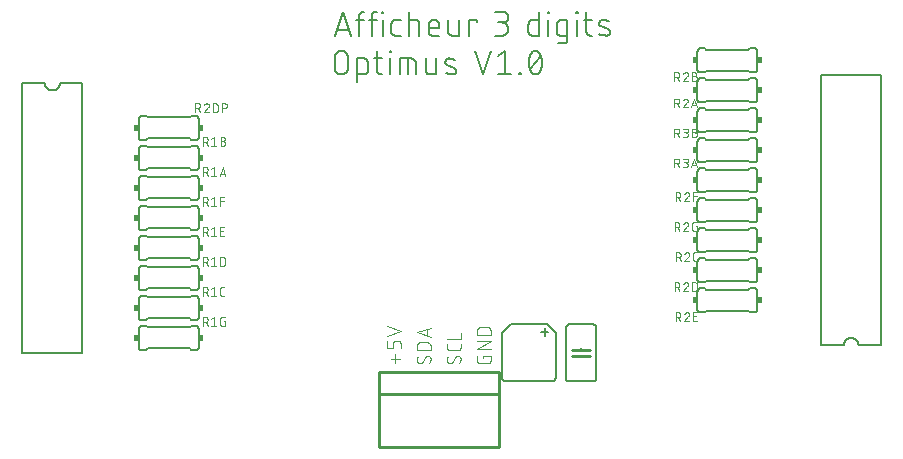
<source format=gbr>
G04 EAGLE Gerber RS-274X export*
G75*
%MOMM*%
%FSLAX34Y34*%
%LPD*%
%INSilkscreen Top*%
%IPPOS*%
%AMOC8*
5,1,8,0,0,1.08239X$1,22.5*%
G01*
%ADD10C,0.177800*%
%ADD11C,0.101600*%
%ADD12C,0.152400*%
%ADD13C,0.254000*%
%ADD14R,0.381000X0.508000*%
%ADD15C,0.076200*%


D10*
X331089Y367030D02*
X337778Y387096D01*
X344466Y367030D01*
X342794Y372047D02*
X332761Y372047D01*
X351742Y367030D02*
X351742Y383752D01*
X351744Y383866D01*
X351750Y383980D01*
X351760Y384094D01*
X351773Y384207D01*
X351791Y384320D01*
X351812Y384432D01*
X351837Y384544D01*
X351866Y384654D01*
X351899Y384764D01*
X351935Y384872D01*
X351975Y384979D01*
X352019Y385084D01*
X352066Y385188D01*
X352117Y385290D01*
X352171Y385391D01*
X352229Y385489D01*
X352290Y385586D01*
X352354Y385680D01*
X352421Y385773D01*
X352492Y385862D01*
X352566Y385950D01*
X352642Y386034D01*
X352721Y386117D01*
X352804Y386196D01*
X352888Y386272D01*
X352976Y386346D01*
X353065Y386417D01*
X353158Y386484D01*
X353252Y386548D01*
X353349Y386609D01*
X353447Y386667D01*
X353548Y386721D01*
X353650Y386772D01*
X353754Y386819D01*
X353859Y386863D01*
X353966Y386903D01*
X354074Y386939D01*
X354184Y386972D01*
X354294Y387001D01*
X354406Y387026D01*
X354518Y387047D01*
X354631Y387065D01*
X354744Y387078D01*
X354858Y387088D01*
X354972Y387094D01*
X355086Y387096D01*
X356201Y387096D01*
X356201Y380407D02*
X349512Y380407D01*
X362247Y383752D02*
X362247Y367030D01*
X362247Y383752D02*
X362249Y383866D01*
X362255Y383980D01*
X362265Y384094D01*
X362278Y384207D01*
X362296Y384320D01*
X362317Y384432D01*
X362342Y384544D01*
X362371Y384654D01*
X362404Y384764D01*
X362440Y384872D01*
X362480Y384979D01*
X362524Y385084D01*
X362571Y385188D01*
X362622Y385290D01*
X362676Y385391D01*
X362734Y385489D01*
X362795Y385586D01*
X362859Y385680D01*
X362926Y385773D01*
X362997Y385862D01*
X363071Y385950D01*
X363147Y386034D01*
X363226Y386117D01*
X363309Y386196D01*
X363393Y386272D01*
X363481Y386346D01*
X363570Y386417D01*
X363663Y386484D01*
X363757Y386548D01*
X363854Y386609D01*
X363952Y386667D01*
X364053Y386721D01*
X364155Y386772D01*
X364259Y386819D01*
X364364Y386863D01*
X364471Y386903D01*
X364579Y386939D01*
X364689Y386972D01*
X364799Y387001D01*
X364911Y387026D01*
X365023Y387047D01*
X365136Y387065D01*
X365249Y387078D01*
X365363Y387088D01*
X365477Y387094D01*
X365591Y387096D01*
X366706Y387096D01*
X366706Y380407D02*
X360017Y380407D01*
X371765Y380407D02*
X371765Y367030D01*
X371207Y385981D02*
X371207Y387096D01*
X372322Y387096D01*
X372322Y385981D01*
X371207Y385981D01*
X382408Y367030D02*
X386867Y367030D01*
X382408Y367030D02*
X382294Y367032D01*
X382180Y367038D01*
X382066Y367048D01*
X381953Y367061D01*
X381840Y367079D01*
X381728Y367100D01*
X381616Y367125D01*
X381506Y367154D01*
X381396Y367187D01*
X381288Y367223D01*
X381181Y367263D01*
X381076Y367307D01*
X380972Y367354D01*
X380870Y367405D01*
X380769Y367459D01*
X380671Y367517D01*
X380574Y367578D01*
X380480Y367642D01*
X380387Y367709D01*
X380298Y367780D01*
X380210Y367854D01*
X380126Y367930D01*
X380043Y368009D01*
X379964Y368092D01*
X379888Y368176D01*
X379814Y368264D01*
X379743Y368353D01*
X379676Y368446D01*
X379612Y368540D01*
X379551Y368637D01*
X379493Y368735D01*
X379439Y368836D01*
X379388Y368938D01*
X379341Y369042D01*
X379297Y369147D01*
X379257Y369254D01*
X379221Y369362D01*
X379188Y369472D01*
X379159Y369582D01*
X379134Y369694D01*
X379113Y369806D01*
X379095Y369919D01*
X379082Y370032D01*
X379072Y370146D01*
X379066Y370260D01*
X379064Y370374D01*
X379063Y370374D02*
X379063Y377063D01*
X379064Y377063D02*
X379066Y377177D01*
X379072Y377291D01*
X379082Y377405D01*
X379095Y377518D01*
X379113Y377631D01*
X379134Y377743D01*
X379159Y377855D01*
X379188Y377965D01*
X379221Y378075D01*
X379257Y378183D01*
X379297Y378290D01*
X379341Y378395D01*
X379388Y378499D01*
X379439Y378601D01*
X379493Y378702D01*
X379551Y378800D01*
X379612Y378897D01*
X379676Y378991D01*
X379743Y379084D01*
X379814Y379173D01*
X379888Y379261D01*
X379964Y379345D01*
X380043Y379428D01*
X380126Y379507D01*
X380210Y379583D01*
X380298Y379657D01*
X380387Y379728D01*
X380480Y379795D01*
X380574Y379859D01*
X380671Y379920D01*
X380769Y379978D01*
X380870Y380032D01*
X380972Y380083D01*
X381076Y380130D01*
X381181Y380174D01*
X381288Y380214D01*
X381396Y380250D01*
X381506Y380283D01*
X381616Y380312D01*
X381728Y380337D01*
X381840Y380358D01*
X381953Y380376D01*
X382066Y380389D01*
X382180Y380399D01*
X382294Y380405D01*
X382408Y380407D01*
X386867Y380407D01*
X393877Y387096D02*
X393877Y367030D01*
X393877Y380407D02*
X399451Y380407D01*
X399565Y380405D01*
X399679Y380399D01*
X399793Y380389D01*
X399906Y380376D01*
X400019Y380358D01*
X400131Y380337D01*
X400243Y380312D01*
X400353Y380283D01*
X400463Y380250D01*
X400571Y380214D01*
X400678Y380174D01*
X400783Y380130D01*
X400887Y380083D01*
X400989Y380032D01*
X401090Y379978D01*
X401188Y379920D01*
X401285Y379859D01*
X401379Y379795D01*
X401472Y379728D01*
X401561Y379657D01*
X401649Y379583D01*
X401733Y379507D01*
X401816Y379428D01*
X401895Y379345D01*
X401971Y379261D01*
X402045Y379173D01*
X402116Y379084D01*
X402183Y378991D01*
X402247Y378897D01*
X402308Y378801D01*
X402366Y378702D01*
X402420Y378601D01*
X402471Y378499D01*
X402518Y378395D01*
X402562Y378290D01*
X402602Y378183D01*
X402638Y378075D01*
X402671Y377965D01*
X402700Y377855D01*
X402725Y377743D01*
X402746Y377631D01*
X402764Y377518D01*
X402777Y377405D01*
X402787Y377291D01*
X402793Y377177D01*
X402795Y377063D01*
X402795Y367030D01*
X413906Y367030D02*
X419480Y367030D01*
X413906Y367030D02*
X413792Y367032D01*
X413678Y367038D01*
X413564Y367048D01*
X413451Y367061D01*
X413338Y367079D01*
X413226Y367100D01*
X413114Y367125D01*
X413004Y367154D01*
X412894Y367187D01*
X412786Y367223D01*
X412679Y367263D01*
X412574Y367307D01*
X412470Y367354D01*
X412368Y367405D01*
X412267Y367459D01*
X412169Y367517D01*
X412072Y367578D01*
X411978Y367642D01*
X411885Y367709D01*
X411796Y367780D01*
X411708Y367854D01*
X411624Y367930D01*
X411541Y368009D01*
X411462Y368092D01*
X411386Y368176D01*
X411312Y368264D01*
X411241Y368353D01*
X411174Y368446D01*
X411110Y368540D01*
X411049Y368637D01*
X410991Y368735D01*
X410937Y368836D01*
X410886Y368938D01*
X410839Y369042D01*
X410795Y369147D01*
X410755Y369254D01*
X410719Y369362D01*
X410686Y369472D01*
X410657Y369582D01*
X410632Y369694D01*
X410611Y369806D01*
X410593Y369919D01*
X410580Y370032D01*
X410570Y370146D01*
X410564Y370260D01*
X410562Y370374D01*
X410562Y375948D01*
X410564Y376080D01*
X410570Y376212D01*
X410580Y376344D01*
X410593Y376475D01*
X410611Y376606D01*
X410632Y376737D01*
X410658Y376866D01*
X410687Y376995D01*
X410720Y377123D01*
X410756Y377250D01*
X410797Y377376D01*
X410841Y377501D01*
X410889Y377624D01*
X410940Y377746D01*
X410995Y377866D01*
X411054Y377984D01*
X411116Y378101D01*
X411182Y378216D01*
X411250Y378328D01*
X411323Y378439D01*
X411398Y378548D01*
X411477Y378654D01*
X411558Y378758D01*
X411643Y378859D01*
X411731Y378958D01*
X411822Y379054D01*
X411915Y379147D01*
X412011Y379238D01*
X412110Y379326D01*
X412211Y379411D01*
X412315Y379492D01*
X412421Y379571D01*
X412530Y379646D01*
X412641Y379719D01*
X412753Y379787D01*
X412868Y379853D01*
X412985Y379915D01*
X413103Y379974D01*
X413223Y380029D01*
X413345Y380080D01*
X413468Y380128D01*
X413593Y380172D01*
X413719Y380213D01*
X413846Y380249D01*
X413974Y380282D01*
X414103Y380311D01*
X414232Y380337D01*
X414363Y380358D01*
X414494Y380376D01*
X414625Y380389D01*
X414757Y380399D01*
X414889Y380405D01*
X415021Y380407D01*
X415153Y380405D01*
X415285Y380399D01*
X415417Y380389D01*
X415548Y380376D01*
X415679Y380358D01*
X415810Y380337D01*
X415939Y380311D01*
X416068Y380282D01*
X416196Y380249D01*
X416323Y380213D01*
X416449Y380172D01*
X416574Y380128D01*
X416697Y380080D01*
X416819Y380029D01*
X416939Y379974D01*
X417057Y379915D01*
X417174Y379853D01*
X417289Y379787D01*
X417401Y379719D01*
X417512Y379646D01*
X417621Y379571D01*
X417727Y379492D01*
X417831Y379411D01*
X417932Y379326D01*
X418031Y379238D01*
X418127Y379147D01*
X418220Y379054D01*
X418311Y378958D01*
X418399Y378859D01*
X418484Y378758D01*
X418565Y378654D01*
X418644Y378548D01*
X418719Y378439D01*
X418792Y378328D01*
X418860Y378216D01*
X418926Y378101D01*
X418988Y377984D01*
X419047Y377866D01*
X419102Y377746D01*
X419153Y377624D01*
X419201Y377501D01*
X419245Y377376D01*
X419286Y377250D01*
X419322Y377123D01*
X419355Y376995D01*
X419384Y376866D01*
X419410Y376737D01*
X419431Y376606D01*
X419449Y376475D01*
X419462Y376344D01*
X419472Y376212D01*
X419478Y376080D01*
X419480Y375948D01*
X419480Y373719D01*
X410562Y373719D01*
X427246Y370374D02*
X427246Y380407D01*
X427246Y370374D02*
X427248Y370260D01*
X427254Y370146D01*
X427264Y370032D01*
X427277Y369919D01*
X427295Y369806D01*
X427316Y369694D01*
X427341Y369582D01*
X427370Y369472D01*
X427403Y369362D01*
X427439Y369254D01*
X427479Y369147D01*
X427523Y369042D01*
X427570Y368938D01*
X427621Y368836D01*
X427675Y368735D01*
X427733Y368637D01*
X427794Y368540D01*
X427858Y368446D01*
X427925Y368353D01*
X427996Y368264D01*
X428070Y368176D01*
X428146Y368092D01*
X428225Y368009D01*
X428308Y367930D01*
X428392Y367854D01*
X428480Y367780D01*
X428569Y367709D01*
X428662Y367642D01*
X428756Y367578D01*
X428853Y367517D01*
X428951Y367459D01*
X429052Y367405D01*
X429154Y367354D01*
X429258Y367307D01*
X429363Y367263D01*
X429470Y367223D01*
X429578Y367187D01*
X429688Y367154D01*
X429798Y367125D01*
X429910Y367100D01*
X430022Y367079D01*
X430135Y367061D01*
X430248Y367048D01*
X430362Y367038D01*
X430476Y367032D01*
X430590Y367030D01*
X436164Y367030D01*
X436164Y380407D01*
X444627Y380407D02*
X444627Y367030D01*
X444627Y380407D02*
X451316Y380407D01*
X451316Y378178D01*
X466916Y367030D02*
X472490Y367030D01*
X472638Y367032D01*
X472787Y367038D01*
X472935Y367048D01*
X473082Y367062D01*
X473230Y367079D01*
X473377Y367101D01*
X473523Y367127D01*
X473668Y367156D01*
X473813Y367189D01*
X473957Y367226D01*
X474099Y367267D01*
X474241Y367312D01*
X474381Y367361D01*
X474520Y367413D01*
X474657Y367469D01*
X474793Y367528D01*
X474928Y367591D01*
X475060Y367658D01*
X475191Y367728D01*
X475320Y367802D01*
X475447Y367879D01*
X475571Y367959D01*
X475694Y368043D01*
X475814Y368130D01*
X475932Y368220D01*
X476048Y368313D01*
X476161Y368409D01*
X476271Y368508D01*
X476379Y368610D01*
X476484Y368715D01*
X476586Y368823D01*
X476685Y368933D01*
X476781Y369046D01*
X476874Y369162D01*
X476964Y369280D01*
X477051Y369400D01*
X477135Y369523D01*
X477215Y369647D01*
X477292Y369774D01*
X477366Y369903D01*
X477436Y370034D01*
X477503Y370166D01*
X477566Y370301D01*
X477625Y370437D01*
X477681Y370574D01*
X477733Y370713D01*
X477782Y370853D01*
X477827Y370995D01*
X477868Y371137D01*
X477905Y371281D01*
X477938Y371426D01*
X477967Y371571D01*
X477993Y371717D01*
X478015Y371864D01*
X478032Y372012D01*
X478046Y372159D01*
X478056Y372307D01*
X478062Y372456D01*
X478064Y372604D01*
X478062Y372752D01*
X478056Y372901D01*
X478046Y373049D01*
X478032Y373196D01*
X478015Y373344D01*
X477993Y373491D01*
X477967Y373637D01*
X477938Y373782D01*
X477905Y373927D01*
X477868Y374071D01*
X477827Y374213D01*
X477782Y374355D01*
X477733Y374495D01*
X477681Y374634D01*
X477625Y374771D01*
X477566Y374907D01*
X477503Y375042D01*
X477436Y375174D01*
X477366Y375305D01*
X477292Y375434D01*
X477215Y375561D01*
X477135Y375685D01*
X477051Y375808D01*
X476964Y375928D01*
X476874Y376046D01*
X476781Y376162D01*
X476685Y376275D01*
X476586Y376385D01*
X476484Y376493D01*
X476379Y376598D01*
X476271Y376700D01*
X476161Y376799D01*
X476048Y376895D01*
X475932Y376988D01*
X475814Y377078D01*
X475694Y377165D01*
X475571Y377249D01*
X475447Y377329D01*
X475320Y377406D01*
X475191Y377480D01*
X475060Y377550D01*
X474928Y377617D01*
X474793Y377680D01*
X474657Y377739D01*
X474520Y377795D01*
X474381Y377847D01*
X474241Y377896D01*
X474099Y377941D01*
X473957Y377982D01*
X473813Y378019D01*
X473668Y378052D01*
X473523Y378081D01*
X473377Y378107D01*
X473230Y378129D01*
X473082Y378146D01*
X472935Y378160D01*
X472787Y378170D01*
X472638Y378176D01*
X472490Y378178D01*
X473604Y387096D02*
X466916Y387096D01*
X473604Y387096D02*
X473736Y387094D01*
X473868Y387088D01*
X474000Y387078D01*
X474131Y387065D01*
X474262Y387047D01*
X474393Y387026D01*
X474522Y387000D01*
X474651Y386971D01*
X474779Y386938D01*
X474906Y386902D01*
X475032Y386861D01*
X475157Y386817D01*
X475280Y386769D01*
X475402Y386718D01*
X475522Y386663D01*
X475640Y386604D01*
X475757Y386542D01*
X475872Y386476D01*
X475984Y386408D01*
X476095Y386335D01*
X476204Y386260D01*
X476310Y386181D01*
X476414Y386100D01*
X476515Y386015D01*
X476614Y385927D01*
X476710Y385836D01*
X476803Y385743D01*
X476894Y385647D01*
X476982Y385548D01*
X477067Y385447D01*
X477148Y385343D01*
X477227Y385237D01*
X477302Y385128D01*
X477375Y385017D01*
X477443Y384905D01*
X477509Y384790D01*
X477571Y384673D01*
X477630Y384555D01*
X477685Y384435D01*
X477736Y384313D01*
X477784Y384190D01*
X477828Y384065D01*
X477869Y383939D01*
X477905Y383812D01*
X477938Y383684D01*
X477967Y383555D01*
X477993Y383426D01*
X478014Y383295D01*
X478032Y383164D01*
X478045Y383033D01*
X478055Y382901D01*
X478061Y382769D01*
X478063Y382637D01*
X478061Y382505D01*
X478055Y382373D01*
X478045Y382241D01*
X478032Y382110D01*
X478014Y381979D01*
X477993Y381848D01*
X477967Y381719D01*
X477938Y381590D01*
X477905Y381462D01*
X477869Y381335D01*
X477828Y381209D01*
X477784Y381084D01*
X477736Y380961D01*
X477685Y380839D01*
X477630Y380719D01*
X477571Y380601D01*
X477509Y380484D01*
X477443Y380369D01*
X477375Y380257D01*
X477302Y380146D01*
X477227Y380037D01*
X477148Y379931D01*
X477067Y379827D01*
X476982Y379726D01*
X476894Y379627D01*
X476803Y379531D01*
X476710Y379438D01*
X476614Y379347D01*
X476515Y379259D01*
X476414Y379174D01*
X476310Y379093D01*
X476204Y379014D01*
X476095Y378939D01*
X475984Y378866D01*
X475872Y378798D01*
X475757Y378732D01*
X475640Y378670D01*
X475522Y378611D01*
X475402Y378556D01*
X475280Y378505D01*
X475157Y378457D01*
X475032Y378413D01*
X474906Y378372D01*
X474779Y378336D01*
X474651Y378303D01*
X474522Y378274D01*
X474393Y378248D01*
X474262Y378227D01*
X474131Y378209D01*
X474000Y378196D01*
X473868Y378186D01*
X473736Y378180D01*
X473604Y378178D01*
X469145Y378178D01*
X504073Y387096D02*
X504073Y367030D01*
X498499Y367030D01*
X498385Y367032D01*
X498271Y367038D01*
X498157Y367048D01*
X498044Y367061D01*
X497931Y367079D01*
X497819Y367100D01*
X497707Y367125D01*
X497597Y367154D01*
X497487Y367187D01*
X497379Y367223D01*
X497272Y367263D01*
X497167Y367307D01*
X497063Y367354D01*
X496961Y367405D01*
X496860Y367459D01*
X496762Y367517D01*
X496665Y367578D01*
X496571Y367642D01*
X496478Y367709D01*
X496389Y367780D01*
X496301Y367854D01*
X496217Y367930D01*
X496134Y368009D01*
X496055Y368092D01*
X495979Y368176D01*
X495905Y368264D01*
X495834Y368353D01*
X495767Y368446D01*
X495703Y368540D01*
X495642Y368637D01*
X495584Y368735D01*
X495530Y368836D01*
X495479Y368938D01*
X495432Y369042D01*
X495388Y369147D01*
X495348Y369254D01*
X495312Y369362D01*
X495279Y369472D01*
X495250Y369582D01*
X495225Y369694D01*
X495204Y369806D01*
X495186Y369919D01*
X495173Y370032D01*
X495163Y370146D01*
X495157Y370260D01*
X495155Y370374D01*
X495155Y377063D01*
X495157Y377177D01*
X495163Y377291D01*
X495173Y377405D01*
X495186Y377518D01*
X495204Y377631D01*
X495225Y377743D01*
X495250Y377855D01*
X495279Y377965D01*
X495312Y378075D01*
X495348Y378183D01*
X495388Y378290D01*
X495432Y378395D01*
X495479Y378499D01*
X495530Y378601D01*
X495584Y378702D01*
X495642Y378800D01*
X495703Y378897D01*
X495767Y378991D01*
X495834Y379084D01*
X495905Y379173D01*
X495979Y379261D01*
X496055Y379345D01*
X496134Y379428D01*
X496217Y379507D01*
X496301Y379583D01*
X496389Y379657D01*
X496478Y379728D01*
X496571Y379795D01*
X496665Y379859D01*
X496762Y379920D01*
X496860Y379978D01*
X496961Y380032D01*
X497063Y380083D01*
X497167Y380130D01*
X497272Y380174D01*
X497379Y380214D01*
X497487Y380250D01*
X497597Y380283D01*
X497707Y380312D01*
X497819Y380337D01*
X497931Y380358D01*
X498044Y380376D01*
X498157Y380389D01*
X498271Y380399D01*
X498385Y380405D01*
X498499Y380407D01*
X504073Y380407D01*
X512038Y380407D02*
X512038Y367030D01*
X511481Y385981D02*
X511481Y387096D01*
X512595Y387096D01*
X512595Y385981D01*
X511481Y385981D01*
X522599Y367030D02*
X528173Y367030D01*
X522599Y367030D02*
X522485Y367032D01*
X522371Y367038D01*
X522257Y367048D01*
X522144Y367061D01*
X522031Y367079D01*
X521919Y367100D01*
X521807Y367125D01*
X521697Y367154D01*
X521587Y367187D01*
X521479Y367223D01*
X521372Y367263D01*
X521267Y367307D01*
X521163Y367354D01*
X521061Y367405D01*
X520960Y367459D01*
X520862Y367517D01*
X520765Y367578D01*
X520671Y367642D01*
X520578Y367709D01*
X520489Y367780D01*
X520401Y367854D01*
X520317Y367930D01*
X520234Y368009D01*
X520155Y368092D01*
X520079Y368176D01*
X520005Y368264D01*
X519934Y368353D01*
X519867Y368446D01*
X519803Y368540D01*
X519742Y368637D01*
X519684Y368735D01*
X519630Y368836D01*
X519579Y368938D01*
X519532Y369042D01*
X519488Y369147D01*
X519448Y369254D01*
X519412Y369362D01*
X519379Y369472D01*
X519350Y369582D01*
X519325Y369694D01*
X519304Y369806D01*
X519286Y369919D01*
X519273Y370032D01*
X519263Y370146D01*
X519257Y370260D01*
X519255Y370374D01*
X519255Y377063D01*
X519257Y377177D01*
X519263Y377291D01*
X519273Y377405D01*
X519286Y377518D01*
X519304Y377631D01*
X519325Y377743D01*
X519350Y377855D01*
X519379Y377965D01*
X519412Y378075D01*
X519448Y378183D01*
X519488Y378290D01*
X519532Y378395D01*
X519579Y378499D01*
X519630Y378601D01*
X519684Y378702D01*
X519742Y378800D01*
X519803Y378897D01*
X519867Y378991D01*
X519934Y379084D01*
X520005Y379173D01*
X520079Y379261D01*
X520155Y379345D01*
X520234Y379428D01*
X520317Y379507D01*
X520401Y379583D01*
X520489Y379657D01*
X520578Y379728D01*
X520671Y379795D01*
X520765Y379859D01*
X520862Y379920D01*
X520960Y379978D01*
X521061Y380032D01*
X521163Y380083D01*
X521267Y380130D01*
X521372Y380174D01*
X521479Y380214D01*
X521587Y380250D01*
X521697Y380283D01*
X521807Y380312D01*
X521919Y380337D01*
X522031Y380358D01*
X522144Y380376D01*
X522257Y380389D01*
X522371Y380399D01*
X522485Y380405D01*
X522599Y380407D01*
X528173Y380407D01*
X528173Y363686D01*
X528171Y363572D01*
X528165Y363458D01*
X528155Y363344D01*
X528142Y363231D01*
X528124Y363118D01*
X528103Y363006D01*
X528078Y362894D01*
X528049Y362784D01*
X528016Y362674D01*
X527980Y362566D01*
X527940Y362459D01*
X527896Y362354D01*
X527849Y362250D01*
X527798Y362148D01*
X527744Y362047D01*
X527686Y361949D01*
X527625Y361852D01*
X527561Y361758D01*
X527494Y361665D01*
X527423Y361576D01*
X527349Y361488D01*
X527273Y361404D01*
X527194Y361321D01*
X527111Y361242D01*
X527027Y361166D01*
X526939Y361092D01*
X526850Y361021D01*
X526757Y360954D01*
X526663Y360890D01*
X526567Y360829D01*
X526468Y360771D01*
X526367Y360717D01*
X526265Y360666D01*
X526161Y360619D01*
X526056Y360575D01*
X525949Y360535D01*
X525841Y360499D01*
X525731Y360466D01*
X525621Y360437D01*
X525509Y360412D01*
X525397Y360391D01*
X525284Y360373D01*
X525171Y360360D01*
X525057Y360350D01*
X524943Y360344D01*
X524829Y360342D01*
X524829Y360341D02*
X520370Y360341D01*
X536138Y367030D02*
X536138Y380407D01*
X535580Y385981D02*
X535580Y387096D01*
X536695Y387096D01*
X536695Y385981D01*
X535580Y385981D01*
X541958Y380407D02*
X548646Y380407D01*
X544187Y387096D02*
X544187Y370374D01*
X544188Y370374D02*
X544190Y370260D01*
X544196Y370146D01*
X544206Y370032D01*
X544219Y369919D01*
X544237Y369806D01*
X544258Y369694D01*
X544283Y369582D01*
X544312Y369472D01*
X544345Y369362D01*
X544381Y369254D01*
X544421Y369147D01*
X544465Y369042D01*
X544512Y368938D01*
X544563Y368836D01*
X544617Y368735D01*
X544675Y368637D01*
X544736Y368540D01*
X544800Y368446D01*
X544867Y368353D01*
X544938Y368264D01*
X545012Y368176D01*
X545088Y368092D01*
X545167Y368009D01*
X545250Y367930D01*
X545334Y367854D01*
X545422Y367780D01*
X545511Y367709D01*
X545604Y367642D01*
X545698Y367578D01*
X545795Y367517D01*
X545893Y367459D01*
X545994Y367405D01*
X546096Y367354D01*
X546200Y367307D01*
X546305Y367263D01*
X546412Y367223D01*
X546520Y367187D01*
X546630Y367154D01*
X546740Y367125D01*
X546852Y367100D01*
X546964Y367079D01*
X547077Y367061D01*
X547190Y367048D01*
X547304Y367038D01*
X547418Y367032D01*
X547532Y367030D01*
X548646Y367030D01*
X556833Y374833D02*
X562407Y372604D01*
X556833Y374834D02*
X556734Y374875D01*
X556637Y374920D01*
X556542Y374969D01*
X556449Y375021D01*
X556357Y375077D01*
X556268Y375136D01*
X556181Y375198D01*
X556097Y375264D01*
X556014Y375332D01*
X555935Y375404D01*
X555858Y375478D01*
X555784Y375555D01*
X555713Y375635D01*
X555645Y375717D01*
X555580Y375802D01*
X555518Y375889D01*
X555459Y375979D01*
X555404Y376070D01*
X555352Y376164D01*
X555304Y376259D01*
X555259Y376357D01*
X555218Y376455D01*
X555181Y376555D01*
X555147Y376657D01*
X555117Y376760D01*
X555091Y376863D01*
X555069Y376968D01*
X555050Y377073D01*
X555036Y377179D01*
X555025Y377286D01*
X555019Y377392D01*
X555016Y377499D01*
X555017Y377606D01*
X555023Y377713D01*
X555032Y377820D01*
X555045Y377926D01*
X555062Y378031D01*
X555083Y378136D01*
X555108Y378240D01*
X555137Y378343D01*
X555169Y378445D01*
X555205Y378546D01*
X555245Y378645D01*
X555289Y378743D01*
X555336Y378839D01*
X555387Y378933D01*
X555441Y379025D01*
X555498Y379115D01*
X555559Y379203D01*
X555623Y379289D01*
X555690Y379372D01*
X555760Y379453D01*
X555833Y379531D01*
X555909Y379606D01*
X555988Y379679D01*
X556069Y379748D01*
X556153Y379815D01*
X556239Y379878D01*
X556328Y379938D01*
X556418Y379995D01*
X556511Y380048D01*
X556605Y380098D01*
X556702Y380144D01*
X556800Y380187D01*
X556899Y380226D01*
X557000Y380261D01*
X557102Y380293D01*
X557206Y380321D01*
X557310Y380345D01*
X557415Y380365D01*
X557521Y380381D01*
X557627Y380393D01*
X557733Y380402D01*
X557840Y380406D01*
X557947Y380407D01*
X557948Y380407D02*
X558252Y380399D01*
X558556Y380383D01*
X558860Y380361D01*
X559163Y380331D01*
X559465Y380294D01*
X559766Y380249D01*
X560066Y380198D01*
X560364Y380139D01*
X560662Y380073D01*
X560957Y379999D01*
X561251Y379919D01*
X561542Y379832D01*
X561832Y379738D01*
X562119Y379637D01*
X562403Y379528D01*
X562685Y379414D01*
X562964Y379292D01*
X562406Y372603D02*
X562505Y372562D01*
X562602Y372517D01*
X562697Y372468D01*
X562790Y372416D01*
X562882Y372360D01*
X562971Y372301D01*
X563058Y372239D01*
X563142Y372173D01*
X563225Y372105D01*
X563304Y372033D01*
X563381Y371959D01*
X563455Y371882D01*
X563526Y371802D01*
X563594Y371720D01*
X563659Y371635D01*
X563721Y371548D01*
X563780Y371458D01*
X563835Y371367D01*
X563887Y371273D01*
X563935Y371178D01*
X563980Y371080D01*
X564021Y370982D01*
X564058Y370882D01*
X564092Y370780D01*
X564122Y370677D01*
X564148Y370574D01*
X564170Y370469D01*
X564189Y370364D01*
X564203Y370258D01*
X564214Y370151D01*
X564220Y370045D01*
X564223Y369938D01*
X564222Y369831D01*
X564216Y369724D01*
X564207Y369617D01*
X564194Y369511D01*
X564177Y369406D01*
X564156Y369301D01*
X564131Y369197D01*
X564102Y369094D01*
X564070Y368992D01*
X564034Y368891D01*
X563994Y368792D01*
X563950Y368694D01*
X563903Y368598D01*
X563852Y368504D01*
X563798Y368412D01*
X563741Y368322D01*
X563680Y368234D01*
X563616Y368148D01*
X563549Y368065D01*
X563479Y367984D01*
X563406Y367906D01*
X563330Y367831D01*
X563251Y367758D01*
X563170Y367689D01*
X563086Y367622D01*
X563000Y367559D01*
X562911Y367499D01*
X562821Y367442D01*
X562728Y367389D01*
X562634Y367339D01*
X562537Y367293D01*
X562439Y367250D01*
X562340Y367211D01*
X562239Y367176D01*
X562137Y367144D01*
X562033Y367116D01*
X561929Y367092D01*
X561824Y367072D01*
X561718Y367056D01*
X561612Y367044D01*
X561506Y367035D01*
X561399Y367031D01*
X561292Y367030D01*
X560845Y367042D01*
X560398Y367064D01*
X559952Y367097D01*
X559507Y367140D01*
X559063Y367194D01*
X558621Y367258D01*
X558180Y367333D01*
X557741Y367418D01*
X557304Y367514D01*
X556870Y367620D01*
X556438Y367736D01*
X556009Y367862D01*
X555583Y367998D01*
X555161Y368145D01*
X331089Y348756D02*
X331089Y339838D01*
X331089Y348756D02*
X331091Y348904D01*
X331097Y349053D01*
X331107Y349201D01*
X331121Y349348D01*
X331138Y349496D01*
X331160Y349643D01*
X331186Y349789D01*
X331215Y349934D01*
X331248Y350079D01*
X331285Y350223D01*
X331326Y350365D01*
X331371Y350507D01*
X331420Y350647D01*
X331472Y350786D01*
X331528Y350923D01*
X331587Y351059D01*
X331650Y351194D01*
X331717Y351326D01*
X331787Y351457D01*
X331861Y351586D01*
X331938Y351713D01*
X332018Y351837D01*
X332102Y351960D01*
X332189Y352080D01*
X332279Y352198D01*
X332372Y352314D01*
X332468Y352427D01*
X332567Y352537D01*
X332669Y352645D01*
X332774Y352750D01*
X332882Y352852D01*
X332992Y352951D01*
X333105Y353047D01*
X333221Y353140D01*
X333339Y353230D01*
X333459Y353317D01*
X333582Y353401D01*
X333706Y353481D01*
X333833Y353558D01*
X333962Y353632D01*
X334093Y353702D01*
X334225Y353769D01*
X334360Y353832D01*
X334496Y353891D01*
X334633Y353947D01*
X334772Y353999D01*
X334912Y354048D01*
X335054Y354093D01*
X335196Y354134D01*
X335340Y354171D01*
X335485Y354204D01*
X335630Y354233D01*
X335776Y354259D01*
X335923Y354281D01*
X336071Y354298D01*
X336218Y354312D01*
X336366Y354322D01*
X336515Y354328D01*
X336663Y354330D01*
X336811Y354328D01*
X336960Y354322D01*
X337108Y354312D01*
X337255Y354298D01*
X337403Y354281D01*
X337550Y354259D01*
X337696Y354233D01*
X337841Y354204D01*
X337986Y354171D01*
X338130Y354134D01*
X338272Y354093D01*
X338414Y354048D01*
X338554Y353999D01*
X338693Y353947D01*
X338830Y353891D01*
X338966Y353832D01*
X339101Y353769D01*
X339233Y353702D01*
X339364Y353632D01*
X339493Y353558D01*
X339620Y353481D01*
X339744Y353401D01*
X339867Y353317D01*
X339987Y353230D01*
X340105Y353140D01*
X340221Y353047D01*
X340334Y352951D01*
X340444Y352852D01*
X340552Y352750D01*
X340657Y352645D01*
X340759Y352537D01*
X340858Y352427D01*
X340954Y352314D01*
X341047Y352198D01*
X341137Y352080D01*
X341224Y351960D01*
X341308Y351837D01*
X341388Y351713D01*
X341465Y351586D01*
X341539Y351457D01*
X341609Y351326D01*
X341676Y351194D01*
X341739Y351059D01*
X341798Y350923D01*
X341854Y350786D01*
X341906Y350647D01*
X341955Y350507D01*
X342000Y350365D01*
X342041Y350223D01*
X342078Y350079D01*
X342111Y349934D01*
X342140Y349789D01*
X342166Y349643D01*
X342188Y349496D01*
X342205Y349348D01*
X342219Y349201D01*
X342229Y349053D01*
X342235Y348904D01*
X342237Y348756D01*
X342237Y339838D01*
X342235Y339690D01*
X342229Y339541D01*
X342219Y339393D01*
X342205Y339246D01*
X342188Y339098D01*
X342166Y338951D01*
X342140Y338805D01*
X342111Y338660D01*
X342078Y338515D01*
X342041Y338371D01*
X342000Y338229D01*
X341955Y338087D01*
X341906Y337947D01*
X341854Y337808D01*
X341798Y337671D01*
X341739Y337535D01*
X341676Y337400D01*
X341609Y337268D01*
X341539Y337137D01*
X341465Y337008D01*
X341388Y336881D01*
X341308Y336757D01*
X341224Y336634D01*
X341137Y336514D01*
X341047Y336396D01*
X340954Y336280D01*
X340858Y336167D01*
X340759Y336057D01*
X340657Y335949D01*
X340552Y335844D01*
X340444Y335742D01*
X340334Y335643D01*
X340221Y335547D01*
X340105Y335454D01*
X339987Y335364D01*
X339867Y335277D01*
X339744Y335193D01*
X339620Y335113D01*
X339493Y335036D01*
X339364Y334962D01*
X339233Y334892D01*
X339101Y334825D01*
X338966Y334762D01*
X338830Y334703D01*
X338693Y334647D01*
X338554Y334595D01*
X338414Y334546D01*
X338272Y334501D01*
X338130Y334460D01*
X337986Y334423D01*
X337841Y334390D01*
X337696Y334361D01*
X337550Y334335D01*
X337403Y334313D01*
X337255Y334296D01*
X337108Y334282D01*
X336960Y334272D01*
X336811Y334266D01*
X336663Y334264D01*
X336515Y334266D01*
X336366Y334272D01*
X336218Y334282D01*
X336071Y334296D01*
X335923Y334313D01*
X335776Y334335D01*
X335630Y334361D01*
X335485Y334390D01*
X335340Y334423D01*
X335196Y334460D01*
X335054Y334501D01*
X334912Y334546D01*
X334772Y334595D01*
X334633Y334647D01*
X334496Y334703D01*
X334360Y334762D01*
X334225Y334825D01*
X334093Y334892D01*
X333962Y334962D01*
X333833Y335036D01*
X333706Y335113D01*
X333582Y335193D01*
X333459Y335277D01*
X333339Y335364D01*
X333221Y335454D01*
X333105Y335547D01*
X332992Y335643D01*
X332882Y335742D01*
X332774Y335844D01*
X332669Y335949D01*
X332567Y336057D01*
X332468Y336167D01*
X332372Y336280D01*
X332279Y336396D01*
X332189Y336514D01*
X332102Y336634D01*
X332018Y336757D01*
X331938Y336881D01*
X331861Y337008D01*
X331787Y337137D01*
X331717Y337268D01*
X331650Y337400D01*
X331587Y337535D01*
X331528Y337671D01*
X331472Y337808D01*
X331420Y337947D01*
X331371Y338087D01*
X331326Y338229D01*
X331285Y338371D01*
X331248Y338515D01*
X331215Y338660D01*
X331186Y338805D01*
X331160Y338951D01*
X331138Y339098D01*
X331121Y339246D01*
X331107Y339393D01*
X331097Y339541D01*
X331091Y339690D01*
X331089Y339838D01*
X350189Y347641D02*
X350189Y327575D01*
X350189Y347641D02*
X355763Y347641D01*
X355877Y347639D01*
X355991Y347633D01*
X356105Y347623D01*
X356218Y347610D01*
X356331Y347592D01*
X356443Y347571D01*
X356555Y347546D01*
X356665Y347517D01*
X356775Y347484D01*
X356883Y347448D01*
X356990Y347408D01*
X357095Y347364D01*
X357199Y347317D01*
X357301Y347266D01*
X357402Y347212D01*
X357500Y347154D01*
X357597Y347093D01*
X357691Y347029D01*
X357784Y346962D01*
X357873Y346891D01*
X357961Y346817D01*
X358045Y346741D01*
X358128Y346662D01*
X358207Y346579D01*
X358283Y346495D01*
X358357Y346407D01*
X358428Y346318D01*
X358495Y346225D01*
X358559Y346131D01*
X358620Y346035D01*
X358678Y345936D01*
X358732Y345835D01*
X358783Y345733D01*
X358830Y345629D01*
X358874Y345524D01*
X358914Y345417D01*
X358950Y345309D01*
X358983Y345199D01*
X359012Y345089D01*
X359037Y344977D01*
X359058Y344865D01*
X359076Y344752D01*
X359089Y344639D01*
X359099Y344525D01*
X359105Y344411D01*
X359107Y344297D01*
X359107Y337608D01*
X359105Y337494D01*
X359099Y337380D01*
X359089Y337266D01*
X359076Y337153D01*
X359058Y337040D01*
X359037Y336928D01*
X359012Y336816D01*
X358983Y336706D01*
X358950Y336596D01*
X358914Y336488D01*
X358874Y336381D01*
X358830Y336276D01*
X358783Y336172D01*
X358732Y336070D01*
X358678Y335969D01*
X358620Y335871D01*
X358559Y335774D01*
X358495Y335680D01*
X358428Y335587D01*
X358357Y335498D01*
X358283Y335410D01*
X358207Y335326D01*
X358128Y335243D01*
X358045Y335164D01*
X357961Y335088D01*
X357873Y335014D01*
X357784Y334943D01*
X357691Y334876D01*
X357597Y334812D01*
X357500Y334751D01*
X357402Y334693D01*
X357301Y334639D01*
X357199Y334588D01*
X357095Y334541D01*
X356990Y334497D01*
X356883Y334457D01*
X356775Y334421D01*
X356665Y334388D01*
X356555Y334359D01*
X356443Y334334D01*
X356331Y334313D01*
X356218Y334295D01*
X356105Y334282D01*
X355991Y334272D01*
X355877Y334266D01*
X355763Y334264D01*
X350189Y334264D01*
X364729Y347641D02*
X371418Y347641D01*
X366958Y354330D02*
X366958Y337608D01*
X366959Y337608D02*
X366961Y337494D01*
X366967Y337380D01*
X366977Y337266D01*
X366990Y337153D01*
X367008Y337040D01*
X367029Y336928D01*
X367054Y336816D01*
X367083Y336706D01*
X367116Y336596D01*
X367152Y336488D01*
X367192Y336381D01*
X367236Y336276D01*
X367283Y336172D01*
X367334Y336070D01*
X367388Y335969D01*
X367446Y335871D01*
X367507Y335774D01*
X367571Y335680D01*
X367638Y335587D01*
X367709Y335498D01*
X367783Y335410D01*
X367859Y335326D01*
X367938Y335243D01*
X368021Y335164D01*
X368105Y335088D01*
X368193Y335014D01*
X368282Y334943D01*
X368375Y334876D01*
X368469Y334812D01*
X368566Y334751D01*
X368664Y334693D01*
X368765Y334639D01*
X368867Y334588D01*
X368971Y334541D01*
X369076Y334497D01*
X369183Y334457D01*
X369291Y334421D01*
X369401Y334388D01*
X369511Y334359D01*
X369623Y334334D01*
X369735Y334313D01*
X369848Y334295D01*
X369961Y334282D01*
X370075Y334272D01*
X370189Y334266D01*
X370303Y334264D01*
X371418Y334264D01*
X378065Y334264D02*
X378065Y347641D01*
X377508Y353215D02*
X377508Y354330D01*
X378623Y354330D01*
X378623Y353215D01*
X377508Y353215D01*
X386207Y347641D02*
X386207Y334264D01*
X386207Y347641D02*
X396240Y347641D01*
X396354Y347639D01*
X396468Y347633D01*
X396582Y347623D01*
X396695Y347610D01*
X396808Y347592D01*
X396920Y347571D01*
X397032Y347546D01*
X397142Y347517D01*
X397252Y347484D01*
X397360Y347448D01*
X397467Y347408D01*
X397572Y347364D01*
X397676Y347317D01*
X397778Y347266D01*
X397879Y347212D01*
X397977Y347154D01*
X398074Y347093D01*
X398168Y347029D01*
X398261Y346962D01*
X398350Y346891D01*
X398438Y346817D01*
X398522Y346741D01*
X398605Y346662D01*
X398684Y346579D01*
X398760Y346495D01*
X398834Y346407D01*
X398905Y346318D01*
X398972Y346225D01*
X399036Y346131D01*
X399097Y346034D01*
X399155Y345936D01*
X399209Y345835D01*
X399260Y345733D01*
X399307Y345629D01*
X399351Y345524D01*
X399391Y345417D01*
X399427Y345309D01*
X399460Y345199D01*
X399489Y345089D01*
X399514Y344977D01*
X399535Y344865D01*
X399553Y344752D01*
X399566Y344639D01*
X399576Y344525D01*
X399582Y344411D01*
X399584Y344297D01*
X399584Y334264D01*
X392896Y334264D02*
X392896Y347641D01*
X408211Y347641D02*
X408211Y337608D01*
X408213Y337494D01*
X408219Y337380D01*
X408229Y337266D01*
X408242Y337153D01*
X408260Y337040D01*
X408281Y336928D01*
X408306Y336816D01*
X408335Y336706D01*
X408368Y336596D01*
X408404Y336488D01*
X408444Y336381D01*
X408488Y336276D01*
X408535Y336172D01*
X408586Y336070D01*
X408640Y335969D01*
X408698Y335871D01*
X408759Y335774D01*
X408823Y335680D01*
X408890Y335587D01*
X408961Y335498D01*
X409035Y335410D01*
X409111Y335326D01*
X409190Y335243D01*
X409273Y335164D01*
X409357Y335088D01*
X409445Y335014D01*
X409534Y334943D01*
X409627Y334876D01*
X409721Y334812D01*
X409818Y334751D01*
X409916Y334693D01*
X410017Y334639D01*
X410119Y334588D01*
X410223Y334541D01*
X410328Y334497D01*
X410435Y334457D01*
X410543Y334421D01*
X410653Y334388D01*
X410763Y334359D01*
X410875Y334334D01*
X410987Y334313D01*
X411100Y334295D01*
X411213Y334282D01*
X411327Y334272D01*
X411441Y334266D01*
X411555Y334264D01*
X417129Y334264D01*
X417129Y347641D01*
X426568Y342067D02*
X432141Y339838D01*
X426568Y342068D02*
X426469Y342109D01*
X426372Y342154D01*
X426277Y342203D01*
X426184Y342255D01*
X426092Y342311D01*
X426003Y342370D01*
X425916Y342432D01*
X425832Y342498D01*
X425749Y342566D01*
X425670Y342638D01*
X425593Y342712D01*
X425519Y342789D01*
X425448Y342869D01*
X425380Y342951D01*
X425315Y343036D01*
X425253Y343123D01*
X425194Y343213D01*
X425139Y343304D01*
X425087Y343398D01*
X425039Y343493D01*
X424994Y343591D01*
X424953Y343689D01*
X424916Y343789D01*
X424882Y343891D01*
X424852Y343994D01*
X424826Y344097D01*
X424804Y344202D01*
X424785Y344307D01*
X424771Y344413D01*
X424760Y344520D01*
X424754Y344626D01*
X424751Y344733D01*
X424752Y344840D01*
X424758Y344947D01*
X424767Y345054D01*
X424780Y345160D01*
X424797Y345265D01*
X424818Y345370D01*
X424843Y345474D01*
X424872Y345577D01*
X424904Y345679D01*
X424940Y345780D01*
X424980Y345879D01*
X425024Y345977D01*
X425071Y346073D01*
X425122Y346167D01*
X425176Y346259D01*
X425233Y346349D01*
X425294Y346437D01*
X425358Y346523D01*
X425425Y346606D01*
X425495Y346687D01*
X425568Y346765D01*
X425644Y346840D01*
X425723Y346913D01*
X425804Y346982D01*
X425888Y347049D01*
X425974Y347112D01*
X426063Y347172D01*
X426153Y347229D01*
X426246Y347282D01*
X426340Y347332D01*
X426437Y347378D01*
X426535Y347421D01*
X426634Y347460D01*
X426735Y347495D01*
X426837Y347527D01*
X426941Y347555D01*
X427045Y347579D01*
X427150Y347599D01*
X427256Y347615D01*
X427362Y347627D01*
X427468Y347636D01*
X427575Y347640D01*
X427682Y347641D01*
X427683Y347641D02*
X427987Y347633D01*
X428291Y347617D01*
X428595Y347595D01*
X428898Y347565D01*
X429200Y347528D01*
X429501Y347483D01*
X429801Y347432D01*
X430099Y347373D01*
X430397Y347307D01*
X430692Y347233D01*
X430986Y347153D01*
X431277Y347066D01*
X431567Y346972D01*
X431854Y346871D01*
X432138Y346762D01*
X432420Y346648D01*
X432699Y346526D01*
X432141Y339837D02*
X432240Y339796D01*
X432337Y339751D01*
X432432Y339702D01*
X432525Y339650D01*
X432617Y339594D01*
X432706Y339535D01*
X432793Y339473D01*
X432877Y339407D01*
X432960Y339339D01*
X433039Y339267D01*
X433116Y339193D01*
X433190Y339116D01*
X433261Y339036D01*
X433329Y338954D01*
X433394Y338869D01*
X433456Y338782D01*
X433515Y338692D01*
X433570Y338601D01*
X433622Y338507D01*
X433670Y338412D01*
X433715Y338314D01*
X433756Y338216D01*
X433793Y338116D01*
X433827Y338014D01*
X433857Y337911D01*
X433883Y337808D01*
X433905Y337703D01*
X433924Y337598D01*
X433938Y337492D01*
X433949Y337385D01*
X433955Y337279D01*
X433958Y337172D01*
X433957Y337065D01*
X433951Y336958D01*
X433942Y336851D01*
X433929Y336745D01*
X433912Y336640D01*
X433891Y336535D01*
X433866Y336431D01*
X433837Y336328D01*
X433805Y336226D01*
X433769Y336125D01*
X433729Y336026D01*
X433685Y335928D01*
X433638Y335832D01*
X433587Y335738D01*
X433533Y335646D01*
X433476Y335556D01*
X433415Y335468D01*
X433351Y335382D01*
X433284Y335299D01*
X433214Y335218D01*
X433141Y335140D01*
X433065Y335065D01*
X432986Y334992D01*
X432905Y334923D01*
X432821Y334856D01*
X432735Y334793D01*
X432646Y334733D01*
X432556Y334676D01*
X432463Y334623D01*
X432369Y334573D01*
X432272Y334527D01*
X432174Y334484D01*
X432075Y334445D01*
X431974Y334410D01*
X431872Y334378D01*
X431768Y334350D01*
X431664Y334326D01*
X431559Y334306D01*
X431453Y334290D01*
X431347Y334278D01*
X431241Y334269D01*
X431134Y334265D01*
X431027Y334264D01*
X430580Y334276D01*
X430133Y334298D01*
X429687Y334331D01*
X429242Y334374D01*
X428798Y334428D01*
X428356Y334492D01*
X427915Y334567D01*
X427476Y334652D01*
X427039Y334748D01*
X426605Y334854D01*
X426173Y334970D01*
X425744Y335096D01*
X425318Y335232D01*
X424896Y335379D01*
X449855Y354330D02*
X456544Y334264D01*
X463233Y354330D01*
X469509Y349871D02*
X475082Y354330D01*
X475082Y334264D01*
X469509Y334264D02*
X480656Y334264D01*
X487502Y334264D02*
X487502Y335379D01*
X488617Y335379D01*
X488617Y334264D01*
X487502Y334264D01*
X495462Y344297D02*
X495467Y344692D01*
X495481Y345086D01*
X495504Y345480D01*
X495537Y345874D01*
X495580Y346266D01*
X495631Y346658D01*
X495692Y347048D01*
X495763Y347436D01*
X495842Y347823D01*
X495931Y348207D01*
X496029Y348590D01*
X496136Y348970D01*
X496252Y349347D01*
X496377Y349722D01*
X496511Y350093D01*
X496654Y350461D01*
X496805Y350825D01*
X496965Y351186D01*
X497134Y351543D01*
X497177Y351663D01*
X497224Y351782D01*
X497275Y351900D01*
X497329Y352015D01*
X497387Y352129D01*
X497449Y352242D01*
X497514Y352352D01*
X497582Y352460D01*
X497654Y352566D01*
X497728Y352670D01*
X497806Y352771D01*
X497888Y352870D01*
X497972Y352966D01*
X498059Y353060D01*
X498149Y353151D01*
X498241Y353239D01*
X498337Y353324D01*
X498435Y353407D01*
X498535Y353486D01*
X498638Y353562D01*
X498744Y353634D01*
X498851Y353704D01*
X498961Y353770D01*
X499072Y353833D01*
X499186Y353892D01*
X499301Y353947D01*
X499418Y353999D01*
X499536Y354048D01*
X499656Y354092D01*
X499777Y354133D01*
X499900Y354170D01*
X500023Y354204D01*
X500148Y354233D01*
X500273Y354259D01*
X500399Y354281D01*
X500526Y354298D01*
X500653Y354312D01*
X500780Y354322D01*
X500908Y354328D01*
X501036Y354330D01*
X501164Y354328D01*
X501292Y354322D01*
X501419Y354312D01*
X501546Y354298D01*
X501673Y354281D01*
X501799Y354259D01*
X501924Y354233D01*
X502049Y354204D01*
X502172Y354170D01*
X502295Y354133D01*
X502416Y354092D01*
X502536Y354048D01*
X502654Y353999D01*
X502771Y353947D01*
X502886Y353892D01*
X503000Y353833D01*
X503111Y353770D01*
X503221Y353704D01*
X503328Y353634D01*
X503434Y353562D01*
X503537Y353486D01*
X503637Y353407D01*
X503735Y353324D01*
X503831Y353239D01*
X503923Y353151D01*
X504013Y353060D01*
X504100Y352966D01*
X504184Y352870D01*
X504266Y352771D01*
X504344Y352670D01*
X504418Y352566D01*
X504490Y352460D01*
X504558Y352352D01*
X504623Y352242D01*
X504685Y352129D01*
X504743Y352015D01*
X504797Y351900D01*
X504848Y351782D01*
X504895Y351663D01*
X504938Y351543D01*
X505107Y351186D01*
X505267Y350825D01*
X505418Y350461D01*
X505561Y350093D01*
X505695Y349721D01*
X505820Y349347D01*
X505936Y348970D01*
X506043Y348590D01*
X506141Y348207D01*
X506230Y347823D01*
X506309Y347436D01*
X506380Y347048D01*
X506441Y346658D01*
X506492Y346266D01*
X506535Y345874D01*
X506568Y345480D01*
X506591Y345086D01*
X506605Y344692D01*
X506610Y344297D01*
X495462Y344297D02*
X495467Y343902D01*
X495481Y343508D01*
X495504Y343114D01*
X495537Y342720D01*
X495580Y342328D01*
X495631Y341936D01*
X495692Y341546D01*
X495763Y341158D01*
X495842Y340771D01*
X495931Y340387D01*
X496029Y340004D01*
X496136Y339624D01*
X496252Y339247D01*
X496377Y338873D01*
X496511Y338501D01*
X496654Y338133D01*
X496805Y337769D01*
X496965Y337408D01*
X497134Y337051D01*
X497177Y336931D01*
X497224Y336812D01*
X497275Y336694D01*
X497329Y336579D01*
X497387Y336465D01*
X497449Y336352D01*
X497514Y336242D01*
X497582Y336134D01*
X497654Y336028D01*
X497728Y335924D01*
X497806Y335823D01*
X497888Y335724D01*
X497972Y335628D01*
X498059Y335534D01*
X498149Y335443D01*
X498241Y335355D01*
X498337Y335270D01*
X498435Y335187D01*
X498535Y335108D01*
X498638Y335032D01*
X498744Y334960D01*
X498851Y334890D01*
X498961Y334824D01*
X499072Y334761D01*
X499186Y334702D01*
X499301Y334647D01*
X499418Y334595D01*
X499536Y334546D01*
X499656Y334502D01*
X499777Y334461D01*
X499900Y334424D01*
X500023Y334390D01*
X500148Y334361D01*
X500273Y334335D01*
X500399Y334313D01*
X500526Y334296D01*
X500653Y334282D01*
X500780Y334272D01*
X500908Y334266D01*
X501036Y334264D01*
X504938Y337051D02*
X505107Y337408D01*
X505267Y337769D01*
X505418Y338133D01*
X505561Y338501D01*
X505695Y338873D01*
X505820Y339247D01*
X505936Y339624D01*
X506043Y340004D01*
X506141Y340387D01*
X506230Y340771D01*
X506309Y341158D01*
X506380Y341546D01*
X506441Y341936D01*
X506492Y342328D01*
X506535Y342720D01*
X506568Y343114D01*
X506591Y343508D01*
X506605Y343902D01*
X506610Y344297D01*
X504938Y337051D02*
X504895Y336931D01*
X504848Y336812D01*
X504797Y336694D01*
X504743Y336579D01*
X504685Y336465D01*
X504623Y336352D01*
X504558Y336242D01*
X504490Y336134D01*
X504418Y336028D01*
X504344Y335924D01*
X504266Y335823D01*
X504184Y335724D01*
X504100Y335628D01*
X504013Y335534D01*
X503923Y335443D01*
X503831Y335355D01*
X503735Y335270D01*
X503637Y335187D01*
X503537Y335108D01*
X503434Y335032D01*
X503328Y334960D01*
X503221Y334890D01*
X503111Y334824D01*
X503000Y334761D01*
X502886Y334702D01*
X502771Y334647D01*
X502654Y334595D01*
X502536Y334546D01*
X502416Y334502D01*
X502295Y334461D01*
X502172Y334424D01*
X502049Y334390D01*
X501924Y334361D01*
X501799Y334335D01*
X501673Y334313D01*
X501546Y334296D01*
X501419Y334282D01*
X501292Y334272D01*
X501164Y334266D01*
X501036Y334264D01*
X496577Y338723D02*
X505495Y349871D01*
D11*
X382298Y97197D02*
X382298Y89408D01*
X378404Y93303D02*
X386193Y93303D01*
X386842Y102249D02*
X386842Y106144D01*
X386840Y106243D01*
X386834Y106343D01*
X386825Y106442D01*
X386812Y106540D01*
X386795Y106638D01*
X386774Y106736D01*
X386749Y106832D01*
X386721Y106927D01*
X386689Y107021D01*
X386654Y107114D01*
X386615Y107206D01*
X386572Y107296D01*
X386527Y107384D01*
X386477Y107471D01*
X386425Y107555D01*
X386369Y107638D01*
X386311Y107718D01*
X386249Y107796D01*
X386184Y107871D01*
X386116Y107944D01*
X386046Y108014D01*
X385973Y108082D01*
X385898Y108147D01*
X385820Y108209D01*
X385740Y108267D01*
X385657Y108323D01*
X385573Y108375D01*
X385486Y108425D01*
X385398Y108470D01*
X385308Y108513D01*
X385216Y108552D01*
X385123Y108587D01*
X385029Y108619D01*
X384934Y108647D01*
X384838Y108672D01*
X384740Y108693D01*
X384642Y108710D01*
X384544Y108723D01*
X384445Y108732D01*
X384345Y108738D01*
X384246Y108740D01*
X382947Y108740D01*
X382848Y108738D01*
X382748Y108732D01*
X382649Y108723D01*
X382551Y108710D01*
X382453Y108693D01*
X382355Y108672D01*
X382259Y108647D01*
X382164Y108619D01*
X382070Y108587D01*
X381977Y108552D01*
X381885Y108513D01*
X381795Y108470D01*
X381707Y108425D01*
X381620Y108375D01*
X381536Y108323D01*
X381453Y108267D01*
X381373Y108209D01*
X381295Y108147D01*
X381220Y108082D01*
X381147Y108014D01*
X381077Y107944D01*
X381009Y107871D01*
X380944Y107796D01*
X380882Y107718D01*
X380824Y107638D01*
X380768Y107555D01*
X380716Y107471D01*
X380666Y107384D01*
X380621Y107296D01*
X380578Y107206D01*
X380539Y107114D01*
X380504Y107021D01*
X380472Y106927D01*
X380444Y106832D01*
X380419Y106736D01*
X380398Y106638D01*
X380381Y106540D01*
X380368Y106442D01*
X380359Y106343D01*
X380353Y106243D01*
X380351Y106144D01*
X380351Y102249D01*
X375158Y102249D01*
X375158Y108740D01*
X375158Y113030D02*
X386842Y116925D01*
X375158Y120819D01*
X409646Y95899D02*
X409745Y95897D01*
X409845Y95891D01*
X409944Y95882D01*
X410042Y95869D01*
X410140Y95852D01*
X410238Y95831D01*
X410334Y95806D01*
X410429Y95778D01*
X410523Y95746D01*
X410616Y95711D01*
X410708Y95672D01*
X410798Y95629D01*
X410886Y95584D01*
X410973Y95534D01*
X411057Y95482D01*
X411140Y95426D01*
X411220Y95368D01*
X411298Y95306D01*
X411373Y95241D01*
X411446Y95173D01*
X411516Y95103D01*
X411584Y95030D01*
X411649Y94955D01*
X411711Y94877D01*
X411769Y94797D01*
X411825Y94714D01*
X411877Y94630D01*
X411927Y94543D01*
X411972Y94455D01*
X412015Y94365D01*
X412054Y94273D01*
X412089Y94180D01*
X412121Y94086D01*
X412149Y93991D01*
X412174Y93895D01*
X412195Y93797D01*
X412212Y93699D01*
X412225Y93601D01*
X412234Y93502D01*
X412240Y93402D01*
X412242Y93303D01*
X412240Y93159D01*
X412234Y93014D01*
X412225Y92870D01*
X412212Y92727D01*
X412195Y92583D01*
X412174Y92440D01*
X412149Y92298D01*
X412121Y92157D01*
X412089Y92016D01*
X412053Y91876D01*
X412014Y91737D01*
X411971Y91599D01*
X411924Y91463D01*
X411874Y91327D01*
X411820Y91193D01*
X411763Y91061D01*
X411702Y90930D01*
X411638Y90801D01*
X411570Y90673D01*
X411500Y90547D01*
X411425Y90423D01*
X411348Y90302D01*
X411267Y90182D01*
X411184Y90064D01*
X411097Y89949D01*
X411007Y89836D01*
X410914Y89725D01*
X410819Y89617D01*
X410720Y89511D01*
X410619Y89408D01*
X403154Y89733D02*
X403055Y89735D01*
X402955Y89741D01*
X402856Y89750D01*
X402758Y89763D01*
X402660Y89780D01*
X402562Y89801D01*
X402466Y89826D01*
X402371Y89854D01*
X402277Y89886D01*
X402184Y89921D01*
X402092Y89960D01*
X402002Y90003D01*
X401914Y90048D01*
X401827Y90098D01*
X401743Y90150D01*
X401660Y90206D01*
X401580Y90264D01*
X401502Y90326D01*
X401427Y90391D01*
X401354Y90459D01*
X401284Y90529D01*
X401216Y90602D01*
X401151Y90677D01*
X401089Y90755D01*
X401031Y90835D01*
X400975Y90918D01*
X400923Y91002D01*
X400873Y91089D01*
X400828Y91177D01*
X400785Y91267D01*
X400746Y91359D01*
X400711Y91452D01*
X400679Y91546D01*
X400651Y91641D01*
X400626Y91737D01*
X400605Y91835D01*
X400588Y91933D01*
X400575Y92031D01*
X400566Y92130D01*
X400560Y92230D01*
X400558Y92329D01*
X400560Y92465D01*
X400566Y92601D01*
X400575Y92737D01*
X400588Y92873D01*
X400606Y93008D01*
X400626Y93142D01*
X400651Y93276D01*
X400679Y93410D01*
X400712Y93542D01*
X400747Y93673D01*
X400787Y93804D01*
X400830Y93933D01*
X400876Y94061D01*
X400927Y94187D01*
X400980Y94313D01*
X401038Y94436D01*
X401098Y94558D01*
X401162Y94678D01*
X401230Y94797D01*
X401300Y94913D01*
X401374Y95027D01*
X401451Y95140D01*
X401532Y95250D01*
X405426Y91031D02*
X405373Y90945D01*
X405316Y90861D01*
X405257Y90779D01*
X405194Y90699D01*
X405128Y90622D01*
X405060Y90547D01*
X404988Y90475D01*
X404914Y90406D01*
X404837Y90340D01*
X404758Y90277D01*
X404676Y90217D01*
X404592Y90160D01*
X404506Y90106D01*
X404418Y90056D01*
X404328Y90009D01*
X404237Y89965D01*
X404143Y89926D01*
X404049Y89889D01*
X403953Y89857D01*
X403855Y89828D01*
X403757Y89803D01*
X403658Y89782D01*
X403558Y89764D01*
X403458Y89751D01*
X403357Y89741D01*
X403255Y89735D01*
X403154Y89733D01*
X407374Y94601D02*
X407427Y94687D01*
X407484Y94771D01*
X407543Y94853D01*
X407606Y94933D01*
X407672Y95010D01*
X407740Y95085D01*
X407812Y95157D01*
X407886Y95226D01*
X407963Y95292D01*
X408042Y95355D01*
X408124Y95415D01*
X408208Y95472D01*
X408294Y95526D01*
X408382Y95576D01*
X408472Y95623D01*
X408563Y95667D01*
X408657Y95706D01*
X408751Y95743D01*
X408847Y95775D01*
X408945Y95804D01*
X409043Y95829D01*
X409142Y95850D01*
X409242Y95868D01*
X409342Y95881D01*
X409443Y95891D01*
X409545Y95897D01*
X409646Y95899D01*
X407374Y94601D02*
X405426Y91031D01*
X400558Y100838D02*
X412242Y100838D01*
X400558Y100838D02*
X400558Y104084D01*
X400560Y104197D01*
X400566Y104310D01*
X400576Y104423D01*
X400590Y104536D01*
X400607Y104648D01*
X400629Y104759D01*
X400654Y104869D01*
X400684Y104979D01*
X400717Y105087D01*
X400754Y105194D01*
X400794Y105300D01*
X400839Y105404D01*
X400887Y105507D01*
X400938Y105608D01*
X400993Y105707D01*
X401051Y105804D01*
X401113Y105899D01*
X401178Y105992D01*
X401246Y106082D01*
X401317Y106170D01*
X401392Y106256D01*
X401469Y106339D01*
X401549Y106419D01*
X401632Y106496D01*
X401718Y106571D01*
X401806Y106642D01*
X401896Y106710D01*
X401989Y106775D01*
X402084Y106837D01*
X402181Y106895D01*
X402280Y106950D01*
X402381Y107001D01*
X402484Y107049D01*
X402588Y107094D01*
X402694Y107134D01*
X402801Y107171D01*
X402909Y107204D01*
X403019Y107234D01*
X403129Y107259D01*
X403240Y107281D01*
X403352Y107298D01*
X403465Y107312D01*
X403578Y107322D01*
X403691Y107328D01*
X403804Y107330D01*
X403804Y107329D02*
X408996Y107329D01*
X408996Y107330D02*
X409109Y107328D01*
X409222Y107322D01*
X409335Y107312D01*
X409448Y107298D01*
X409560Y107281D01*
X409671Y107259D01*
X409781Y107234D01*
X409891Y107204D01*
X409999Y107171D01*
X410106Y107134D01*
X410212Y107094D01*
X410316Y107049D01*
X410419Y107001D01*
X410520Y106950D01*
X410619Y106895D01*
X410716Y106837D01*
X410811Y106775D01*
X410904Y106710D01*
X410994Y106642D01*
X411082Y106571D01*
X411168Y106496D01*
X411251Y106419D01*
X411331Y106339D01*
X411408Y106256D01*
X411483Y106170D01*
X411554Y106082D01*
X411622Y105992D01*
X411687Y105899D01*
X411749Y105804D01*
X411807Y105707D01*
X411862Y105608D01*
X411913Y105507D01*
X411961Y105404D01*
X412006Y105300D01*
X412046Y105194D01*
X412083Y105087D01*
X412116Y104979D01*
X412146Y104869D01*
X412171Y104759D01*
X412193Y104648D01*
X412210Y104536D01*
X412224Y104423D01*
X412234Y104310D01*
X412240Y104197D01*
X412242Y104084D01*
X412242Y100838D01*
X412242Y112000D02*
X400558Y115895D01*
X412242Y119789D01*
X409321Y118816D02*
X409321Y112974D01*
X435046Y95899D02*
X435145Y95897D01*
X435245Y95891D01*
X435344Y95882D01*
X435442Y95869D01*
X435540Y95852D01*
X435638Y95831D01*
X435734Y95806D01*
X435829Y95778D01*
X435923Y95746D01*
X436016Y95711D01*
X436108Y95672D01*
X436198Y95629D01*
X436286Y95584D01*
X436373Y95534D01*
X436457Y95482D01*
X436540Y95426D01*
X436620Y95368D01*
X436698Y95306D01*
X436773Y95241D01*
X436846Y95173D01*
X436916Y95103D01*
X436984Y95030D01*
X437049Y94955D01*
X437111Y94877D01*
X437169Y94797D01*
X437225Y94714D01*
X437277Y94630D01*
X437327Y94543D01*
X437372Y94455D01*
X437415Y94365D01*
X437454Y94273D01*
X437489Y94180D01*
X437521Y94086D01*
X437549Y93991D01*
X437574Y93895D01*
X437595Y93797D01*
X437612Y93699D01*
X437625Y93601D01*
X437634Y93502D01*
X437640Y93402D01*
X437642Y93303D01*
X437640Y93159D01*
X437634Y93014D01*
X437625Y92870D01*
X437612Y92727D01*
X437595Y92583D01*
X437574Y92440D01*
X437549Y92298D01*
X437521Y92157D01*
X437489Y92016D01*
X437453Y91876D01*
X437414Y91737D01*
X437371Y91599D01*
X437324Y91463D01*
X437274Y91327D01*
X437220Y91193D01*
X437163Y91061D01*
X437102Y90930D01*
X437038Y90801D01*
X436970Y90673D01*
X436900Y90547D01*
X436825Y90423D01*
X436748Y90302D01*
X436667Y90182D01*
X436584Y90064D01*
X436497Y89949D01*
X436407Y89836D01*
X436314Y89725D01*
X436219Y89617D01*
X436120Y89511D01*
X436019Y89408D01*
X428554Y89733D02*
X428455Y89735D01*
X428355Y89741D01*
X428256Y89750D01*
X428158Y89763D01*
X428060Y89780D01*
X427962Y89801D01*
X427866Y89826D01*
X427771Y89854D01*
X427677Y89886D01*
X427584Y89921D01*
X427492Y89960D01*
X427402Y90003D01*
X427314Y90048D01*
X427227Y90098D01*
X427143Y90150D01*
X427060Y90206D01*
X426980Y90264D01*
X426902Y90326D01*
X426827Y90391D01*
X426754Y90459D01*
X426684Y90529D01*
X426616Y90602D01*
X426551Y90677D01*
X426489Y90755D01*
X426431Y90835D01*
X426375Y90918D01*
X426323Y91002D01*
X426273Y91089D01*
X426228Y91177D01*
X426185Y91267D01*
X426146Y91359D01*
X426111Y91452D01*
X426079Y91546D01*
X426051Y91641D01*
X426026Y91737D01*
X426005Y91835D01*
X425988Y91933D01*
X425975Y92031D01*
X425966Y92130D01*
X425960Y92230D01*
X425958Y92329D01*
X425960Y92465D01*
X425966Y92601D01*
X425975Y92737D01*
X425988Y92873D01*
X426006Y93008D01*
X426026Y93142D01*
X426051Y93276D01*
X426079Y93410D01*
X426112Y93542D01*
X426147Y93673D01*
X426187Y93804D01*
X426230Y93933D01*
X426276Y94061D01*
X426327Y94187D01*
X426380Y94313D01*
X426438Y94436D01*
X426498Y94558D01*
X426562Y94678D01*
X426630Y94797D01*
X426700Y94913D01*
X426774Y95027D01*
X426851Y95140D01*
X426932Y95250D01*
X430826Y91031D02*
X430773Y90945D01*
X430716Y90861D01*
X430657Y90779D01*
X430594Y90699D01*
X430528Y90622D01*
X430460Y90547D01*
X430388Y90475D01*
X430314Y90406D01*
X430237Y90340D01*
X430158Y90277D01*
X430076Y90217D01*
X429992Y90160D01*
X429906Y90106D01*
X429818Y90056D01*
X429728Y90009D01*
X429637Y89965D01*
X429543Y89926D01*
X429449Y89889D01*
X429353Y89857D01*
X429255Y89828D01*
X429157Y89803D01*
X429058Y89782D01*
X428958Y89764D01*
X428858Y89751D01*
X428757Y89741D01*
X428655Y89735D01*
X428554Y89733D01*
X432774Y94601D02*
X432827Y94687D01*
X432884Y94771D01*
X432943Y94853D01*
X433006Y94933D01*
X433072Y95010D01*
X433140Y95085D01*
X433212Y95157D01*
X433286Y95226D01*
X433363Y95292D01*
X433442Y95355D01*
X433524Y95415D01*
X433608Y95472D01*
X433694Y95526D01*
X433782Y95576D01*
X433872Y95623D01*
X433963Y95667D01*
X434057Y95706D01*
X434151Y95743D01*
X434247Y95775D01*
X434345Y95804D01*
X434443Y95829D01*
X434542Y95850D01*
X434642Y95868D01*
X434742Y95881D01*
X434843Y95891D01*
X434945Y95897D01*
X435046Y95899D01*
X432774Y94601D02*
X430826Y91031D01*
X437642Y103020D02*
X437642Y105617D01*
X437642Y103020D02*
X437640Y102921D01*
X437634Y102821D01*
X437625Y102722D01*
X437612Y102624D01*
X437595Y102526D01*
X437574Y102428D01*
X437549Y102332D01*
X437521Y102237D01*
X437489Y102143D01*
X437454Y102050D01*
X437415Y101958D01*
X437372Y101868D01*
X437327Y101780D01*
X437277Y101693D01*
X437225Y101609D01*
X437169Y101526D01*
X437111Y101446D01*
X437049Y101368D01*
X436984Y101293D01*
X436916Y101220D01*
X436846Y101150D01*
X436773Y101082D01*
X436698Y101017D01*
X436620Y100955D01*
X436540Y100897D01*
X436457Y100841D01*
X436373Y100789D01*
X436286Y100739D01*
X436198Y100694D01*
X436108Y100651D01*
X436016Y100612D01*
X435923Y100577D01*
X435829Y100545D01*
X435734Y100517D01*
X435638Y100492D01*
X435540Y100471D01*
X435442Y100454D01*
X435344Y100441D01*
X435245Y100432D01*
X435145Y100426D01*
X435046Y100424D01*
X428554Y100424D01*
X428554Y100423D02*
X428455Y100425D01*
X428355Y100431D01*
X428256Y100440D01*
X428158Y100453D01*
X428060Y100471D01*
X427962Y100491D01*
X427866Y100516D01*
X427770Y100544D01*
X427676Y100576D01*
X427583Y100611D01*
X427492Y100650D01*
X427402Y100693D01*
X427313Y100738D01*
X427227Y100788D01*
X427142Y100840D01*
X427060Y100896D01*
X426980Y100955D01*
X426902Y101016D01*
X426826Y101081D01*
X426753Y101149D01*
X426683Y101219D01*
X426615Y101292D01*
X426550Y101368D01*
X426489Y101446D01*
X426430Y101526D01*
X426374Y101608D01*
X426322Y101693D01*
X426273Y101779D01*
X426227Y101868D01*
X426184Y101958D01*
X426145Y102049D01*
X426110Y102142D01*
X426078Y102236D01*
X426050Y102332D01*
X426025Y102428D01*
X426005Y102526D01*
X425987Y102624D01*
X425974Y102722D01*
X425965Y102821D01*
X425959Y102920D01*
X425957Y103020D01*
X425958Y103020D02*
X425958Y105617D01*
X425958Y110386D02*
X437642Y110386D01*
X437642Y115578D01*
X456551Y95899D02*
X456551Y93952D01*
X456551Y95899D02*
X463042Y95899D01*
X463042Y92004D01*
X463040Y91905D01*
X463034Y91805D01*
X463025Y91706D01*
X463012Y91608D01*
X462995Y91510D01*
X462974Y91412D01*
X462949Y91316D01*
X462921Y91221D01*
X462889Y91127D01*
X462854Y91034D01*
X462815Y90942D01*
X462772Y90852D01*
X462727Y90764D01*
X462677Y90677D01*
X462625Y90593D01*
X462569Y90510D01*
X462511Y90430D01*
X462449Y90352D01*
X462384Y90277D01*
X462316Y90204D01*
X462246Y90134D01*
X462173Y90066D01*
X462098Y90001D01*
X462020Y89939D01*
X461940Y89881D01*
X461857Y89825D01*
X461773Y89773D01*
X461686Y89723D01*
X461598Y89678D01*
X461508Y89635D01*
X461416Y89596D01*
X461323Y89561D01*
X461229Y89529D01*
X461134Y89501D01*
X461038Y89476D01*
X460940Y89455D01*
X460842Y89438D01*
X460744Y89425D01*
X460645Y89416D01*
X460545Y89410D01*
X460446Y89408D01*
X453954Y89408D01*
X453855Y89410D01*
X453755Y89416D01*
X453656Y89425D01*
X453558Y89438D01*
X453460Y89456D01*
X453362Y89476D01*
X453266Y89501D01*
X453170Y89529D01*
X453076Y89561D01*
X452983Y89596D01*
X452892Y89635D01*
X452802Y89678D01*
X452713Y89723D01*
X452627Y89773D01*
X452542Y89825D01*
X452460Y89881D01*
X452380Y89940D01*
X452302Y90001D01*
X452226Y90066D01*
X452153Y90134D01*
X452083Y90204D01*
X452015Y90277D01*
X451950Y90353D01*
X451889Y90431D01*
X451830Y90511D01*
X451774Y90593D01*
X451722Y90678D01*
X451673Y90764D01*
X451627Y90853D01*
X451584Y90943D01*
X451545Y91034D01*
X451510Y91127D01*
X451478Y91221D01*
X451450Y91317D01*
X451425Y91413D01*
X451405Y91511D01*
X451387Y91609D01*
X451374Y91707D01*
X451365Y91806D01*
X451359Y91905D01*
X451357Y92005D01*
X451358Y92004D02*
X451358Y95899D01*
X451358Y101600D02*
X463042Y101600D01*
X463042Y108091D02*
X451358Y101600D01*
X451358Y108091D02*
X463042Y108091D01*
X463042Y113792D02*
X451358Y113792D01*
X451358Y117037D01*
X451360Y117150D01*
X451366Y117263D01*
X451376Y117376D01*
X451390Y117489D01*
X451407Y117601D01*
X451429Y117712D01*
X451454Y117822D01*
X451484Y117932D01*
X451517Y118040D01*
X451554Y118147D01*
X451594Y118253D01*
X451639Y118357D01*
X451687Y118460D01*
X451738Y118561D01*
X451793Y118660D01*
X451851Y118757D01*
X451913Y118852D01*
X451978Y118945D01*
X452046Y119035D01*
X452117Y119123D01*
X452192Y119209D01*
X452269Y119292D01*
X452349Y119372D01*
X452432Y119449D01*
X452518Y119524D01*
X452606Y119595D01*
X452696Y119663D01*
X452789Y119728D01*
X452884Y119790D01*
X452981Y119848D01*
X453080Y119903D01*
X453181Y119954D01*
X453284Y120002D01*
X453388Y120047D01*
X453494Y120087D01*
X453601Y120124D01*
X453709Y120157D01*
X453819Y120187D01*
X453929Y120212D01*
X454040Y120234D01*
X454152Y120251D01*
X454265Y120265D01*
X454378Y120275D01*
X454491Y120281D01*
X454604Y120283D01*
X459796Y120283D01*
X459796Y120284D02*
X459909Y120282D01*
X460022Y120276D01*
X460135Y120266D01*
X460248Y120252D01*
X460360Y120235D01*
X460471Y120213D01*
X460581Y120188D01*
X460691Y120158D01*
X460799Y120125D01*
X460906Y120088D01*
X461012Y120048D01*
X461116Y120003D01*
X461219Y119955D01*
X461320Y119904D01*
X461419Y119849D01*
X461516Y119791D01*
X461611Y119729D01*
X461704Y119664D01*
X461794Y119596D01*
X461882Y119525D01*
X461968Y119450D01*
X462051Y119373D01*
X462131Y119293D01*
X462208Y119210D01*
X462283Y119124D01*
X462354Y119036D01*
X462422Y118946D01*
X462487Y118853D01*
X462549Y118758D01*
X462607Y118661D01*
X462662Y118562D01*
X462713Y118461D01*
X462761Y118358D01*
X462806Y118254D01*
X462846Y118148D01*
X462883Y118041D01*
X462916Y117933D01*
X462946Y117823D01*
X462971Y117713D01*
X462993Y117602D01*
X463010Y117490D01*
X463024Y117377D01*
X463034Y117264D01*
X463040Y117151D01*
X463042Y117038D01*
X463042Y117037D02*
X463042Y113792D01*
D12*
X774700Y104775D02*
X793750Y104775D01*
X774700Y104775D02*
X774698Y104933D01*
X774692Y105092D01*
X774682Y105250D01*
X774668Y105407D01*
X774651Y105565D01*
X774629Y105721D01*
X774604Y105878D01*
X774574Y106033D01*
X774541Y106188D01*
X774504Y106342D01*
X774463Y106495D01*
X774418Y106647D01*
X774369Y106797D01*
X774317Y106947D01*
X774261Y107095D01*
X774201Y107242D01*
X774138Y107387D01*
X774071Y107530D01*
X774001Y107672D01*
X773927Y107812D01*
X773849Y107950D01*
X773768Y108086D01*
X773684Y108220D01*
X773597Y108352D01*
X773506Y108482D01*
X773412Y108609D01*
X773315Y108734D01*
X773214Y108857D01*
X773111Y108977D01*
X773005Y109094D01*
X772896Y109209D01*
X772784Y109321D01*
X772669Y109430D01*
X772552Y109536D01*
X772432Y109639D01*
X772309Y109740D01*
X772184Y109837D01*
X772057Y109931D01*
X771927Y110022D01*
X771795Y110109D01*
X771661Y110193D01*
X771525Y110274D01*
X771387Y110352D01*
X771247Y110426D01*
X771105Y110496D01*
X770962Y110563D01*
X770817Y110626D01*
X770670Y110686D01*
X770522Y110742D01*
X770372Y110794D01*
X770222Y110843D01*
X770070Y110888D01*
X769917Y110929D01*
X769763Y110966D01*
X769608Y110999D01*
X769453Y111029D01*
X769296Y111054D01*
X769140Y111076D01*
X768982Y111093D01*
X768825Y111107D01*
X768667Y111117D01*
X768508Y111123D01*
X768350Y111125D01*
X768192Y111123D01*
X768033Y111117D01*
X767875Y111107D01*
X767718Y111093D01*
X767560Y111076D01*
X767404Y111054D01*
X767247Y111029D01*
X767092Y110999D01*
X766937Y110966D01*
X766783Y110929D01*
X766630Y110888D01*
X766478Y110843D01*
X766328Y110794D01*
X766178Y110742D01*
X766030Y110686D01*
X765883Y110626D01*
X765738Y110563D01*
X765595Y110496D01*
X765453Y110426D01*
X765313Y110352D01*
X765175Y110274D01*
X765039Y110193D01*
X764905Y110109D01*
X764773Y110022D01*
X764643Y109931D01*
X764516Y109837D01*
X764391Y109740D01*
X764268Y109639D01*
X764148Y109536D01*
X764031Y109430D01*
X763916Y109321D01*
X763804Y109209D01*
X763695Y109094D01*
X763589Y108977D01*
X763486Y108857D01*
X763385Y108734D01*
X763288Y108609D01*
X763194Y108482D01*
X763103Y108352D01*
X763016Y108220D01*
X762932Y108086D01*
X762851Y107950D01*
X762773Y107812D01*
X762699Y107672D01*
X762629Y107530D01*
X762562Y107387D01*
X762499Y107242D01*
X762439Y107095D01*
X762383Y106947D01*
X762331Y106797D01*
X762282Y106647D01*
X762237Y106495D01*
X762196Y106342D01*
X762159Y106188D01*
X762126Y106033D01*
X762096Y105878D01*
X762071Y105721D01*
X762049Y105565D01*
X762032Y105407D01*
X762018Y105250D01*
X762008Y105092D01*
X762002Y104933D01*
X762000Y104775D01*
X793750Y104775D02*
X793750Y333375D01*
X742950Y333375D01*
X742950Y104775D01*
X762000Y104775D01*
D13*
X469900Y82550D02*
X368300Y82550D01*
X469900Y82550D02*
X469900Y63500D01*
X469900Y19050D01*
X368300Y19050D01*
X368300Y63500D01*
X368300Y82550D01*
X368300Y63500D02*
X469900Y63500D01*
D12*
X215900Y230505D02*
X215898Y230405D01*
X215892Y230306D01*
X215882Y230206D01*
X215869Y230108D01*
X215851Y230009D01*
X215830Y229912D01*
X215805Y229816D01*
X215776Y229720D01*
X215743Y229626D01*
X215707Y229533D01*
X215667Y229442D01*
X215623Y229352D01*
X215576Y229264D01*
X215526Y229178D01*
X215472Y229094D01*
X215415Y229012D01*
X215355Y228933D01*
X215291Y228855D01*
X215225Y228781D01*
X215156Y228709D01*
X215084Y228640D01*
X215010Y228574D01*
X214932Y228510D01*
X214853Y228450D01*
X214771Y228393D01*
X214687Y228339D01*
X214601Y228289D01*
X214513Y228242D01*
X214423Y228198D01*
X214332Y228158D01*
X214239Y228122D01*
X214145Y228089D01*
X214049Y228060D01*
X213953Y228035D01*
X213856Y228014D01*
X213757Y227996D01*
X213659Y227983D01*
X213559Y227973D01*
X213460Y227967D01*
X213360Y227965D01*
X215900Y245745D02*
X215898Y245845D01*
X215892Y245944D01*
X215882Y246044D01*
X215869Y246142D01*
X215851Y246241D01*
X215830Y246338D01*
X215805Y246434D01*
X215776Y246530D01*
X215743Y246624D01*
X215707Y246717D01*
X215667Y246808D01*
X215623Y246898D01*
X215576Y246986D01*
X215526Y247072D01*
X215472Y247156D01*
X215415Y247238D01*
X215355Y247317D01*
X215291Y247395D01*
X215225Y247469D01*
X215156Y247541D01*
X215084Y247610D01*
X215010Y247676D01*
X214932Y247740D01*
X214853Y247800D01*
X214771Y247857D01*
X214687Y247911D01*
X214601Y247961D01*
X214513Y248008D01*
X214423Y248052D01*
X214332Y248092D01*
X214239Y248128D01*
X214145Y248161D01*
X214049Y248190D01*
X213953Y248215D01*
X213856Y248236D01*
X213757Y248254D01*
X213659Y248267D01*
X213559Y248277D01*
X213460Y248283D01*
X213360Y248285D01*
X167640Y248285D02*
X167540Y248283D01*
X167441Y248277D01*
X167341Y248267D01*
X167243Y248254D01*
X167144Y248236D01*
X167047Y248215D01*
X166951Y248190D01*
X166855Y248161D01*
X166761Y248128D01*
X166668Y248092D01*
X166577Y248052D01*
X166487Y248008D01*
X166399Y247961D01*
X166313Y247911D01*
X166229Y247857D01*
X166147Y247800D01*
X166068Y247740D01*
X165990Y247676D01*
X165916Y247610D01*
X165844Y247541D01*
X165775Y247469D01*
X165709Y247395D01*
X165645Y247317D01*
X165585Y247238D01*
X165528Y247156D01*
X165474Y247072D01*
X165424Y246986D01*
X165377Y246898D01*
X165333Y246808D01*
X165293Y246717D01*
X165257Y246624D01*
X165224Y246530D01*
X165195Y246434D01*
X165170Y246338D01*
X165149Y246241D01*
X165131Y246142D01*
X165118Y246044D01*
X165108Y245944D01*
X165102Y245845D01*
X165100Y245745D01*
X165100Y230505D02*
X165102Y230405D01*
X165108Y230306D01*
X165118Y230206D01*
X165131Y230108D01*
X165149Y230009D01*
X165170Y229912D01*
X165195Y229816D01*
X165224Y229720D01*
X165257Y229626D01*
X165293Y229533D01*
X165333Y229442D01*
X165377Y229352D01*
X165424Y229264D01*
X165474Y229178D01*
X165528Y229094D01*
X165585Y229012D01*
X165645Y228933D01*
X165709Y228855D01*
X165775Y228781D01*
X165844Y228709D01*
X165916Y228640D01*
X165990Y228574D01*
X166068Y228510D01*
X166147Y228450D01*
X166229Y228393D01*
X166313Y228339D01*
X166399Y228289D01*
X166487Y228242D01*
X166577Y228198D01*
X166668Y228158D01*
X166761Y228122D01*
X166855Y228089D01*
X166951Y228060D01*
X167047Y228035D01*
X167144Y228014D01*
X167243Y227996D01*
X167341Y227983D01*
X167441Y227973D01*
X167540Y227967D01*
X167640Y227965D01*
X215900Y230505D02*
X215900Y245745D01*
X213360Y227965D02*
X209550Y227965D01*
X208280Y229235D01*
X209550Y248285D02*
X213360Y248285D01*
X209550Y248285D02*
X208280Y247015D01*
X172720Y229235D02*
X171450Y227965D01*
X172720Y229235D02*
X208280Y229235D01*
X172720Y247015D02*
X171450Y248285D01*
X172720Y247015D02*
X208280Y247015D01*
X171450Y227965D02*
X167640Y227965D01*
X167640Y248285D02*
X171450Y248285D01*
X165100Y245745D02*
X165100Y230505D01*
D14*
X163195Y238125D03*
X217805Y238125D03*
D15*
X219456Y248285D02*
X219456Y255651D01*
X221502Y255651D01*
X221591Y255649D01*
X221680Y255643D01*
X221769Y255633D01*
X221857Y255620D01*
X221945Y255603D01*
X222032Y255581D01*
X222117Y255556D01*
X222202Y255528D01*
X222285Y255495D01*
X222367Y255459D01*
X222447Y255420D01*
X222525Y255377D01*
X222601Y255331D01*
X222676Y255281D01*
X222748Y255228D01*
X222817Y255172D01*
X222884Y255113D01*
X222949Y255052D01*
X223010Y254987D01*
X223069Y254920D01*
X223125Y254851D01*
X223178Y254779D01*
X223228Y254704D01*
X223274Y254628D01*
X223317Y254550D01*
X223356Y254470D01*
X223392Y254388D01*
X223425Y254305D01*
X223453Y254220D01*
X223478Y254135D01*
X223500Y254048D01*
X223517Y253960D01*
X223530Y253872D01*
X223540Y253783D01*
X223546Y253694D01*
X223548Y253605D01*
X223546Y253516D01*
X223540Y253427D01*
X223530Y253338D01*
X223517Y253250D01*
X223500Y253162D01*
X223478Y253075D01*
X223453Y252990D01*
X223425Y252905D01*
X223392Y252822D01*
X223356Y252740D01*
X223317Y252660D01*
X223274Y252582D01*
X223228Y252506D01*
X223178Y252431D01*
X223125Y252359D01*
X223069Y252290D01*
X223010Y252223D01*
X222949Y252158D01*
X222884Y252097D01*
X222817Y252038D01*
X222748Y251982D01*
X222676Y251929D01*
X222601Y251879D01*
X222525Y251833D01*
X222447Y251790D01*
X222367Y251751D01*
X222285Y251715D01*
X222202Y251682D01*
X222117Y251654D01*
X222032Y251629D01*
X221945Y251607D01*
X221857Y251590D01*
X221769Y251577D01*
X221680Y251567D01*
X221591Y251561D01*
X221502Y251559D01*
X219456Y251559D01*
X221911Y251559D02*
X223548Y248285D01*
X226720Y254014D02*
X228766Y255651D01*
X228766Y248285D01*
X226720Y248285D02*
X230812Y248285D01*
X233626Y248285D02*
X236081Y255651D01*
X238537Y248285D01*
X237923Y250127D02*
X234240Y250127D01*
D12*
X215900Y255905D02*
X215898Y255805D01*
X215892Y255706D01*
X215882Y255606D01*
X215869Y255508D01*
X215851Y255409D01*
X215830Y255312D01*
X215805Y255216D01*
X215776Y255120D01*
X215743Y255026D01*
X215707Y254933D01*
X215667Y254842D01*
X215623Y254752D01*
X215576Y254664D01*
X215526Y254578D01*
X215472Y254494D01*
X215415Y254412D01*
X215355Y254333D01*
X215291Y254255D01*
X215225Y254181D01*
X215156Y254109D01*
X215084Y254040D01*
X215010Y253974D01*
X214932Y253910D01*
X214853Y253850D01*
X214771Y253793D01*
X214687Y253739D01*
X214601Y253689D01*
X214513Y253642D01*
X214423Y253598D01*
X214332Y253558D01*
X214239Y253522D01*
X214145Y253489D01*
X214049Y253460D01*
X213953Y253435D01*
X213856Y253414D01*
X213757Y253396D01*
X213659Y253383D01*
X213559Y253373D01*
X213460Y253367D01*
X213360Y253365D01*
X215900Y271145D02*
X215898Y271245D01*
X215892Y271344D01*
X215882Y271444D01*
X215869Y271542D01*
X215851Y271641D01*
X215830Y271738D01*
X215805Y271834D01*
X215776Y271930D01*
X215743Y272024D01*
X215707Y272117D01*
X215667Y272208D01*
X215623Y272298D01*
X215576Y272386D01*
X215526Y272472D01*
X215472Y272556D01*
X215415Y272638D01*
X215355Y272717D01*
X215291Y272795D01*
X215225Y272869D01*
X215156Y272941D01*
X215084Y273010D01*
X215010Y273076D01*
X214932Y273140D01*
X214853Y273200D01*
X214771Y273257D01*
X214687Y273311D01*
X214601Y273361D01*
X214513Y273408D01*
X214423Y273452D01*
X214332Y273492D01*
X214239Y273528D01*
X214145Y273561D01*
X214049Y273590D01*
X213953Y273615D01*
X213856Y273636D01*
X213757Y273654D01*
X213659Y273667D01*
X213559Y273677D01*
X213460Y273683D01*
X213360Y273685D01*
X167640Y273685D02*
X167540Y273683D01*
X167441Y273677D01*
X167341Y273667D01*
X167243Y273654D01*
X167144Y273636D01*
X167047Y273615D01*
X166951Y273590D01*
X166855Y273561D01*
X166761Y273528D01*
X166668Y273492D01*
X166577Y273452D01*
X166487Y273408D01*
X166399Y273361D01*
X166313Y273311D01*
X166229Y273257D01*
X166147Y273200D01*
X166068Y273140D01*
X165990Y273076D01*
X165916Y273010D01*
X165844Y272941D01*
X165775Y272869D01*
X165709Y272795D01*
X165645Y272717D01*
X165585Y272638D01*
X165528Y272556D01*
X165474Y272472D01*
X165424Y272386D01*
X165377Y272298D01*
X165333Y272208D01*
X165293Y272117D01*
X165257Y272024D01*
X165224Y271930D01*
X165195Y271834D01*
X165170Y271738D01*
X165149Y271641D01*
X165131Y271542D01*
X165118Y271444D01*
X165108Y271344D01*
X165102Y271245D01*
X165100Y271145D01*
X165100Y255905D02*
X165102Y255805D01*
X165108Y255706D01*
X165118Y255606D01*
X165131Y255508D01*
X165149Y255409D01*
X165170Y255312D01*
X165195Y255216D01*
X165224Y255120D01*
X165257Y255026D01*
X165293Y254933D01*
X165333Y254842D01*
X165377Y254752D01*
X165424Y254664D01*
X165474Y254578D01*
X165528Y254494D01*
X165585Y254412D01*
X165645Y254333D01*
X165709Y254255D01*
X165775Y254181D01*
X165844Y254109D01*
X165916Y254040D01*
X165990Y253974D01*
X166068Y253910D01*
X166147Y253850D01*
X166229Y253793D01*
X166313Y253739D01*
X166399Y253689D01*
X166487Y253642D01*
X166577Y253598D01*
X166668Y253558D01*
X166761Y253522D01*
X166855Y253489D01*
X166951Y253460D01*
X167047Y253435D01*
X167144Y253414D01*
X167243Y253396D01*
X167341Y253383D01*
X167441Y253373D01*
X167540Y253367D01*
X167640Y253365D01*
X215900Y255905D02*
X215900Y271145D01*
X213360Y253365D02*
X209550Y253365D01*
X208280Y254635D01*
X209550Y273685D02*
X213360Y273685D01*
X209550Y273685D02*
X208280Y272415D01*
X172720Y254635D02*
X171450Y253365D01*
X172720Y254635D02*
X208280Y254635D01*
X172720Y272415D02*
X171450Y273685D01*
X172720Y272415D02*
X208280Y272415D01*
X171450Y253365D02*
X167640Y253365D01*
X167640Y273685D02*
X171450Y273685D01*
X165100Y271145D02*
X165100Y255905D01*
D14*
X163195Y263525D03*
X217805Y263525D03*
D15*
X219456Y273685D02*
X219456Y281051D01*
X221502Y281051D01*
X221591Y281049D01*
X221680Y281043D01*
X221769Y281033D01*
X221857Y281020D01*
X221945Y281003D01*
X222032Y280981D01*
X222117Y280956D01*
X222202Y280928D01*
X222285Y280895D01*
X222367Y280859D01*
X222447Y280820D01*
X222525Y280777D01*
X222601Y280731D01*
X222676Y280681D01*
X222748Y280628D01*
X222817Y280572D01*
X222884Y280513D01*
X222949Y280452D01*
X223010Y280387D01*
X223069Y280320D01*
X223125Y280251D01*
X223178Y280179D01*
X223228Y280104D01*
X223274Y280028D01*
X223317Y279950D01*
X223356Y279870D01*
X223392Y279788D01*
X223425Y279705D01*
X223453Y279620D01*
X223478Y279535D01*
X223500Y279448D01*
X223517Y279360D01*
X223530Y279272D01*
X223540Y279183D01*
X223546Y279094D01*
X223548Y279005D01*
X223546Y278916D01*
X223540Y278827D01*
X223530Y278738D01*
X223517Y278650D01*
X223500Y278562D01*
X223478Y278475D01*
X223453Y278390D01*
X223425Y278305D01*
X223392Y278222D01*
X223356Y278140D01*
X223317Y278060D01*
X223274Y277982D01*
X223228Y277906D01*
X223178Y277831D01*
X223125Y277759D01*
X223069Y277690D01*
X223010Y277623D01*
X222949Y277558D01*
X222884Y277497D01*
X222817Y277438D01*
X222748Y277382D01*
X222676Y277329D01*
X222601Y277279D01*
X222525Y277233D01*
X222447Y277190D01*
X222367Y277151D01*
X222285Y277115D01*
X222202Y277082D01*
X222117Y277054D01*
X222032Y277029D01*
X221945Y277007D01*
X221857Y276990D01*
X221769Y276977D01*
X221680Y276967D01*
X221591Y276961D01*
X221502Y276959D01*
X219456Y276959D01*
X221911Y276959D02*
X223548Y273685D01*
X226720Y279414D02*
X228766Y281051D01*
X228766Y273685D01*
X226720Y273685D02*
X230812Y273685D01*
X234397Y277777D02*
X236443Y277777D01*
X236532Y277775D01*
X236621Y277769D01*
X236710Y277759D01*
X236798Y277746D01*
X236886Y277729D01*
X236973Y277707D01*
X237058Y277682D01*
X237143Y277654D01*
X237226Y277621D01*
X237308Y277585D01*
X237388Y277546D01*
X237466Y277503D01*
X237542Y277457D01*
X237617Y277407D01*
X237689Y277354D01*
X237758Y277298D01*
X237825Y277239D01*
X237890Y277178D01*
X237951Y277113D01*
X238010Y277046D01*
X238066Y276977D01*
X238119Y276905D01*
X238169Y276830D01*
X238215Y276754D01*
X238258Y276676D01*
X238297Y276596D01*
X238333Y276514D01*
X238366Y276431D01*
X238394Y276346D01*
X238419Y276261D01*
X238441Y276174D01*
X238458Y276086D01*
X238471Y275998D01*
X238481Y275909D01*
X238487Y275820D01*
X238489Y275731D01*
X238487Y275642D01*
X238481Y275553D01*
X238471Y275464D01*
X238458Y275376D01*
X238441Y275288D01*
X238419Y275201D01*
X238394Y275116D01*
X238366Y275031D01*
X238333Y274948D01*
X238297Y274866D01*
X238258Y274786D01*
X238215Y274708D01*
X238169Y274632D01*
X238119Y274557D01*
X238066Y274485D01*
X238010Y274416D01*
X237951Y274349D01*
X237890Y274284D01*
X237825Y274223D01*
X237758Y274164D01*
X237689Y274108D01*
X237617Y274055D01*
X237542Y274005D01*
X237466Y273959D01*
X237388Y273916D01*
X237308Y273877D01*
X237226Y273841D01*
X237143Y273808D01*
X237058Y273780D01*
X236973Y273755D01*
X236886Y273733D01*
X236798Y273716D01*
X236710Y273703D01*
X236621Y273693D01*
X236532Y273687D01*
X236443Y273685D01*
X234397Y273685D01*
X234397Y281051D01*
X236443Y281051D01*
X236522Y281049D01*
X236601Y281043D01*
X236680Y281034D01*
X236758Y281021D01*
X236835Y281003D01*
X236911Y280983D01*
X236986Y280958D01*
X237060Y280930D01*
X237133Y280899D01*
X237204Y280863D01*
X237273Y280825D01*
X237340Y280783D01*
X237405Y280738D01*
X237468Y280690D01*
X237529Y280639D01*
X237586Y280585D01*
X237642Y280529D01*
X237694Y280470D01*
X237744Y280408D01*
X237790Y280344D01*
X237834Y280278D01*
X237874Y280210D01*
X237910Y280140D01*
X237944Y280068D01*
X237974Y279994D01*
X238000Y279920D01*
X238023Y279844D01*
X238041Y279767D01*
X238057Y279690D01*
X238068Y279611D01*
X238076Y279533D01*
X238080Y279454D01*
X238080Y279374D01*
X238076Y279295D01*
X238068Y279217D01*
X238057Y279138D01*
X238041Y279061D01*
X238023Y278984D01*
X238000Y278908D01*
X237974Y278834D01*
X237944Y278760D01*
X237910Y278688D01*
X237874Y278618D01*
X237834Y278550D01*
X237790Y278484D01*
X237744Y278420D01*
X237694Y278358D01*
X237642Y278299D01*
X237586Y278243D01*
X237529Y278189D01*
X237468Y278138D01*
X237405Y278090D01*
X237340Y278045D01*
X237273Y278003D01*
X237204Y277965D01*
X237133Y277929D01*
X237060Y277898D01*
X236986Y277870D01*
X236911Y277845D01*
X236835Y277825D01*
X236758Y277807D01*
X236680Y277794D01*
X236601Y277785D01*
X236522Y277779D01*
X236443Y277777D01*
D12*
X215900Y128905D02*
X215898Y128805D01*
X215892Y128706D01*
X215882Y128606D01*
X215869Y128508D01*
X215851Y128409D01*
X215830Y128312D01*
X215805Y128216D01*
X215776Y128120D01*
X215743Y128026D01*
X215707Y127933D01*
X215667Y127842D01*
X215623Y127752D01*
X215576Y127664D01*
X215526Y127578D01*
X215472Y127494D01*
X215415Y127412D01*
X215355Y127333D01*
X215291Y127255D01*
X215225Y127181D01*
X215156Y127109D01*
X215084Y127040D01*
X215010Y126974D01*
X214932Y126910D01*
X214853Y126850D01*
X214771Y126793D01*
X214687Y126739D01*
X214601Y126689D01*
X214513Y126642D01*
X214423Y126598D01*
X214332Y126558D01*
X214239Y126522D01*
X214145Y126489D01*
X214049Y126460D01*
X213953Y126435D01*
X213856Y126414D01*
X213757Y126396D01*
X213659Y126383D01*
X213559Y126373D01*
X213460Y126367D01*
X213360Y126365D01*
X215900Y144145D02*
X215898Y144245D01*
X215892Y144344D01*
X215882Y144444D01*
X215869Y144542D01*
X215851Y144641D01*
X215830Y144738D01*
X215805Y144834D01*
X215776Y144930D01*
X215743Y145024D01*
X215707Y145117D01*
X215667Y145208D01*
X215623Y145298D01*
X215576Y145386D01*
X215526Y145472D01*
X215472Y145556D01*
X215415Y145638D01*
X215355Y145717D01*
X215291Y145795D01*
X215225Y145869D01*
X215156Y145941D01*
X215084Y146010D01*
X215010Y146076D01*
X214932Y146140D01*
X214853Y146200D01*
X214771Y146257D01*
X214687Y146311D01*
X214601Y146361D01*
X214513Y146408D01*
X214423Y146452D01*
X214332Y146492D01*
X214239Y146528D01*
X214145Y146561D01*
X214049Y146590D01*
X213953Y146615D01*
X213856Y146636D01*
X213757Y146654D01*
X213659Y146667D01*
X213559Y146677D01*
X213460Y146683D01*
X213360Y146685D01*
X167640Y146685D02*
X167540Y146683D01*
X167441Y146677D01*
X167341Y146667D01*
X167243Y146654D01*
X167144Y146636D01*
X167047Y146615D01*
X166951Y146590D01*
X166855Y146561D01*
X166761Y146528D01*
X166668Y146492D01*
X166577Y146452D01*
X166487Y146408D01*
X166399Y146361D01*
X166313Y146311D01*
X166229Y146257D01*
X166147Y146200D01*
X166068Y146140D01*
X165990Y146076D01*
X165916Y146010D01*
X165844Y145941D01*
X165775Y145869D01*
X165709Y145795D01*
X165645Y145717D01*
X165585Y145638D01*
X165528Y145556D01*
X165474Y145472D01*
X165424Y145386D01*
X165377Y145298D01*
X165333Y145208D01*
X165293Y145117D01*
X165257Y145024D01*
X165224Y144930D01*
X165195Y144834D01*
X165170Y144738D01*
X165149Y144641D01*
X165131Y144542D01*
X165118Y144444D01*
X165108Y144344D01*
X165102Y144245D01*
X165100Y144145D01*
X165100Y128905D02*
X165102Y128805D01*
X165108Y128706D01*
X165118Y128606D01*
X165131Y128508D01*
X165149Y128409D01*
X165170Y128312D01*
X165195Y128216D01*
X165224Y128120D01*
X165257Y128026D01*
X165293Y127933D01*
X165333Y127842D01*
X165377Y127752D01*
X165424Y127664D01*
X165474Y127578D01*
X165528Y127494D01*
X165585Y127412D01*
X165645Y127333D01*
X165709Y127255D01*
X165775Y127181D01*
X165844Y127109D01*
X165916Y127040D01*
X165990Y126974D01*
X166068Y126910D01*
X166147Y126850D01*
X166229Y126793D01*
X166313Y126739D01*
X166399Y126689D01*
X166487Y126642D01*
X166577Y126598D01*
X166668Y126558D01*
X166761Y126522D01*
X166855Y126489D01*
X166951Y126460D01*
X167047Y126435D01*
X167144Y126414D01*
X167243Y126396D01*
X167341Y126383D01*
X167441Y126373D01*
X167540Y126367D01*
X167640Y126365D01*
X215900Y128905D02*
X215900Y144145D01*
X213360Y126365D02*
X209550Y126365D01*
X208280Y127635D01*
X209550Y146685D02*
X213360Y146685D01*
X209550Y146685D02*
X208280Y145415D01*
X172720Y127635D02*
X171450Y126365D01*
X172720Y127635D02*
X208280Y127635D01*
X172720Y145415D02*
X171450Y146685D01*
X172720Y145415D02*
X208280Y145415D01*
X171450Y126365D02*
X167640Y126365D01*
X167640Y146685D02*
X171450Y146685D01*
X165100Y144145D02*
X165100Y128905D01*
D14*
X163195Y136525D03*
X217805Y136525D03*
D15*
X219456Y146685D02*
X219456Y154051D01*
X221502Y154051D01*
X221591Y154049D01*
X221680Y154043D01*
X221769Y154033D01*
X221857Y154020D01*
X221945Y154003D01*
X222032Y153981D01*
X222117Y153956D01*
X222202Y153928D01*
X222285Y153895D01*
X222367Y153859D01*
X222447Y153820D01*
X222525Y153777D01*
X222601Y153731D01*
X222676Y153681D01*
X222748Y153628D01*
X222817Y153572D01*
X222884Y153513D01*
X222949Y153452D01*
X223010Y153387D01*
X223069Y153320D01*
X223125Y153251D01*
X223178Y153179D01*
X223228Y153104D01*
X223274Y153028D01*
X223317Y152950D01*
X223356Y152870D01*
X223392Y152788D01*
X223425Y152705D01*
X223453Y152620D01*
X223478Y152535D01*
X223500Y152448D01*
X223517Y152360D01*
X223530Y152272D01*
X223540Y152183D01*
X223546Y152094D01*
X223548Y152005D01*
X223546Y151916D01*
X223540Y151827D01*
X223530Y151738D01*
X223517Y151650D01*
X223500Y151562D01*
X223478Y151475D01*
X223453Y151390D01*
X223425Y151305D01*
X223392Y151222D01*
X223356Y151140D01*
X223317Y151060D01*
X223274Y150982D01*
X223228Y150906D01*
X223178Y150831D01*
X223125Y150759D01*
X223069Y150690D01*
X223010Y150623D01*
X222949Y150558D01*
X222884Y150497D01*
X222817Y150438D01*
X222748Y150382D01*
X222676Y150329D01*
X222601Y150279D01*
X222525Y150233D01*
X222447Y150190D01*
X222367Y150151D01*
X222285Y150115D01*
X222202Y150082D01*
X222117Y150054D01*
X222032Y150029D01*
X221945Y150007D01*
X221857Y149990D01*
X221769Y149977D01*
X221680Y149967D01*
X221591Y149961D01*
X221502Y149959D01*
X219456Y149959D01*
X221911Y149959D02*
X223548Y146685D01*
X226720Y152414D02*
X228766Y154051D01*
X228766Y146685D01*
X226720Y146685D02*
X230812Y146685D01*
X235649Y146685D02*
X237286Y146685D01*
X235649Y146685D02*
X235571Y146687D01*
X235493Y146692D01*
X235416Y146702D01*
X235339Y146715D01*
X235263Y146731D01*
X235188Y146751D01*
X235114Y146775D01*
X235041Y146802D01*
X234969Y146833D01*
X234899Y146867D01*
X234831Y146904D01*
X234764Y146945D01*
X234699Y146989D01*
X234637Y147035D01*
X234577Y147085D01*
X234519Y147137D01*
X234464Y147192D01*
X234412Y147250D01*
X234362Y147310D01*
X234316Y147372D01*
X234272Y147437D01*
X234231Y147504D01*
X234194Y147572D01*
X234160Y147642D01*
X234129Y147714D01*
X234102Y147787D01*
X234078Y147861D01*
X234058Y147936D01*
X234042Y148012D01*
X234029Y148089D01*
X234019Y148166D01*
X234014Y148244D01*
X234012Y148322D01*
X234012Y152414D01*
X234014Y152494D01*
X234020Y152574D01*
X234030Y152654D01*
X234043Y152733D01*
X234061Y152812D01*
X234082Y152889D01*
X234108Y152965D01*
X234137Y153040D01*
X234169Y153114D01*
X234205Y153186D01*
X234245Y153256D01*
X234288Y153323D01*
X234334Y153389D01*
X234384Y153452D01*
X234436Y153513D01*
X234491Y153572D01*
X234550Y153627D01*
X234610Y153679D01*
X234674Y153729D01*
X234740Y153775D01*
X234807Y153818D01*
X234877Y153858D01*
X234949Y153894D01*
X235023Y153926D01*
X235097Y153955D01*
X235174Y153981D01*
X235251Y154002D01*
X235330Y154020D01*
X235409Y154033D01*
X235489Y154043D01*
X235569Y154049D01*
X235649Y154051D01*
X237286Y154051D01*
D12*
X215900Y154305D02*
X215898Y154205D01*
X215892Y154106D01*
X215882Y154006D01*
X215869Y153908D01*
X215851Y153809D01*
X215830Y153712D01*
X215805Y153616D01*
X215776Y153520D01*
X215743Y153426D01*
X215707Y153333D01*
X215667Y153242D01*
X215623Y153152D01*
X215576Y153064D01*
X215526Y152978D01*
X215472Y152894D01*
X215415Y152812D01*
X215355Y152733D01*
X215291Y152655D01*
X215225Y152581D01*
X215156Y152509D01*
X215084Y152440D01*
X215010Y152374D01*
X214932Y152310D01*
X214853Y152250D01*
X214771Y152193D01*
X214687Y152139D01*
X214601Y152089D01*
X214513Y152042D01*
X214423Y151998D01*
X214332Y151958D01*
X214239Y151922D01*
X214145Y151889D01*
X214049Y151860D01*
X213953Y151835D01*
X213856Y151814D01*
X213757Y151796D01*
X213659Y151783D01*
X213559Y151773D01*
X213460Y151767D01*
X213360Y151765D01*
X215900Y169545D02*
X215898Y169645D01*
X215892Y169744D01*
X215882Y169844D01*
X215869Y169942D01*
X215851Y170041D01*
X215830Y170138D01*
X215805Y170234D01*
X215776Y170330D01*
X215743Y170424D01*
X215707Y170517D01*
X215667Y170608D01*
X215623Y170698D01*
X215576Y170786D01*
X215526Y170872D01*
X215472Y170956D01*
X215415Y171038D01*
X215355Y171117D01*
X215291Y171195D01*
X215225Y171269D01*
X215156Y171341D01*
X215084Y171410D01*
X215010Y171476D01*
X214932Y171540D01*
X214853Y171600D01*
X214771Y171657D01*
X214687Y171711D01*
X214601Y171761D01*
X214513Y171808D01*
X214423Y171852D01*
X214332Y171892D01*
X214239Y171928D01*
X214145Y171961D01*
X214049Y171990D01*
X213953Y172015D01*
X213856Y172036D01*
X213757Y172054D01*
X213659Y172067D01*
X213559Y172077D01*
X213460Y172083D01*
X213360Y172085D01*
X167640Y172085D02*
X167540Y172083D01*
X167441Y172077D01*
X167341Y172067D01*
X167243Y172054D01*
X167144Y172036D01*
X167047Y172015D01*
X166951Y171990D01*
X166855Y171961D01*
X166761Y171928D01*
X166668Y171892D01*
X166577Y171852D01*
X166487Y171808D01*
X166399Y171761D01*
X166313Y171711D01*
X166229Y171657D01*
X166147Y171600D01*
X166068Y171540D01*
X165990Y171476D01*
X165916Y171410D01*
X165844Y171341D01*
X165775Y171269D01*
X165709Y171195D01*
X165645Y171117D01*
X165585Y171038D01*
X165528Y170956D01*
X165474Y170872D01*
X165424Y170786D01*
X165377Y170698D01*
X165333Y170608D01*
X165293Y170517D01*
X165257Y170424D01*
X165224Y170330D01*
X165195Y170234D01*
X165170Y170138D01*
X165149Y170041D01*
X165131Y169942D01*
X165118Y169844D01*
X165108Y169744D01*
X165102Y169645D01*
X165100Y169545D01*
X165100Y154305D02*
X165102Y154205D01*
X165108Y154106D01*
X165118Y154006D01*
X165131Y153908D01*
X165149Y153809D01*
X165170Y153712D01*
X165195Y153616D01*
X165224Y153520D01*
X165257Y153426D01*
X165293Y153333D01*
X165333Y153242D01*
X165377Y153152D01*
X165424Y153064D01*
X165474Y152978D01*
X165528Y152894D01*
X165585Y152812D01*
X165645Y152733D01*
X165709Y152655D01*
X165775Y152581D01*
X165844Y152509D01*
X165916Y152440D01*
X165990Y152374D01*
X166068Y152310D01*
X166147Y152250D01*
X166229Y152193D01*
X166313Y152139D01*
X166399Y152089D01*
X166487Y152042D01*
X166577Y151998D01*
X166668Y151958D01*
X166761Y151922D01*
X166855Y151889D01*
X166951Y151860D01*
X167047Y151835D01*
X167144Y151814D01*
X167243Y151796D01*
X167341Y151783D01*
X167441Y151773D01*
X167540Y151767D01*
X167640Y151765D01*
X215900Y154305D02*
X215900Y169545D01*
X213360Y151765D02*
X209550Y151765D01*
X208280Y153035D01*
X209550Y172085D02*
X213360Y172085D01*
X209550Y172085D02*
X208280Y170815D01*
X172720Y153035D02*
X171450Y151765D01*
X172720Y153035D02*
X208280Y153035D01*
X172720Y170815D02*
X171450Y172085D01*
X172720Y170815D02*
X208280Y170815D01*
X171450Y151765D02*
X167640Y151765D01*
X167640Y172085D02*
X171450Y172085D01*
X165100Y169545D02*
X165100Y154305D01*
D14*
X163195Y161925D03*
X217805Y161925D03*
D15*
X219456Y172085D02*
X219456Y179451D01*
X221502Y179451D01*
X221591Y179449D01*
X221680Y179443D01*
X221769Y179433D01*
X221857Y179420D01*
X221945Y179403D01*
X222032Y179381D01*
X222117Y179356D01*
X222202Y179328D01*
X222285Y179295D01*
X222367Y179259D01*
X222447Y179220D01*
X222525Y179177D01*
X222601Y179131D01*
X222676Y179081D01*
X222748Y179028D01*
X222817Y178972D01*
X222884Y178913D01*
X222949Y178852D01*
X223010Y178787D01*
X223069Y178720D01*
X223125Y178651D01*
X223178Y178579D01*
X223228Y178504D01*
X223274Y178428D01*
X223317Y178350D01*
X223356Y178270D01*
X223392Y178188D01*
X223425Y178105D01*
X223453Y178020D01*
X223478Y177935D01*
X223500Y177848D01*
X223517Y177760D01*
X223530Y177672D01*
X223540Y177583D01*
X223546Y177494D01*
X223548Y177405D01*
X223546Y177316D01*
X223540Y177227D01*
X223530Y177138D01*
X223517Y177050D01*
X223500Y176962D01*
X223478Y176875D01*
X223453Y176790D01*
X223425Y176705D01*
X223392Y176622D01*
X223356Y176540D01*
X223317Y176460D01*
X223274Y176382D01*
X223228Y176306D01*
X223178Y176231D01*
X223125Y176159D01*
X223069Y176090D01*
X223010Y176023D01*
X222949Y175958D01*
X222884Y175897D01*
X222817Y175838D01*
X222748Y175782D01*
X222676Y175729D01*
X222601Y175679D01*
X222525Y175633D01*
X222447Y175590D01*
X222367Y175551D01*
X222285Y175515D01*
X222202Y175482D01*
X222117Y175454D01*
X222032Y175429D01*
X221945Y175407D01*
X221857Y175390D01*
X221769Y175377D01*
X221680Y175367D01*
X221591Y175361D01*
X221502Y175359D01*
X219456Y175359D01*
X221911Y175359D02*
X223548Y172085D01*
X226720Y177814D02*
X228766Y179451D01*
X228766Y172085D01*
X226720Y172085D02*
X230812Y172085D01*
X234279Y172085D02*
X234279Y179451D01*
X236325Y179451D01*
X236414Y179449D01*
X236503Y179443D01*
X236592Y179433D01*
X236680Y179420D01*
X236768Y179403D01*
X236855Y179381D01*
X236940Y179356D01*
X237025Y179328D01*
X237108Y179295D01*
X237190Y179259D01*
X237270Y179220D01*
X237348Y179177D01*
X237424Y179131D01*
X237499Y179081D01*
X237571Y179028D01*
X237640Y178972D01*
X237707Y178913D01*
X237772Y178852D01*
X237833Y178787D01*
X237892Y178720D01*
X237948Y178651D01*
X238001Y178579D01*
X238051Y178504D01*
X238097Y178428D01*
X238140Y178350D01*
X238179Y178270D01*
X238215Y178188D01*
X238248Y178105D01*
X238276Y178020D01*
X238301Y177935D01*
X238323Y177848D01*
X238340Y177760D01*
X238353Y177672D01*
X238363Y177583D01*
X238369Y177494D01*
X238371Y177405D01*
X238371Y174131D01*
X238369Y174042D01*
X238363Y173953D01*
X238353Y173864D01*
X238340Y173776D01*
X238323Y173688D01*
X238301Y173601D01*
X238276Y173516D01*
X238248Y173431D01*
X238215Y173348D01*
X238179Y173266D01*
X238140Y173186D01*
X238097Y173108D01*
X238051Y173032D01*
X238001Y172957D01*
X237948Y172885D01*
X237892Y172816D01*
X237833Y172749D01*
X237772Y172684D01*
X237707Y172623D01*
X237640Y172564D01*
X237571Y172508D01*
X237499Y172455D01*
X237424Y172405D01*
X237348Y172359D01*
X237270Y172316D01*
X237190Y172277D01*
X237108Y172241D01*
X237025Y172208D01*
X236940Y172180D01*
X236855Y172155D01*
X236768Y172133D01*
X236680Y172116D01*
X236592Y172103D01*
X236503Y172093D01*
X236414Y172087D01*
X236325Y172085D01*
X234279Y172085D01*
D12*
X215900Y179705D02*
X215898Y179605D01*
X215892Y179506D01*
X215882Y179406D01*
X215869Y179308D01*
X215851Y179209D01*
X215830Y179112D01*
X215805Y179016D01*
X215776Y178920D01*
X215743Y178826D01*
X215707Y178733D01*
X215667Y178642D01*
X215623Y178552D01*
X215576Y178464D01*
X215526Y178378D01*
X215472Y178294D01*
X215415Y178212D01*
X215355Y178133D01*
X215291Y178055D01*
X215225Y177981D01*
X215156Y177909D01*
X215084Y177840D01*
X215010Y177774D01*
X214932Y177710D01*
X214853Y177650D01*
X214771Y177593D01*
X214687Y177539D01*
X214601Y177489D01*
X214513Y177442D01*
X214423Y177398D01*
X214332Y177358D01*
X214239Y177322D01*
X214145Y177289D01*
X214049Y177260D01*
X213953Y177235D01*
X213856Y177214D01*
X213757Y177196D01*
X213659Y177183D01*
X213559Y177173D01*
X213460Y177167D01*
X213360Y177165D01*
X215900Y194945D02*
X215898Y195045D01*
X215892Y195144D01*
X215882Y195244D01*
X215869Y195342D01*
X215851Y195441D01*
X215830Y195538D01*
X215805Y195634D01*
X215776Y195730D01*
X215743Y195824D01*
X215707Y195917D01*
X215667Y196008D01*
X215623Y196098D01*
X215576Y196186D01*
X215526Y196272D01*
X215472Y196356D01*
X215415Y196438D01*
X215355Y196517D01*
X215291Y196595D01*
X215225Y196669D01*
X215156Y196741D01*
X215084Y196810D01*
X215010Y196876D01*
X214932Y196940D01*
X214853Y197000D01*
X214771Y197057D01*
X214687Y197111D01*
X214601Y197161D01*
X214513Y197208D01*
X214423Y197252D01*
X214332Y197292D01*
X214239Y197328D01*
X214145Y197361D01*
X214049Y197390D01*
X213953Y197415D01*
X213856Y197436D01*
X213757Y197454D01*
X213659Y197467D01*
X213559Y197477D01*
X213460Y197483D01*
X213360Y197485D01*
X167640Y197485D02*
X167540Y197483D01*
X167441Y197477D01*
X167341Y197467D01*
X167243Y197454D01*
X167144Y197436D01*
X167047Y197415D01*
X166951Y197390D01*
X166855Y197361D01*
X166761Y197328D01*
X166668Y197292D01*
X166577Y197252D01*
X166487Y197208D01*
X166399Y197161D01*
X166313Y197111D01*
X166229Y197057D01*
X166147Y197000D01*
X166068Y196940D01*
X165990Y196876D01*
X165916Y196810D01*
X165844Y196741D01*
X165775Y196669D01*
X165709Y196595D01*
X165645Y196517D01*
X165585Y196438D01*
X165528Y196356D01*
X165474Y196272D01*
X165424Y196186D01*
X165377Y196098D01*
X165333Y196008D01*
X165293Y195917D01*
X165257Y195824D01*
X165224Y195730D01*
X165195Y195634D01*
X165170Y195538D01*
X165149Y195441D01*
X165131Y195342D01*
X165118Y195244D01*
X165108Y195144D01*
X165102Y195045D01*
X165100Y194945D01*
X165100Y179705D02*
X165102Y179605D01*
X165108Y179506D01*
X165118Y179406D01*
X165131Y179308D01*
X165149Y179209D01*
X165170Y179112D01*
X165195Y179016D01*
X165224Y178920D01*
X165257Y178826D01*
X165293Y178733D01*
X165333Y178642D01*
X165377Y178552D01*
X165424Y178464D01*
X165474Y178378D01*
X165528Y178294D01*
X165585Y178212D01*
X165645Y178133D01*
X165709Y178055D01*
X165775Y177981D01*
X165844Y177909D01*
X165916Y177840D01*
X165990Y177774D01*
X166068Y177710D01*
X166147Y177650D01*
X166229Y177593D01*
X166313Y177539D01*
X166399Y177489D01*
X166487Y177442D01*
X166577Y177398D01*
X166668Y177358D01*
X166761Y177322D01*
X166855Y177289D01*
X166951Y177260D01*
X167047Y177235D01*
X167144Y177214D01*
X167243Y177196D01*
X167341Y177183D01*
X167441Y177173D01*
X167540Y177167D01*
X167640Y177165D01*
X215900Y179705D02*
X215900Y194945D01*
X213360Y177165D02*
X209550Y177165D01*
X208280Y178435D01*
X209550Y197485D02*
X213360Y197485D01*
X209550Y197485D02*
X208280Y196215D01*
X172720Y178435D02*
X171450Y177165D01*
X172720Y178435D02*
X208280Y178435D01*
X172720Y196215D02*
X171450Y197485D01*
X172720Y196215D02*
X208280Y196215D01*
X171450Y177165D02*
X167640Y177165D01*
X167640Y197485D02*
X171450Y197485D01*
X165100Y194945D02*
X165100Y179705D01*
D14*
X163195Y187325D03*
X217805Y187325D03*
D15*
X219456Y197485D02*
X219456Y204851D01*
X221502Y204851D01*
X221591Y204849D01*
X221680Y204843D01*
X221769Y204833D01*
X221857Y204820D01*
X221945Y204803D01*
X222032Y204781D01*
X222117Y204756D01*
X222202Y204728D01*
X222285Y204695D01*
X222367Y204659D01*
X222447Y204620D01*
X222525Y204577D01*
X222601Y204531D01*
X222676Y204481D01*
X222748Y204428D01*
X222817Y204372D01*
X222884Y204313D01*
X222949Y204252D01*
X223010Y204187D01*
X223069Y204120D01*
X223125Y204051D01*
X223178Y203979D01*
X223228Y203904D01*
X223274Y203828D01*
X223317Y203750D01*
X223356Y203670D01*
X223392Y203588D01*
X223425Y203505D01*
X223453Y203420D01*
X223478Y203335D01*
X223500Y203248D01*
X223517Y203160D01*
X223530Y203072D01*
X223540Y202983D01*
X223546Y202894D01*
X223548Y202805D01*
X223546Y202716D01*
X223540Y202627D01*
X223530Y202538D01*
X223517Y202450D01*
X223500Y202362D01*
X223478Y202275D01*
X223453Y202190D01*
X223425Y202105D01*
X223392Y202022D01*
X223356Y201940D01*
X223317Y201860D01*
X223274Y201782D01*
X223228Y201706D01*
X223178Y201631D01*
X223125Y201559D01*
X223069Y201490D01*
X223010Y201423D01*
X222949Y201358D01*
X222884Y201297D01*
X222817Y201238D01*
X222748Y201182D01*
X222676Y201129D01*
X222601Y201079D01*
X222525Y201033D01*
X222447Y200990D01*
X222367Y200951D01*
X222285Y200915D01*
X222202Y200882D01*
X222117Y200854D01*
X222032Y200829D01*
X221945Y200807D01*
X221857Y200790D01*
X221769Y200777D01*
X221680Y200767D01*
X221591Y200761D01*
X221502Y200759D01*
X219456Y200759D01*
X221911Y200759D02*
X223548Y197485D01*
X226720Y203214D02*
X228766Y204851D01*
X228766Y197485D01*
X226720Y197485D02*
X230812Y197485D01*
X234295Y197485D02*
X237569Y197485D01*
X234295Y197485D02*
X234295Y204851D01*
X237569Y204851D01*
X236750Y201577D02*
X234295Y201577D01*
D12*
X215900Y205105D02*
X215898Y205005D01*
X215892Y204906D01*
X215882Y204806D01*
X215869Y204708D01*
X215851Y204609D01*
X215830Y204512D01*
X215805Y204416D01*
X215776Y204320D01*
X215743Y204226D01*
X215707Y204133D01*
X215667Y204042D01*
X215623Y203952D01*
X215576Y203864D01*
X215526Y203778D01*
X215472Y203694D01*
X215415Y203612D01*
X215355Y203533D01*
X215291Y203455D01*
X215225Y203381D01*
X215156Y203309D01*
X215084Y203240D01*
X215010Y203174D01*
X214932Y203110D01*
X214853Y203050D01*
X214771Y202993D01*
X214687Y202939D01*
X214601Y202889D01*
X214513Y202842D01*
X214423Y202798D01*
X214332Y202758D01*
X214239Y202722D01*
X214145Y202689D01*
X214049Y202660D01*
X213953Y202635D01*
X213856Y202614D01*
X213757Y202596D01*
X213659Y202583D01*
X213559Y202573D01*
X213460Y202567D01*
X213360Y202565D01*
X215900Y220345D02*
X215898Y220445D01*
X215892Y220544D01*
X215882Y220644D01*
X215869Y220742D01*
X215851Y220841D01*
X215830Y220938D01*
X215805Y221034D01*
X215776Y221130D01*
X215743Y221224D01*
X215707Y221317D01*
X215667Y221408D01*
X215623Y221498D01*
X215576Y221586D01*
X215526Y221672D01*
X215472Y221756D01*
X215415Y221838D01*
X215355Y221917D01*
X215291Y221995D01*
X215225Y222069D01*
X215156Y222141D01*
X215084Y222210D01*
X215010Y222276D01*
X214932Y222340D01*
X214853Y222400D01*
X214771Y222457D01*
X214687Y222511D01*
X214601Y222561D01*
X214513Y222608D01*
X214423Y222652D01*
X214332Y222692D01*
X214239Y222728D01*
X214145Y222761D01*
X214049Y222790D01*
X213953Y222815D01*
X213856Y222836D01*
X213757Y222854D01*
X213659Y222867D01*
X213559Y222877D01*
X213460Y222883D01*
X213360Y222885D01*
X167640Y222885D02*
X167540Y222883D01*
X167441Y222877D01*
X167341Y222867D01*
X167243Y222854D01*
X167144Y222836D01*
X167047Y222815D01*
X166951Y222790D01*
X166855Y222761D01*
X166761Y222728D01*
X166668Y222692D01*
X166577Y222652D01*
X166487Y222608D01*
X166399Y222561D01*
X166313Y222511D01*
X166229Y222457D01*
X166147Y222400D01*
X166068Y222340D01*
X165990Y222276D01*
X165916Y222210D01*
X165844Y222141D01*
X165775Y222069D01*
X165709Y221995D01*
X165645Y221917D01*
X165585Y221838D01*
X165528Y221756D01*
X165474Y221672D01*
X165424Y221586D01*
X165377Y221498D01*
X165333Y221408D01*
X165293Y221317D01*
X165257Y221224D01*
X165224Y221130D01*
X165195Y221034D01*
X165170Y220938D01*
X165149Y220841D01*
X165131Y220742D01*
X165118Y220644D01*
X165108Y220544D01*
X165102Y220445D01*
X165100Y220345D01*
X165100Y205105D02*
X165102Y205005D01*
X165108Y204906D01*
X165118Y204806D01*
X165131Y204708D01*
X165149Y204609D01*
X165170Y204512D01*
X165195Y204416D01*
X165224Y204320D01*
X165257Y204226D01*
X165293Y204133D01*
X165333Y204042D01*
X165377Y203952D01*
X165424Y203864D01*
X165474Y203778D01*
X165528Y203694D01*
X165585Y203612D01*
X165645Y203533D01*
X165709Y203455D01*
X165775Y203381D01*
X165844Y203309D01*
X165916Y203240D01*
X165990Y203174D01*
X166068Y203110D01*
X166147Y203050D01*
X166229Y202993D01*
X166313Y202939D01*
X166399Y202889D01*
X166487Y202842D01*
X166577Y202798D01*
X166668Y202758D01*
X166761Y202722D01*
X166855Y202689D01*
X166951Y202660D01*
X167047Y202635D01*
X167144Y202614D01*
X167243Y202596D01*
X167341Y202583D01*
X167441Y202573D01*
X167540Y202567D01*
X167640Y202565D01*
X215900Y205105D02*
X215900Y220345D01*
X213360Y202565D02*
X209550Y202565D01*
X208280Y203835D01*
X209550Y222885D02*
X213360Y222885D01*
X209550Y222885D02*
X208280Y221615D01*
X172720Y203835D02*
X171450Y202565D01*
X172720Y203835D02*
X208280Y203835D01*
X172720Y221615D02*
X171450Y222885D01*
X172720Y221615D02*
X208280Y221615D01*
X171450Y202565D02*
X167640Y202565D01*
X167640Y222885D02*
X171450Y222885D01*
X165100Y220345D02*
X165100Y205105D01*
D14*
X163195Y212725D03*
X217805Y212725D03*
D15*
X219456Y222885D02*
X219456Y230251D01*
X221502Y230251D01*
X221591Y230249D01*
X221680Y230243D01*
X221769Y230233D01*
X221857Y230220D01*
X221945Y230203D01*
X222032Y230181D01*
X222117Y230156D01*
X222202Y230128D01*
X222285Y230095D01*
X222367Y230059D01*
X222447Y230020D01*
X222525Y229977D01*
X222601Y229931D01*
X222676Y229881D01*
X222748Y229828D01*
X222817Y229772D01*
X222884Y229713D01*
X222949Y229652D01*
X223010Y229587D01*
X223069Y229520D01*
X223125Y229451D01*
X223178Y229379D01*
X223228Y229304D01*
X223274Y229228D01*
X223317Y229150D01*
X223356Y229070D01*
X223392Y228988D01*
X223425Y228905D01*
X223453Y228820D01*
X223478Y228735D01*
X223500Y228648D01*
X223517Y228560D01*
X223530Y228472D01*
X223540Y228383D01*
X223546Y228294D01*
X223548Y228205D01*
X223546Y228116D01*
X223540Y228027D01*
X223530Y227938D01*
X223517Y227850D01*
X223500Y227762D01*
X223478Y227675D01*
X223453Y227590D01*
X223425Y227505D01*
X223392Y227422D01*
X223356Y227340D01*
X223317Y227260D01*
X223274Y227182D01*
X223228Y227106D01*
X223178Y227031D01*
X223125Y226959D01*
X223069Y226890D01*
X223010Y226823D01*
X222949Y226758D01*
X222884Y226697D01*
X222817Y226638D01*
X222748Y226582D01*
X222676Y226529D01*
X222601Y226479D01*
X222525Y226433D01*
X222447Y226390D01*
X222367Y226351D01*
X222285Y226315D01*
X222202Y226282D01*
X222117Y226254D01*
X222032Y226229D01*
X221945Y226207D01*
X221857Y226190D01*
X221769Y226177D01*
X221680Y226167D01*
X221591Y226161D01*
X221502Y226159D01*
X219456Y226159D01*
X221911Y226159D02*
X223548Y222885D01*
X226720Y228614D02*
X228766Y230251D01*
X228766Y222885D01*
X226720Y222885D02*
X230812Y222885D01*
X234295Y222885D02*
X234295Y230251D01*
X237569Y230251D01*
X237569Y226977D02*
X234295Y226977D01*
D12*
X215900Y103505D02*
X215898Y103405D01*
X215892Y103306D01*
X215882Y103206D01*
X215869Y103108D01*
X215851Y103009D01*
X215830Y102912D01*
X215805Y102816D01*
X215776Y102720D01*
X215743Y102626D01*
X215707Y102533D01*
X215667Y102442D01*
X215623Y102352D01*
X215576Y102264D01*
X215526Y102178D01*
X215472Y102094D01*
X215415Y102012D01*
X215355Y101933D01*
X215291Y101855D01*
X215225Y101781D01*
X215156Y101709D01*
X215084Y101640D01*
X215010Y101574D01*
X214932Y101510D01*
X214853Y101450D01*
X214771Y101393D01*
X214687Y101339D01*
X214601Y101289D01*
X214513Y101242D01*
X214423Y101198D01*
X214332Y101158D01*
X214239Y101122D01*
X214145Y101089D01*
X214049Y101060D01*
X213953Y101035D01*
X213856Y101014D01*
X213757Y100996D01*
X213659Y100983D01*
X213559Y100973D01*
X213460Y100967D01*
X213360Y100965D01*
X215900Y118745D02*
X215898Y118845D01*
X215892Y118944D01*
X215882Y119044D01*
X215869Y119142D01*
X215851Y119241D01*
X215830Y119338D01*
X215805Y119434D01*
X215776Y119530D01*
X215743Y119624D01*
X215707Y119717D01*
X215667Y119808D01*
X215623Y119898D01*
X215576Y119986D01*
X215526Y120072D01*
X215472Y120156D01*
X215415Y120238D01*
X215355Y120317D01*
X215291Y120395D01*
X215225Y120469D01*
X215156Y120541D01*
X215084Y120610D01*
X215010Y120676D01*
X214932Y120740D01*
X214853Y120800D01*
X214771Y120857D01*
X214687Y120911D01*
X214601Y120961D01*
X214513Y121008D01*
X214423Y121052D01*
X214332Y121092D01*
X214239Y121128D01*
X214145Y121161D01*
X214049Y121190D01*
X213953Y121215D01*
X213856Y121236D01*
X213757Y121254D01*
X213659Y121267D01*
X213559Y121277D01*
X213460Y121283D01*
X213360Y121285D01*
X167640Y121285D02*
X167540Y121283D01*
X167441Y121277D01*
X167341Y121267D01*
X167243Y121254D01*
X167144Y121236D01*
X167047Y121215D01*
X166951Y121190D01*
X166855Y121161D01*
X166761Y121128D01*
X166668Y121092D01*
X166577Y121052D01*
X166487Y121008D01*
X166399Y120961D01*
X166313Y120911D01*
X166229Y120857D01*
X166147Y120800D01*
X166068Y120740D01*
X165990Y120676D01*
X165916Y120610D01*
X165844Y120541D01*
X165775Y120469D01*
X165709Y120395D01*
X165645Y120317D01*
X165585Y120238D01*
X165528Y120156D01*
X165474Y120072D01*
X165424Y119986D01*
X165377Y119898D01*
X165333Y119808D01*
X165293Y119717D01*
X165257Y119624D01*
X165224Y119530D01*
X165195Y119434D01*
X165170Y119338D01*
X165149Y119241D01*
X165131Y119142D01*
X165118Y119044D01*
X165108Y118944D01*
X165102Y118845D01*
X165100Y118745D01*
X165100Y103505D02*
X165102Y103405D01*
X165108Y103306D01*
X165118Y103206D01*
X165131Y103108D01*
X165149Y103009D01*
X165170Y102912D01*
X165195Y102816D01*
X165224Y102720D01*
X165257Y102626D01*
X165293Y102533D01*
X165333Y102442D01*
X165377Y102352D01*
X165424Y102264D01*
X165474Y102178D01*
X165528Y102094D01*
X165585Y102012D01*
X165645Y101933D01*
X165709Y101855D01*
X165775Y101781D01*
X165844Y101709D01*
X165916Y101640D01*
X165990Y101574D01*
X166068Y101510D01*
X166147Y101450D01*
X166229Y101393D01*
X166313Y101339D01*
X166399Y101289D01*
X166487Y101242D01*
X166577Y101198D01*
X166668Y101158D01*
X166761Y101122D01*
X166855Y101089D01*
X166951Y101060D01*
X167047Y101035D01*
X167144Y101014D01*
X167243Y100996D01*
X167341Y100983D01*
X167441Y100973D01*
X167540Y100967D01*
X167640Y100965D01*
X215900Y103505D02*
X215900Y118745D01*
X213360Y100965D02*
X209550Y100965D01*
X208280Y102235D01*
X209550Y121285D02*
X213360Y121285D01*
X209550Y121285D02*
X208280Y120015D01*
X172720Y102235D02*
X171450Y100965D01*
X172720Y102235D02*
X208280Y102235D01*
X172720Y120015D02*
X171450Y121285D01*
X172720Y120015D02*
X208280Y120015D01*
X171450Y100965D02*
X167640Y100965D01*
X167640Y121285D02*
X171450Y121285D01*
X165100Y118745D02*
X165100Y103505D01*
D14*
X163195Y111125D03*
X217805Y111125D03*
D15*
X219456Y121285D02*
X219456Y128651D01*
X221502Y128651D01*
X221591Y128649D01*
X221680Y128643D01*
X221769Y128633D01*
X221857Y128620D01*
X221945Y128603D01*
X222032Y128581D01*
X222117Y128556D01*
X222202Y128528D01*
X222285Y128495D01*
X222367Y128459D01*
X222447Y128420D01*
X222525Y128377D01*
X222601Y128331D01*
X222676Y128281D01*
X222748Y128228D01*
X222817Y128172D01*
X222884Y128113D01*
X222949Y128052D01*
X223010Y127987D01*
X223069Y127920D01*
X223125Y127851D01*
X223178Y127779D01*
X223228Y127704D01*
X223274Y127628D01*
X223317Y127550D01*
X223356Y127470D01*
X223392Y127388D01*
X223425Y127305D01*
X223453Y127220D01*
X223478Y127135D01*
X223500Y127048D01*
X223517Y126960D01*
X223530Y126872D01*
X223540Y126783D01*
X223546Y126694D01*
X223548Y126605D01*
X223546Y126516D01*
X223540Y126427D01*
X223530Y126338D01*
X223517Y126250D01*
X223500Y126162D01*
X223478Y126075D01*
X223453Y125990D01*
X223425Y125905D01*
X223392Y125822D01*
X223356Y125740D01*
X223317Y125660D01*
X223274Y125582D01*
X223228Y125506D01*
X223178Y125431D01*
X223125Y125359D01*
X223069Y125290D01*
X223010Y125223D01*
X222949Y125158D01*
X222884Y125097D01*
X222817Y125038D01*
X222748Y124982D01*
X222676Y124929D01*
X222601Y124879D01*
X222525Y124833D01*
X222447Y124790D01*
X222367Y124751D01*
X222285Y124715D01*
X222202Y124682D01*
X222117Y124654D01*
X222032Y124629D01*
X221945Y124607D01*
X221857Y124590D01*
X221769Y124577D01*
X221680Y124567D01*
X221591Y124561D01*
X221502Y124559D01*
X219456Y124559D01*
X221911Y124559D02*
X223548Y121285D01*
X226720Y127014D02*
X228766Y128651D01*
X228766Y121285D01*
X226720Y121285D02*
X230812Y121285D01*
X237144Y125377D02*
X238371Y125377D01*
X238371Y121285D01*
X235916Y121285D01*
X235838Y121287D01*
X235760Y121292D01*
X235683Y121302D01*
X235606Y121315D01*
X235530Y121331D01*
X235455Y121351D01*
X235381Y121375D01*
X235308Y121402D01*
X235236Y121433D01*
X235166Y121467D01*
X235098Y121504D01*
X235031Y121545D01*
X234966Y121589D01*
X234904Y121635D01*
X234844Y121685D01*
X234786Y121737D01*
X234731Y121792D01*
X234679Y121850D01*
X234629Y121910D01*
X234583Y121972D01*
X234539Y122037D01*
X234498Y122104D01*
X234461Y122172D01*
X234427Y122242D01*
X234396Y122314D01*
X234369Y122387D01*
X234345Y122461D01*
X234325Y122536D01*
X234309Y122612D01*
X234296Y122689D01*
X234286Y122766D01*
X234281Y122844D01*
X234279Y122922D01*
X234279Y127014D01*
X234281Y127094D01*
X234287Y127174D01*
X234297Y127254D01*
X234310Y127333D01*
X234328Y127412D01*
X234349Y127489D01*
X234375Y127565D01*
X234404Y127640D01*
X234436Y127714D01*
X234472Y127786D01*
X234512Y127856D01*
X234555Y127923D01*
X234601Y127989D01*
X234651Y128052D01*
X234703Y128113D01*
X234758Y128172D01*
X234817Y128227D01*
X234877Y128279D01*
X234941Y128329D01*
X235007Y128375D01*
X235074Y128418D01*
X235144Y128458D01*
X235216Y128494D01*
X235290Y128526D01*
X235364Y128555D01*
X235441Y128581D01*
X235518Y128602D01*
X235597Y128620D01*
X235676Y128633D01*
X235756Y128643D01*
X235836Y128649D01*
X235916Y128651D01*
X238371Y128651D01*
D12*
X85725Y327025D02*
X66675Y327025D01*
X85725Y327025D02*
X85727Y326867D01*
X85733Y326708D01*
X85743Y326550D01*
X85757Y326393D01*
X85774Y326235D01*
X85796Y326079D01*
X85821Y325922D01*
X85851Y325767D01*
X85884Y325612D01*
X85921Y325458D01*
X85962Y325305D01*
X86007Y325153D01*
X86056Y325003D01*
X86108Y324853D01*
X86164Y324705D01*
X86224Y324558D01*
X86287Y324413D01*
X86354Y324270D01*
X86424Y324128D01*
X86498Y323988D01*
X86576Y323850D01*
X86657Y323714D01*
X86741Y323580D01*
X86828Y323448D01*
X86919Y323318D01*
X87013Y323191D01*
X87110Y323066D01*
X87211Y322943D01*
X87314Y322823D01*
X87420Y322706D01*
X87529Y322591D01*
X87641Y322479D01*
X87756Y322370D01*
X87873Y322264D01*
X87993Y322161D01*
X88116Y322060D01*
X88241Y321963D01*
X88368Y321869D01*
X88498Y321778D01*
X88630Y321691D01*
X88764Y321607D01*
X88900Y321526D01*
X89038Y321448D01*
X89178Y321374D01*
X89320Y321304D01*
X89463Y321237D01*
X89608Y321174D01*
X89755Y321114D01*
X89903Y321058D01*
X90053Y321006D01*
X90203Y320957D01*
X90355Y320912D01*
X90508Y320871D01*
X90662Y320834D01*
X90817Y320801D01*
X90972Y320771D01*
X91129Y320746D01*
X91285Y320724D01*
X91443Y320707D01*
X91600Y320693D01*
X91758Y320683D01*
X91917Y320677D01*
X92075Y320675D01*
X92233Y320677D01*
X92392Y320683D01*
X92550Y320693D01*
X92707Y320707D01*
X92865Y320724D01*
X93021Y320746D01*
X93178Y320771D01*
X93333Y320801D01*
X93488Y320834D01*
X93642Y320871D01*
X93795Y320912D01*
X93947Y320957D01*
X94097Y321006D01*
X94247Y321058D01*
X94395Y321114D01*
X94542Y321174D01*
X94687Y321237D01*
X94830Y321304D01*
X94972Y321374D01*
X95112Y321448D01*
X95250Y321526D01*
X95386Y321607D01*
X95520Y321691D01*
X95652Y321778D01*
X95782Y321869D01*
X95909Y321963D01*
X96034Y322060D01*
X96157Y322161D01*
X96277Y322264D01*
X96394Y322370D01*
X96509Y322479D01*
X96621Y322591D01*
X96730Y322706D01*
X96836Y322823D01*
X96939Y322943D01*
X97040Y323066D01*
X97137Y323191D01*
X97231Y323318D01*
X97322Y323448D01*
X97409Y323580D01*
X97493Y323714D01*
X97574Y323850D01*
X97652Y323988D01*
X97726Y324128D01*
X97796Y324270D01*
X97863Y324413D01*
X97926Y324558D01*
X97986Y324705D01*
X98042Y324853D01*
X98094Y325003D01*
X98143Y325153D01*
X98188Y325305D01*
X98229Y325458D01*
X98266Y325612D01*
X98299Y325767D01*
X98329Y325922D01*
X98354Y326079D01*
X98376Y326235D01*
X98393Y326393D01*
X98407Y326550D01*
X98417Y326708D01*
X98423Y326867D01*
X98425Y327025D01*
X66675Y327025D02*
X66675Y98425D01*
X117475Y98425D01*
X117475Y327025D01*
X98425Y327025D01*
X638175Y328295D02*
X638177Y328395D01*
X638183Y328494D01*
X638193Y328594D01*
X638206Y328692D01*
X638224Y328791D01*
X638245Y328888D01*
X638270Y328984D01*
X638299Y329080D01*
X638332Y329174D01*
X638368Y329267D01*
X638408Y329358D01*
X638452Y329448D01*
X638499Y329536D01*
X638549Y329622D01*
X638603Y329706D01*
X638660Y329788D01*
X638720Y329867D01*
X638784Y329945D01*
X638850Y330019D01*
X638919Y330091D01*
X638991Y330160D01*
X639065Y330226D01*
X639143Y330290D01*
X639222Y330350D01*
X639304Y330407D01*
X639388Y330461D01*
X639474Y330511D01*
X639562Y330558D01*
X639652Y330602D01*
X639743Y330642D01*
X639836Y330678D01*
X639930Y330711D01*
X640026Y330740D01*
X640122Y330765D01*
X640219Y330786D01*
X640318Y330804D01*
X640416Y330817D01*
X640516Y330827D01*
X640615Y330833D01*
X640715Y330835D01*
X638175Y313055D02*
X638177Y312955D01*
X638183Y312856D01*
X638193Y312756D01*
X638206Y312658D01*
X638224Y312559D01*
X638245Y312462D01*
X638270Y312366D01*
X638299Y312270D01*
X638332Y312176D01*
X638368Y312083D01*
X638408Y311992D01*
X638452Y311902D01*
X638499Y311814D01*
X638549Y311728D01*
X638603Y311644D01*
X638660Y311562D01*
X638720Y311483D01*
X638784Y311405D01*
X638850Y311331D01*
X638919Y311259D01*
X638991Y311190D01*
X639065Y311124D01*
X639143Y311060D01*
X639222Y311000D01*
X639304Y310943D01*
X639388Y310889D01*
X639474Y310839D01*
X639562Y310792D01*
X639652Y310748D01*
X639743Y310708D01*
X639836Y310672D01*
X639930Y310639D01*
X640026Y310610D01*
X640122Y310585D01*
X640219Y310564D01*
X640318Y310546D01*
X640416Y310533D01*
X640516Y310523D01*
X640615Y310517D01*
X640715Y310515D01*
X686435Y310515D02*
X686535Y310517D01*
X686634Y310523D01*
X686734Y310533D01*
X686832Y310546D01*
X686931Y310564D01*
X687028Y310585D01*
X687124Y310610D01*
X687220Y310639D01*
X687314Y310672D01*
X687407Y310708D01*
X687498Y310748D01*
X687588Y310792D01*
X687676Y310839D01*
X687762Y310889D01*
X687846Y310943D01*
X687928Y311000D01*
X688007Y311060D01*
X688085Y311124D01*
X688159Y311190D01*
X688231Y311259D01*
X688300Y311331D01*
X688366Y311405D01*
X688430Y311483D01*
X688490Y311562D01*
X688547Y311644D01*
X688601Y311728D01*
X688651Y311814D01*
X688698Y311902D01*
X688742Y311992D01*
X688782Y312083D01*
X688818Y312176D01*
X688851Y312270D01*
X688880Y312366D01*
X688905Y312462D01*
X688926Y312559D01*
X688944Y312658D01*
X688957Y312756D01*
X688967Y312856D01*
X688973Y312955D01*
X688975Y313055D01*
X688975Y328295D02*
X688973Y328395D01*
X688967Y328494D01*
X688957Y328594D01*
X688944Y328692D01*
X688926Y328791D01*
X688905Y328888D01*
X688880Y328984D01*
X688851Y329080D01*
X688818Y329174D01*
X688782Y329267D01*
X688742Y329358D01*
X688698Y329448D01*
X688651Y329536D01*
X688601Y329622D01*
X688547Y329706D01*
X688490Y329788D01*
X688430Y329867D01*
X688366Y329945D01*
X688300Y330019D01*
X688231Y330091D01*
X688159Y330160D01*
X688085Y330226D01*
X688007Y330290D01*
X687928Y330350D01*
X687846Y330407D01*
X687762Y330461D01*
X687676Y330511D01*
X687588Y330558D01*
X687498Y330602D01*
X687407Y330642D01*
X687314Y330678D01*
X687220Y330711D01*
X687124Y330740D01*
X687028Y330765D01*
X686931Y330786D01*
X686832Y330804D01*
X686734Y330817D01*
X686634Y330827D01*
X686535Y330833D01*
X686435Y330835D01*
X638175Y328295D02*
X638175Y313055D01*
X640715Y330835D02*
X644525Y330835D01*
X645795Y329565D01*
X644525Y310515D02*
X640715Y310515D01*
X644525Y310515D02*
X645795Y311785D01*
X681355Y329565D02*
X682625Y330835D01*
X681355Y329565D02*
X645795Y329565D01*
X681355Y311785D02*
X682625Y310515D01*
X681355Y311785D02*
X645795Y311785D01*
X682625Y330835D02*
X686435Y330835D01*
X686435Y310515D02*
X682625Y310515D01*
X688975Y313055D02*
X688975Y328295D01*
D14*
X690880Y320675D03*
X636270Y320675D03*
D15*
X618713Y313690D02*
X618713Y306324D01*
X618713Y313690D02*
X620759Y313690D01*
X620848Y313688D01*
X620937Y313682D01*
X621026Y313672D01*
X621114Y313659D01*
X621202Y313642D01*
X621289Y313620D01*
X621374Y313595D01*
X621459Y313567D01*
X621542Y313534D01*
X621624Y313498D01*
X621704Y313459D01*
X621782Y313416D01*
X621858Y313370D01*
X621933Y313320D01*
X622005Y313267D01*
X622074Y313211D01*
X622141Y313152D01*
X622206Y313091D01*
X622267Y313026D01*
X622326Y312959D01*
X622382Y312890D01*
X622435Y312818D01*
X622485Y312743D01*
X622531Y312667D01*
X622574Y312589D01*
X622613Y312509D01*
X622649Y312427D01*
X622682Y312344D01*
X622710Y312259D01*
X622735Y312174D01*
X622757Y312087D01*
X622774Y311999D01*
X622787Y311911D01*
X622797Y311822D01*
X622803Y311733D01*
X622805Y311644D01*
X622803Y311555D01*
X622797Y311466D01*
X622787Y311377D01*
X622774Y311289D01*
X622757Y311201D01*
X622735Y311114D01*
X622710Y311029D01*
X622682Y310944D01*
X622649Y310861D01*
X622613Y310779D01*
X622574Y310699D01*
X622531Y310621D01*
X622485Y310545D01*
X622435Y310470D01*
X622382Y310398D01*
X622326Y310329D01*
X622267Y310262D01*
X622206Y310197D01*
X622141Y310136D01*
X622074Y310077D01*
X622005Y310021D01*
X621933Y309968D01*
X621858Y309918D01*
X621782Y309872D01*
X621704Y309829D01*
X621624Y309790D01*
X621542Y309754D01*
X621459Y309721D01*
X621374Y309693D01*
X621289Y309668D01*
X621202Y309646D01*
X621114Y309629D01*
X621026Y309616D01*
X620937Y309606D01*
X620848Y309600D01*
X620759Y309598D01*
X618713Y309598D01*
X621169Y309598D02*
X622806Y306324D01*
X630070Y311849D02*
X630068Y311934D01*
X630062Y312019D01*
X630052Y312103D01*
X630039Y312187D01*
X630021Y312271D01*
X630000Y312353D01*
X629975Y312434D01*
X629946Y312514D01*
X629913Y312593D01*
X629877Y312670D01*
X629837Y312745D01*
X629794Y312819D01*
X629748Y312890D01*
X629698Y312959D01*
X629645Y313026D01*
X629589Y313090D01*
X629530Y313151D01*
X629469Y313210D01*
X629405Y313266D01*
X629338Y313319D01*
X629269Y313369D01*
X629198Y313415D01*
X629124Y313458D01*
X629049Y313498D01*
X628972Y313534D01*
X628893Y313567D01*
X628813Y313596D01*
X628732Y313621D01*
X628650Y313642D01*
X628566Y313660D01*
X628482Y313673D01*
X628398Y313683D01*
X628313Y313689D01*
X628228Y313691D01*
X628228Y313690D02*
X628132Y313688D01*
X628036Y313682D01*
X627941Y313672D01*
X627846Y313659D01*
X627751Y313641D01*
X627658Y313620D01*
X627565Y313595D01*
X627474Y313566D01*
X627383Y313534D01*
X627294Y313498D01*
X627207Y313458D01*
X627121Y313415D01*
X627037Y313369D01*
X626955Y313319D01*
X626875Y313265D01*
X626798Y313209D01*
X626723Y313149D01*
X626650Y313087D01*
X626580Y313021D01*
X626512Y312953D01*
X626447Y312882D01*
X626386Y312809D01*
X626327Y312733D01*
X626271Y312654D01*
X626219Y312574D01*
X626170Y312491D01*
X626124Y312407D01*
X626082Y312321D01*
X626044Y312233D01*
X626009Y312144D01*
X625977Y312053D01*
X629456Y310417D02*
X629516Y310476D01*
X629573Y310538D01*
X629628Y310602D01*
X629679Y310669D01*
X629728Y310738D01*
X629774Y310808D01*
X629817Y310881D01*
X629857Y310955D01*
X629893Y311031D01*
X629926Y311109D01*
X629956Y311188D01*
X629983Y311268D01*
X630006Y311349D01*
X630025Y311431D01*
X630041Y311513D01*
X630054Y311597D01*
X630063Y311681D01*
X630068Y311765D01*
X630070Y311849D01*
X629456Y310416D02*
X625977Y306324D01*
X630070Y306324D01*
X632883Y306324D02*
X635339Y313690D01*
X637794Y306324D01*
X637180Y308166D02*
X633497Y308166D01*
D12*
X638175Y353695D02*
X638177Y353795D01*
X638183Y353894D01*
X638193Y353994D01*
X638206Y354092D01*
X638224Y354191D01*
X638245Y354288D01*
X638270Y354384D01*
X638299Y354480D01*
X638332Y354574D01*
X638368Y354667D01*
X638408Y354758D01*
X638452Y354848D01*
X638499Y354936D01*
X638549Y355022D01*
X638603Y355106D01*
X638660Y355188D01*
X638720Y355267D01*
X638784Y355345D01*
X638850Y355419D01*
X638919Y355491D01*
X638991Y355560D01*
X639065Y355626D01*
X639143Y355690D01*
X639222Y355750D01*
X639304Y355807D01*
X639388Y355861D01*
X639474Y355911D01*
X639562Y355958D01*
X639652Y356002D01*
X639743Y356042D01*
X639836Y356078D01*
X639930Y356111D01*
X640026Y356140D01*
X640122Y356165D01*
X640219Y356186D01*
X640318Y356204D01*
X640416Y356217D01*
X640516Y356227D01*
X640615Y356233D01*
X640715Y356235D01*
X638175Y338455D02*
X638177Y338355D01*
X638183Y338256D01*
X638193Y338156D01*
X638206Y338058D01*
X638224Y337959D01*
X638245Y337862D01*
X638270Y337766D01*
X638299Y337670D01*
X638332Y337576D01*
X638368Y337483D01*
X638408Y337392D01*
X638452Y337302D01*
X638499Y337214D01*
X638549Y337128D01*
X638603Y337044D01*
X638660Y336962D01*
X638720Y336883D01*
X638784Y336805D01*
X638850Y336731D01*
X638919Y336659D01*
X638991Y336590D01*
X639065Y336524D01*
X639143Y336460D01*
X639222Y336400D01*
X639304Y336343D01*
X639388Y336289D01*
X639474Y336239D01*
X639562Y336192D01*
X639652Y336148D01*
X639743Y336108D01*
X639836Y336072D01*
X639930Y336039D01*
X640026Y336010D01*
X640122Y335985D01*
X640219Y335964D01*
X640318Y335946D01*
X640416Y335933D01*
X640516Y335923D01*
X640615Y335917D01*
X640715Y335915D01*
X686435Y335915D02*
X686535Y335917D01*
X686634Y335923D01*
X686734Y335933D01*
X686832Y335946D01*
X686931Y335964D01*
X687028Y335985D01*
X687124Y336010D01*
X687220Y336039D01*
X687314Y336072D01*
X687407Y336108D01*
X687498Y336148D01*
X687588Y336192D01*
X687676Y336239D01*
X687762Y336289D01*
X687846Y336343D01*
X687928Y336400D01*
X688007Y336460D01*
X688085Y336524D01*
X688159Y336590D01*
X688231Y336659D01*
X688300Y336731D01*
X688366Y336805D01*
X688430Y336883D01*
X688490Y336962D01*
X688547Y337044D01*
X688601Y337128D01*
X688651Y337214D01*
X688698Y337302D01*
X688742Y337392D01*
X688782Y337483D01*
X688818Y337576D01*
X688851Y337670D01*
X688880Y337766D01*
X688905Y337862D01*
X688926Y337959D01*
X688944Y338058D01*
X688957Y338156D01*
X688967Y338256D01*
X688973Y338355D01*
X688975Y338455D01*
X688975Y353695D02*
X688973Y353795D01*
X688967Y353894D01*
X688957Y353994D01*
X688944Y354092D01*
X688926Y354191D01*
X688905Y354288D01*
X688880Y354384D01*
X688851Y354480D01*
X688818Y354574D01*
X688782Y354667D01*
X688742Y354758D01*
X688698Y354848D01*
X688651Y354936D01*
X688601Y355022D01*
X688547Y355106D01*
X688490Y355188D01*
X688430Y355267D01*
X688366Y355345D01*
X688300Y355419D01*
X688231Y355491D01*
X688159Y355560D01*
X688085Y355626D01*
X688007Y355690D01*
X687928Y355750D01*
X687846Y355807D01*
X687762Y355861D01*
X687676Y355911D01*
X687588Y355958D01*
X687498Y356002D01*
X687407Y356042D01*
X687314Y356078D01*
X687220Y356111D01*
X687124Y356140D01*
X687028Y356165D01*
X686931Y356186D01*
X686832Y356204D01*
X686734Y356217D01*
X686634Y356227D01*
X686535Y356233D01*
X686435Y356235D01*
X638175Y353695D02*
X638175Y338455D01*
X640715Y356235D02*
X644525Y356235D01*
X645795Y354965D01*
X644525Y335915D02*
X640715Y335915D01*
X644525Y335915D02*
X645795Y337185D01*
X681355Y354965D02*
X682625Y356235D01*
X681355Y354965D02*
X645795Y354965D01*
X681355Y337185D02*
X682625Y335915D01*
X681355Y337185D02*
X645795Y337185D01*
X682625Y356235D02*
X686435Y356235D01*
X686435Y335915D02*
X682625Y335915D01*
X688975Y338455D02*
X688975Y353695D01*
D14*
X690880Y346075D03*
X636270Y346075D03*
D15*
X618761Y335915D02*
X618761Y328549D01*
X618761Y335915D02*
X620807Y335915D01*
X620896Y335913D01*
X620985Y335907D01*
X621074Y335897D01*
X621162Y335884D01*
X621250Y335867D01*
X621337Y335845D01*
X621422Y335820D01*
X621507Y335792D01*
X621590Y335759D01*
X621672Y335723D01*
X621752Y335684D01*
X621830Y335641D01*
X621906Y335595D01*
X621981Y335545D01*
X622053Y335492D01*
X622122Y335436D01*
X622189Y335377D01*
X622254Y335316D01*
X622315Y335251D01*
X622374Y335184D01*
X622430Y335115D01*
X622483Y335043D01*
X622533Y334968D01*
X622579Y334892D01*
X622622Y334814D01*
X622661Y334734D01*
X622697Y334652D01*
X622730Y334569D01*
X622758Y334484D01*
X622783Y334399D01*
X622805Y334312D01*
X622822Y334224D01*
X622835Y334136D01*
X622845Y334047D01*
X622851Y333958D01*
X622853Y333869D01*
X622851Y333780D01*
X622845Y333691D01*
X622835Y333602D01*
X622822Y333514D01*
X622805Y333426D01*
X622783Y333339D01*
X622758Y333254D01*
X622730Y333169D01*
X622697Y333086D01*
X622661Y333004D01*
X622622Y332924D01*
X622579Y332846D01*
X622533Y332770D01*
X622483Y332695D01*
X622430Y332623D01*
X622374Y332554D01*
X622315Y332487D01*
X622254Y332422D01*
X622189Y332361D01*
X622122Y332302D01*
X622053Y332246D01*
X621981Y332193D01*
X621906Y332143D01*
X621830Y332097D01*
X621752Y332054D01*
X621672Y332015D01*
X621590Y331979D01*
X621507Y331946D01*
X621422Y331918D01*
X621337Y331893D01*
X621250Y331871D01*
X621162Y331854D01*
X621074Y331841D01*
X620985Y331831D01*
X620896Y331825D01*
X620807Y331823D01*
X618761Y331823D01*
X621216Y331823D02*
X622853Y328549D01*
X630118Y334074D02*
X630116Y334159D01*
X630110Y334244D01*
X630100Y334328D01*
X630087Y334412D01*
X630069Y334496D01*
X630048Y334578D01*
X630023Y334659D01*
X629994Y334739D01*
X629961Y334818D01*
X629925Y334895D01*
X629885Y334970D01*
X629842Y335044D01*
X629796Y335115D01*
X629746Y335184D01*
X629693Y335251D01*
X629637Y335315D01*
X629578Y335376D01*
X629517Y335435D01*
X629453Y335491D01*
X629386Y335544D01*
X629317Y335594D01*
X629246Y335640D01*
X629172Y335683D01*
X629097Y335723D01*
X629020Y335759D01*
X628941Y335792D01*
X628861Y335821D01*
X628780Y335846D01*
X628698Y335867D01*
X628614Y335885D01*
X628530Y335898D01*
X628446Y335908D01*
X628361Y335914D01*
X628276Y335916D01*
X628276Y335915D02*
X628180Y335913D01*
X628084Y335907D01*
X627989Y335897D01*
X627894Y335884D01*
X627799Y335866D01*
X627706Y335845D01*
X627613Y335820D01*
X627522Y335791D01*
X627431Y335759D01*
X627342Y335723D01*
X627255Y335683D01*
X627169Y335640D01*
X627085Y335594D01*
X627003Y335544D01*
X626923Y335490D01*
X626846Y335434D01*
X626771Y335374D01*
X626698Y335312D01*
X626628Y335246D01*
X626560Y335178D01*
X626495Y335107D01*
X626434Y335034D01*
X626375Y334958D01*
X626319Y334879D01*
X626267Y334799D01*
X626218Y334716D01*
X626172Y334632D01*
X626130Y334546D01*
X626092Y334458D01*
X626057Y334369D01*
X626025Y334278D01*
X629503Y332642D02*
X629563Y332701D01*
X629620Y332763D01*
X629675Y332827D01*
X629726Y332894D01*
X629775Y332963D01*
X629821Y333033D01*
X629864Y333106D01*
X629904Y333180D01*
X629940Y333256D01*
X629973Y333334D01*
X630003Y333413D01*
X630030Y333493D01*
X630053Y333574D01*
X630072Y333656D01*
X630088Y333738D01*
X630101Y333822D01*
X630110Y333906D01*
X630115Y333990D01*
X630117Y334074D01*
X629503Y332641D02*
X626025Y328549D01*
X630117Y328549D01*
X633702Y332641D02*
X635748Y332641D01*
X635837Y332639D01*
X635926Y332633D01*
X636015Y332623D01*
X636103Y332610D01*
X636191Y332593D01*
X636278Y332571D01*
X636363Y332546D01*
X636448Y332518D01*
X636531Y332485D01*
X636613Y332449D01*
X636693Y332410D01*
X636771Y332367D01*
X636847Y332321D01*
X636922Y332271D01*
X636994Y332218D01*
X637063Y332162D01*
X637130Y332103D01*
X637195Y332042D01*
X637256Y331977D01*
X637315Y331910D01*
X637371Y331841D01*
X637424Y331769D01*
X637474Y331694D01*
X637520Y331618D01*
X637563Y331540D01*
X637602Y331460D01*
X637638Y331378D01*
X637671Y331295D01*
X637699Y331210D01*
X637724Y331125D01*
X637746Y331038D01*
X637763Y330950D01*
X637776Y330862D01*
X637786Y330773D01*
X637792Y330684D01*
X637794Y330595D01*
X637792Y330506D01*
X637786Y330417D01*
X637776Y330328D01*
X637763Y330240D01*
X637746Y330152D01*
X637724Y330065D01*
X637699Y329980D01*
X637671Y329895D01*
X637638Y329812D01*
X637602Y329730D01*
X637563Y329650D01*
X637520Y329572D01*
X637474Y329496D01*
X637424Y329421D01*
X637371Y329349D01*
X637315Y329280D01*
X637256Y329213D01*
X637195Y329148D01*
X637130Y329087D01*
X637063Y329028D01*
X636994Y328972D01*
X636922Y328919D01*
X636847Y328869D01*
X636771Y328823D01*
X636693Y328780D01*
X636613Y328741D01*
X636531Y328705D01*
X636448Y328672D01*
X636363Y328644D01*
X636278Y328619D01*
X636191Y328597D01*
X636103Y328580D01*
X636015Y328567D01*
X635926Y328557D01*
X635837Y328551D01*
X635748Y328549D01*
X633702Y328549D01*
X633702Y335915D01*
X635748Y335915D01*
X635827Y335913D01*
X635906Y335907D01*
X635985Y335898D01*
X636063Y335885D01*
X636140Y335867D01*
X636216Y335847D01*
X636291Y335822D01*
X636365Y335794D01*
X636438Y335763D01*
X636509Y335727D01*
X636578Y335689D01*
X636645Y335647D01*
X636710Y335602D01*
X636773Y335554D01*
X636834Y335503D01*
X636891Y335449D01*
X636947Y335393D01*
X636999Y335334D01*
X637049Y335272D01*
X637095Y335208D01*
X637139Y335142D01*
X637179Y335074D01*
X637215Y335004D01*
X637249Y334932D01*
X637279Y334858D01*
X637305Y334784D01*
X637328Y334708D01*
X637346Y334631D01*
X637362Y334554D01*
X637373Y334475D01*
X637381Y334397D01*
X637385Y334318D01*
X637385Y334238D01*
X637381Y334159D01*
X637373Y334081D01*
X637362Y334002D01*
X637346Y333925D01*
X637328Y333848D01*
X637305Y333772D01*
X637279Y333698D01*
X637249Y333624D01*
X637215Y333552D01*
X637179Y333482D01*
X637139Y333414D01*
X637095Y333348D01*
X637049Y333284D01*
X636999Y333222D01*
X636947Y333163D01*
X636891Y333107D01*
X636834Y333053D01*
X636773Y333002D01*
X636710Y332954D01*
X636645Y332909D01*
X636578Y332867D01*
X636509Y332829D01*
X636438Y332793D01*
X636365Y332762D01*
X636291Y332734D01*
X636216Y332709D01*
X636140Y332689D01*
X636063Y332671D01*
X635985Y332658D01*
X635906Y332649D01*
X635827Y332643D01*
X635748Y332641D01*
D12*
X640715Y203835D02*
X640615Y203833D01*
X640516Y203827D01*
X640416Y203817D01*
X640318Y203804D01*
X640219Y203786D01*
X640122Y203765D01*
X640026Y203740D01*
X639930Y203711D01*
X639836Y203678D01*
X639743Y203642D01*
X639652Y203602D01*
X639562Y203558D01*
X639474Y203511D01*
X639388Y203461D01*
X639304Y203407D01*
X639222Y203350D01*
X639143Y203290D01*
X639065Y203226D01*
X638991Y203160D01*
X638919Y203091D01*
X638850Y203019D01*
X638784Y202945D01*
X638720Y202867D01*
X638660Y202788D01*
X638603Y202706D01*
X638549Y202622D01*
X638499Y202536D01*
X638452Y202448D01*
X638408Y202358D01*
X638368Y202267D01*
X638332Y202174D01*
X638299Y202080D01*
X638270Y201984D01*
X638245Y201888D01*
X638224Y201791D01*
X638206Y201692D01*
X638193Y201594D01*
X638183Y201494D01*
X638177Y201395D01*
X638175Y201295D01*
X638175Y186055D02*
X638177Y185955D01*
X638183Y185856D01*
X638193Y185756D01*
X638206Y185658D01*
X638224Y185559D01*
X638245Y185462D01*
X638270Y185366D01*
X638299Y185270D01*
X638332Y185176D01*
X638368Y185083D01*
X638408Y184992D01*
X638452Y184902D01*
X638499Y184814D01*
X638549Y184728D01*
X638603Y184644D01*
X638660Y184562D01*
X638720Y184483D01*
X638784Y184405D01*
X638850Y184331D01*
X638919Y184259D01*
X638991Y184190D01*
X639065Y184124D01*
X639143Y184060D01*
X639222Y184000D01*
X639304Y183943D01*
X639388Y183889D01*
X639474Y183839D01*
X639562Y183792D01*
X639652Y183748D01*
X639743Y183708D01*
X639836Y183672D01*
X639930Y183639D01*
X640026Y183610D01*
X640122Y183585D01*
X640219Y183564D01*
X640318Y183546D01*
X640416Y183533D01*
X640516Y183523D01*
X640615Y183517D01*
X640715Y183515D01*
X686435Y183515D02*
X686535Y183517D01*
X686634Y183523D01*
X686734Y183533D01*
X686832Y183546D01*
X686931Y183564D01*
X687028Y183585D01*
X687124Y183610D01*
X687220Y183639D01*
X687314Y183672D01*
X687407Y183708D01*
X687498Y183748D01*
X687588Y183792D01*
X687676Y183839D01*
X687762Y183889D01*
X687846Y183943D01*
X687928Y184000D01*
X688007Y184060D01*
X688085Y184124D01*
X688159Y184190D01*
X688231Y184259D01*
X688300Y184331D01*
X688366Y184405D01*
X688430Y184483D01*
X688490Y184562D01*
X688547Y184644D01*
X688601Y184728D01*
X688651Y184814D01*
X688698Y184902D01*
X688742Y184992D01*
X688782Y185083D01*
X688818Y185176D01*
X688851Y185270D01*
X688880Y185366D01*
X688905Y185462D01*
X688926Y185559D01*
X688944Y185658D01*
X688957Y185756D01*
X688967Y185856D01*
X688973Y185955D01*
X688975Y186055D01*
X688975Y201295D02*
X688973Y201395D01*
X688967Y201494D01*
X688957Y201594D01*
X688944Y201692D01*
X688926Y201791D01*
X688905Y201888D01*
X688880Y201984D01*
X688851Y202080D01*
X688818Y202174D01*
X688782Y202267D01*
X688742Y202358D01*
X688698Y202448D01*
X688651Y202536D01*
X688601Y202622D01*
X688547Y202706D01*
X688490Y202788D01*
X688430Y202867D01*
X688366Y202945D01*
X688300Y203019D01*
X688231Y203091D01*
X688159Y203160D01*
X688085Y203226D01*
X688007Y203290D01*
X687928Y203350D01*
X687846Y203407D01*
X687762Y203461D01*
X687676Y203511D01*
X687588Y203558D01*
X687498Y203602D01*
X687407Y203642D01*
X687314Y203678D01*
X687220Y203711D01*
X687124Y203740D01*
X687028Y203765D01*
X686931Y203786D01*
X686832Y203804D01*
X686734Y203817D01*
X686634Y203827D01*
X686535Y203833D01*
X686435Y203835D01*
X638175Y201295D02*
X638175Y186055D01*
X640715Y203835D02*
X644525Y203835D01*
X645795Y202565D01*
X644525Y183515D02*
X640715Y183515D01*
X644525Y183515D02*
X645795Y184785D01*
X681355Y202565D02*
X682625Y203835D01*
X681355Y202565D02*
X645795Y202565D01*
X681355Y184785D02*
X682625Y183515D01*
X681355Y184785D02*
X645795Y184785D01*
X682625Y203835D02*
X686435Y203835D01*
X686435Y183515D02*
X682625Y183515D01*
X688975Y186055D02*
X688975Y201295D01*
D14*
X690880Y193675D03*
X636270Y193675D03*
D15*
X619964Y183515D02*
X619964Y176149D01*
X619964Y183515D02*
X622010Y183515D01*
X622099Y183513D01*
X622188Y183507D01*
X622277Y183497D01*
X622365Y183484D01*
X622453Y183467D01*
X622540Y183445D01*
X622625Y183420D01*
X622710Y183392D01*
X622793Y183359D01*
X622875Y183323D01*
X622955Y183284D01*
X623033Y183241D01*
X623109Y183195D01*
X623184Y183145D01*
X623256Y183092D01*
X623325Y183036D01*
X623392Y182977D01*
X623457Y182916D01*
X623518Y182851D01*
X623577Y182784D01*
X623633Y182715D01*
X623686Y182643D01*
X623736Y182568D01*
X623782Y182492D01*
X623825Y182414D01*
X623864Y182334D01*
X623900Y182252D01*
X623933Y182169D01*
X623961Y182084D01*
X623986Y181999D01*
X624008Y181912D01*
X624025Y181824D01*
X624038Y181736D01*
X624048Y181647D01*
X624054Y181558D01*
X624056Y181469D01*
X624054Y181380D01*
X624048Y181291D01*
X624038Y181202D01*
X624025Y181114D01*
X624008Y181026D01*
X623986Y180939D01*
X623961Y180854D01*
X623933Y180769D01*
X623900Y180686D01*
X623864Y180604D01*
X623825Y180524D01*
X623782Y180446D01*
X623736Y180370D01*
X623686Y180295D01*
X623633Y180223D01*
X623577Y180154D01*
X623518Y180087D01*
X623457Y180022D01*
X623392Y179961D01*
X623325Y179902D01*
X623256Y179846D01*
X623184Y179793D01*
X623109Y179743D01*
X623033Y179697D01*
X622955Y179654D01*
X622875Y179615D01*
X622793Y179579D01*
X622710Y179546D01*
X622625Y179518D01*
X622540Y179493D01*
X622453Y179471D01*
X622365Y179454D01*
X622277Y179441D01*
X622188Y179431D01*
X622099Y179425D01*
X622010Y179423D01*
X619964Y179423D01*
X622419Y179423D02*
X624056Y176149D01*
X631321Y181674D02*
X631319Y181759D01*
X631313Y181844D01*
X631303Y181928D01*
X631290Y182012D01*
X631272Y182096D01*
X631251Y182178D01*
X631226Y182259D01*
X631197Y182339D01*
X631164Y182418D01*
X631128Y182495D01*
X631088Y182570D01*
X631045Y182644D01*
X630999Y182715D01*
X630949Y182784D01*
X630896Y182851D01*
X630840Y182915D01*
X630781Y182976D01*
X630720Y183035D01*
X630656Y183091D01*
X630589Y183144D01*
X630520Y183194D01*
X630449Y183240D01*
X630375Y183283D01*
X630300Y183323D01*
X630223Y183359D01*
X630144Y183392D01*
X630064Y183421D01*
X629983Y183446D01*
X629901Y183467D01*
X629817Y183485D01*
X629733Y183498D01*
X629649Y183508D01*
X629564Y183514D01*
X629479Y183516D01*
X629479Y183515D02*
X629383Y183513D01*
X629287Y183507D01*
X629192Y183497D01*
X629097Y183484D01*
X629002Y183466D01*
X628909Y183445D01*
X628816Y183420D01*
X628725Y183391D01*
X628634Y183359D01*
X628545Y183323D01*
X628458Y183283D01*
X628372Y183240D01*
X628288Y183194D01*
X628206Y183144D01*
X628126Y183090D01*
X628049Y183034D01*
X627974Y182974D01*
X627901Y182912D01*
X627831Y182846D01*
X627763Y182778D01*
X627698Y182707D01*
X627637Y182634D01*
X627578Y182558D01*
X627522Y182479D01*
X627470Y182399D01*
X627421Y182316D01*
X627375Y182232D01*
X627333Y182146D01*
X627295Y182058D01*
X627260Y181969D01*
X627228Y181878D01*
X630706Y180242D02*
X630766Y180301D01*
X630823Y180363D01*
X630878Y180427D01*
X630929Y180494D01*
X630978Y180563D01*
X631024Y180633D01*
X631067Y180706D01*
X631107Y180780D01*
X631143Y180856D01*
X631176Y180934D01*
X631206Y181013D01*
X631233Y181093D01*
X631256Y181174D01*
X631275Y181256D01*
X631291Y181338D01*
X631304Y181422D01*
X631313Y181506D01*
X631318Y181590D01*
X631320Y181674D01*
X630707Y180241D02*
X627228Y176149D01*
X631320Y176149D01*
X636157Y176149D02*
X637794Y176149D01*
X636157Y176149D02*
X636079Y176151D01*
X636001Y176156D01*
X635924Y176166D01*
X635847Y176179D01*
X635771Y176195D01*
X635696Y176215D01*
X635622Y176239D01*
X635549Y176266D01*
X635477Y176297D01*
X635407Y176331D01*
X635339Y176368D01*
X635272Y176409D01*
X635207Y176453D01*
X635145Y176499D01*
X635085Y176549D01*
X635027Y176601D01*
X634972Y176656D01*
X634920Y176714D01*
X634870Y176774D01*
X634824Y176836D01*
X634780Y176901D01*
X634739Y176968D01*
X634702Y177036D01*
X634668Y177106D01*
X634637Y177178D01*
X634610Y177251D01*
X634586Y177325D01*
X634566Y177400D01*
X634550Y177476D01*
X634537Y177553D01*
X634527Y177630D01*
X634522Y177708D01*
X634520Y177786D01*
X634520Y181878D01*
X634522Y181958D01*
X634528Y182038D01*
X634538Y182118D01*
X634551Y182197D01*
X634569Y182276D01*
X634590Y182353D01*
X634616Y182429D01*
X634645Y182504D01*
X634677Y182578D01*
X634713Y182650D01*
X634753Y182720D01*
X634796Y182787D01*
X634842Y182853D01*
X634892Y182916D01*
X634944Y182977D01*
X634999Y183036D01*
X635058Y183091D01*
X635118Y183143D01*
X635182Y183193D01*
X635248Y183239D01*
X635315Y183282D01*
X635385Y183322D01*
X635457Y183358D01*
X635531Y183390D01*
X635605Y183419D01*
X635682Y183445D01*
X635759Y183466D01*
X635838Y183484D01*
X635917Y183497D01*
X635997Y183507D01*
X636077Y183513D01*
X636157Y183515D01*
X637794Y183515D01*
D12*
X640715Y178435D02*
X640615Y178433D01*
X640516Y178427D01*
X640416Y178417D01*
X640318Y178404D01*
X640219Y178386D01*
X640122Y178365D01*
X640026Y178340D01*
X639930Y178311D01*
X639836Y178278D01*
X639743Y178242D01*
X639652Y178202D01*
X639562Y178158D01*
X639474Y178111D01*
X639388Y178061D01*
X639304Y178007D01*
X639222Y177950D01*
X639143Y177890D01*
X639065Y177826D01*
X638991Y177760D01*
X638919Y177691D01*
X638850Y177619D01*
X638784Y177545D01*
X638720Y177467D01*
X638660Y177388D01*
X638603Y177306D01*
X638549Y177222D01*
X638499Y177136D01*
X638452Y177048D01*
X638408Y176958D01*
X638368Y176867D01*
X638332Y176774D01*
X638299Y176680D01*
X638270Y176584D01*
X638245Y176488D01*
X638224Y176391D01*
X638206Y176292D01*
X638193Y176194D01*
X638183Y176094D01*
X638177Y175995D01*
X638175Y175895D01*
X638175Y160655D02*
X638177Y160555D01*
X638183Y160456D01*
X638193Y160356D01*
X638206Y160258D01*
X638224Y160159D01*
X638245Y160062D01*
X638270Y159966D01*
X638299Y159870D01*
X638332Y159776D01*
X638368Y159683D01*
X638408Y159592D01*
X638452Y159502D01*
X638499Y159414D01*
X638549Y159328D01*
X638603Y159244D01*
X638660Y159162D01*
X638720Y159083D01*
X638784Y159005D01*
X638850Y158931D01*
X638919Y158859D01*
X638991Y158790D01*
X639065Y158724D01*
X639143Y158660D01*
X639222Y158600D01*
X639304Y158543D01*
X639388Y158489D01*
X639474Y158439D01*
X639562Y158392D01*
X639652Y158348D01*
X639743Y158308D01*
X639836Y158272D01*
X639930Y158239D01*
X640026Y158210D01*
X640122Y158185D01*
X640219Y158164D01*
X640318Y158146D01*
X640416Y158133D01*
X640516Y158123D01*
X640615Y158117D01*
X640715Y158115D01*
X686435Y158115D02*
X686535Y158117D01*
X686634Y158123D01*
X686734Y158133D01*
X686832Y158146D01*
X686931Y158164D01*
X687028Y158185D01*
X687124Y158210D01*
X687220Y158239D01*
X687314Y158272D01*
X687407Y158308D01*
X687498Y158348D01*
X687588Y158392D01*
X687676Y158439D01*
X687762Y158489D01*
X687846Y158543D01*
X687928Y158600D01*
X688007Y158660D01*
X688085Y158724D01*
X688159Y158790D01*
X688231Y158859D01*
X688300Y158931D01*
X688366Y159005D01*
X688430Y159083D01*
X688490Y159162D01*
X688547Y159244D01*
X688601Y159328D01*
X688651Y159414D01*
X688698Y159502D01*
X688742Y159592D01*
X688782Y159683D01*
X688818Y159776D01*
X688851Y159870D01*
X688880Y159966D01*
X688905Y160062D01*
X688926Y160159D01*
X688944Y160258D01*
X688957Y160356D01*
X688967Y160456D01*
X688973Y160555D01*
X688975Y160655D01*
X688975Y175895D02*
X688973Y175995D01*
X688967Y176094D01*
X688957Y176194D01*
X688944Y176292D01*
X688926Y176391D01*
X688905Y176488D01*
X688880Y176584D01*
X688851Y176680D01*
X688818Y176774D01*
X688782Y176867D01*
X688742Y176958D01*
X688698Y177048D01*
X688651Y177136D01*
X688601Y177222D01*
X688547Y177306D01*
X688490Y177388D01*
X688430Y177467D01*
X688366Y177545D01*
X688300Y177619D01*
X688231Y177691D01*
X688159Y177760D01*
X688085Y177826D01*
X688007Y177890D01*
X687928Y177950D01*
X687846Y178007D01*
X687762Y178061D01*
X687676Y178111D01*
X687588Y178158D01*
X687498Y178202D01*
X687407Y178242D01*
X687314Y178278D01*
X687220Y178311D01*
X687124Y178340D01*
X687028Y178365D01*
X686931Y178386D01*
X686832Y178404D01*
X686734Y178417D01*
X686634Y178427D01*
X686535Y178433D01*
X686435Y178435D01*
X638175Y175895D02*
X638175Y160655D01*
X640715Y178435D02*
X644525Y178435D01*
X645795Y177165D01*
X644525Y158115D02*
X640715Y158115D01*
X644525Y158115D02*
X645795Y159385D01*
X681355Y177165D02*
X682625Y178435D01*
X681355Y177165D02*
X645795Y177165D01*
X681355Y159385D02*
X682625Y158115D01*
X681355Y159385D02*
X645795Y159385D01*
X682625Y178435D02*
X686435Y178435D01*
X686435Y158115D02*
X682625Y158115D01*
X688975Y160655D02*
X688975Y175895D01*
D14*
X690880Y168275D03*
X636270Y168275D03*
D15*
X618879Y158115D02*
X618879Y150749D01*
X618879Y158115D02*
X620925Y158115D01*
X621014Y158113D01*
X621103Y158107D01*
X621192Y158097D01*
X621280Y158084D01*
X621368Y158067D01*
X621455Y158045D01*
X621540Y158020D01*
X621625Y157992D01*
X621708Y157959D01*
X621790Y157923D01*
X621870Y157884D01*
X621948Y157841D01*
X622024Y157795D01*
X622099Y157745D01*
X622171Y157692D01*
X622240Y157636D01*
X622307Y157577D01*
X622372Y157516D01*
X622433Y157451D01*
X622492Y157384D01*
X622548Y157315D01*
X622601Y157243D01*
X622651Y157168D01*
X622697Y157092D01*
X622740Y157014D01*
X622779Y156934D01*
X622815Y156852D01*
X622848Y156769D01*
X622876Y156684D01*
X622901Y156599D01*
X622923Y156512D01*
X622940Y156424D01*
X622953Y156336D01*
X622963Y156247D01*
X622969Y156158D01*
X622971Y156069D01*
X622969Y155980D01*
X622963Y155891D01*
X622953Y155802D01*
X622940Y155714D01*
X622923Y155626D01*
X622901Y155539D01*
X622876Y155454D01*
X622848Y155369D01*
X622815Y155286D01*
X622779Y155204D01*
X622740Y155124D01*
X622697Y155046D01*
X622651Y154970D01*
X622601Y154895D01*
X622548Y154823D01*
X622492Y154754D01*
X622433Y154687D01*
X622372Y154622D01*
X622307Y154561D01*
X622240Y154502D01*
X622171Y154446D01*
X622099Y154393D01*
X622024Y154343D01*
X621948Y154297D01*
X621870Y154254D01*
X621790Y154215D01*
X621708Y154179D01*
X621625Y154146D01*
X621540Y154118D01*
X621455Y154093D01*
X621368Y154071D01*
X621280Y154054D01*
X621192Y154041D01*
X621103Y154031D01*
X621014Y154025D01*
X620925Y154023D01*
X618879Y154023D01*
X621334Y154023D02*
X622971Y150749D01*
X630235Y156274D02*
X630233Y156359D01*
X630227Y156444D01*
X630217Y156528D01*
X630204Y156612D01*
X630186Y156696D01*
X630165Y156778D01*
X630140Y156859D01*
X630111Y156939D01*
X630078Y157018D01*
X630042Y157095D01*
X630002Y157170D01*
X629959Y157244D01*
X629913Y157315D01*
X629863Y157384D01*
X629810Y157451D01*
X629754Y157515D01*
X629695Y157576D01*
X629634Y157635D01*
X629570Y157691D01*
X629503Y157744D01*
X629434Y157794D01*
X629363Y157840D01*
X629289Y157883D01*
X629214Y157923D01*
X629137Y157959D01*
X629058Y157992D01*
X628978Y158021D01*
X628897Y158046D01*
X628815Y158067D01*
X628731Y158085D01*
X628647Y158098D01*
X628563Y158108D01*
X628478Y158114D01*
X628393Y158116D01*
X628393Y158115D02*
X628297Y158113D01*
X628201Y158107D01*
X628106Y158097D01*
X628011Y158084D01*
X627916Y158066D01*
X627823Y158045D01*
X627730Y158020D01*
X627639Y157991D01*
X627548Y157959D01*
X627459Y157923D01*
X627372Y157883D01*
X627286Y157840D01*
X627202Y157794D01*
X627120Y157744D01*
X627040Y157690D01*
X626963Y157634D01*
X626888Y157574D01*
X626815Y157512D01*
X626745Y157446D01*
X626677Y157378D01*
X626612Y157307D01*
X626551Y157234D01*
X626492Y157158D01*
X626436Y157079D01*
X626384Y156999D01*
X626335Y156916D01*
X626289Y156832D01*
X626247Y156746D01*
X626209Y156658D01*
X626174Y156569D01*
X626142Y156478D01*
X629621Y154842D02*
X629681Y154901D01*
X629738Y154963D01*
X629793Y155027D01*
X629844Y155094D01*
X629893Y155163D01*
X629939Y155233D01*
X629982Y155306D01*
X630022Y155380D01*
X630058Y155456D01*
X630091Y155534D01*
X630121Y155613D01*
X630148Y155693D01*
X630171Y155774D01*
X630190Y155856D01*
X630206Y155938D01*
X630219Y156022D01*
X630228Y156106D01*
X630233Y156190D01*
X630235Y156274D01*
X629621Y154841D02*
X626143Y150749D01*
X630235Y150749D01*
X633702Y150749D02*
X633702Y158115D01*
X635748Y158115D01*
X635837Y158113D01*
X635926Y158107D01*
X636015Y158097D01*
X636103Y158084D01*
X636191Y158067D01*
X636278Y158045D01*
X636363Y158020D01*
X636448Y157992D01*
X636531Y157959D01*
X636613Y157923D01*
X636693Y157884D01*
X636771Y157841D01*
X636847Y157795D01*
X636922Y157745D01*
X636994Y157692D01*
X637063Y157636D01*
X637130Y157577D01*
X637195Y157516D01*
X637256Y157451D01*
X637315Y157384D01*
X637371Y157315D01*
X637424Y157243D01*
X637474Y157168D01*
X637520Y157092D01*
X637563Y157014D01*
X637602Y156934D01*
X637638Y156852D01*
X637671Y156769D01*
X637699Y156684D01*
X637724Y156599D01*
X637746Y156512D01*
X637763Y156424D01*
X637776Y156336D01*
X637786Y156247D01*
X637792Y156158D01*
X637794Y156069D01*
X637794Y152795D01*
X637792Y152706D01*
X637786Y152617D01*
X637776Y152528D01*
X637763Y152440D01*
X637746Y152352D01*
X637724Y152265D01*
X637699Y152180D01*
X637671Y152095D01*
X637638Y152012D01*
X637602Y151930D01*
X637563Y151850D01*
X637520Y151772D01*
X637474Y151696D01*
X637424Y151621D01*
X637371Y151549D01*
X637315Y151480D01*
X637256Y151413D01*
X637195Y151348D01*
X637130Y151287D01*
X637063Y151228D01*
X636994Y151172D01*
X636922Y151119D01*
X636847Y151069D01*
X636771Y151023D01*
X636693Y150980D01*
X636613Y150941D01*
X636531Y150905D01*
X636448Y150872D01*
X636363Y150844D01*
X636278Y150819D01*
X636191Y150797D01*
X636103Y150780D01*
X636015Y150767D01*
X635926Y150757D01*
X635837Y150751D01*
X635748Y150749D01*
X633702Y150749D01*
D12*
X638175Y150495D02*
X638177Y150595D01*
X638183Y150694D01*
X638193Y150794D01*
X638206Y150892D01*
X638224Y150991D01*
X638245Y151088D01*
X638270Y151184D01*
X638299Y151280D01*
X638332Y151374D01*
X638368Y151467D01*
X638408Y151558D01*
X638452Y151648D01*
X638499Y151736D01*
X638549Y151822D01*
X638603Y151906D01*
X638660Y151988D01*
X638720Y152067D01*
X638784Y152145D01*
X638850Y152219D01*
X638919Y152291D01*
X638991Y152360D01*
X639065Y152426D01*
X639143Y152490D01*
X639222Y152550D01*
X639304Y152607D01*
X639388Y152661D01*
X639474Y152711D01*
X639562Y152758D01*
X639652Y152802D01*
X639743Y152842D01*
X639836Y152878D01*
X639930Y152911D01*
X640026Y152940D01*
X640122Y152965D01*
X640219Y152986D01*
X640318Y153004D01*
X640416Y153017D01*
X640516Y153027D01*
X640615Y153033D01*
X640715Y153035D01*
X638175Y135255D02*
X638177Y135155D01*
X638183Y135056D01*
X638193Y134956D01*
X638206Y134858D01*
X638224Y134759D01*
X638245Y134662D01*
X638270Y134566D01*
X638299Y134470D01*
X638332Y134376D01*
X638368Y134283D01*
X638408Y134192D01*
X638452Y134102D01*
X638499Y134014D01*
X638549Y133928D01*
X638603Y133844D01*
X638660Y133762D01*
X638720Y133683D01*
X638784Y133605D01*
X638850Y133531D01*
X638919Y133459D01*
X638991Y133390D01*
X639065Y133324D01*
X639143Y133260D01*
X639222Y133200D01*
X639304Y133143D01*
X639388Y133089D01*
X639474Y133039D01*
X639562Y132992D01*
X639652Y132948D01*
X639743Y132908D01*
X639836Y132872D01*
X639930Y132839D01*
X640026Y132810D01*
X640122Y132785D01*
X640219Y132764D01*
X640318Y132746D01*
X640416Y132733D01*
X640516Y132723D01*
X640615Y132717D01*
X640715Y132715D01*
X686435Y132715D02*
X686535Y132717D01*
X686634Y132723D01*
X686734Y132733D01*
X686832Y132746D01*
X686931Y132764D01*
X687028Y132785D01*
X687124Y132810D01*
X687220Y132839D01*
X687314Y132872D01*
X687407Y132908D01*
X687498Y132948D01*
X687588Y132992D01*
X687676Y133039D01*
X687762Y133089D01*
X687846Y133143D01*
X687928Y133200D01*
X688007Y133260D01*
X688085Y133324D01*
X688159Y133390D01*
X688231Y133459D01*
X688300Y133531D01*
X688366Y133605D01*
X688430Y133683D01*
X688490Y133762D01*
X688547Y133844D01*
X688601Y133928D01*
X688651Y134014D01*
X688698Y134102D01*
X688742Y134192D01*
X688782Y134283D01*
X688818Y134376D01*
X688851Y134470D01*
X688880Y134566D01*
X688905Y134662D01*
X688926Y134759D01*
X688944Y134858D01*
X688957Y134956D01*
X688967Y135056D01*
X688973Y135155D01*
X688975Y135255D01*
X688975Y150495D02*
X688973Y150595D01*
X688967Y150694D01*
X688957Y150794D01*
X688944Y150892D01*
X688926Y150991D01*
X688905Y151088D01*
X688880Y151184D01*
X688851Y151280D01*
X688818Y151374D01*
X688782Y151467D01*
X688742Y151558D01*
X688698Y151648D01*
X688651Y151736D01*
X688601Y151822D01*
X688547Y151906D01*
X688490Y151988D01*
X688430Y152067D01*
X688366Y152145D01*
X688300Y152219D01*
X688231Y152291D01*
X688159Y152360D01*
X688085Y152426D01*
X688007Y152490D01*
X687928Y152550D01*
X687846Y152607D01*
X687762Y152661D01*
X687676Y152711D01*
X687588Y152758D01*
X687498Y152802D01*
X687407Y152842D01*
X687314Y152878D01*
X687220Y152911D01*
X687124Y152940D01*
X687028Y152965D01*
X686931Y152986D01*
X686832Y153004D01*
X686734Y153017D01*
X686634Y153027D01*
X686535Y153033D01*
X686435Y153035D01*
X638175Y150495D02*
X638175Y135255D01*
X640715Y153035D02*
X644525Y153035D01*
X645795Y151765D01*
X644525Y132715D02*
X640715Y132715D01*
X644525Y132715D02*
X645795Y133985D01*
X681355Y151765D02*
X682625Y153035D01*
X681355Y151765D02*
X645795Y151765D01*
X681355Y133985D02*
X682625Y132715D01*
X681355Y133985D02*
X645795Y133985D01*
X682625Y153035D02*
X686435Y153035D01*
X686435Y132715D02*
X682625Y132715D01*
X688975Y135255D02*
X688975Y150495D01*
D14*
X690880Y142875D03*
X636270Y142875D03*
D15*
X619681Y132715D02*
X619681Y125349D01*
X619681Y132715D02*
X621728Y132715D01*
X621817Y132713D01*
X621906Y132707D01*
X621995Y132697D01*
X622083Y132684D01*
X622171Y132667D01*
X622258Y132645D01*
X622343Y132620D01*
X622428Y132592D01*
X622511Y132559D01*
X622593Y132523D01*
X622673Y132484D01*
X622751Y132441D01*
X622827Y132395D01*
X622902Y132345D01*
X622974Y132292D01*
X623043Y132236D01*
X623110Y132177D01*
X623175Y132116D01*
X623236Y132051D01*
X623295Y131984D01*
X623351Y131915D01*
X623404Y131843D01*
X623454Y131768D01*
X623500Y131692D01*
X623543Y131614D01*
X623582Y131534D01*
X623618Y131452D01*
X623651Y131369D01*
X623679Y131284D01*
X623704Y131199D01*
X623726Y131112D01*
X623743Y131024D01*
X623756Y130936D01*
X623766Y130847D01*
X623772Y130758D01*
X623774Y130669D01*
X623772Y130580D01*
X623766Y130491D01*
X623756Y130402D01*
X623743Y130314D01*
X623726Y130226D01*
X623704Y130139D01*
X623679Y130054D01*
X623651Y129969D01*
X623618Y129886D01*
X623582Y129804D01*
X623543Y129724D01*
X623500Y129646D01*
X623454Y129570D01*
X623404Y129495D01*
X623351Y129423D01*
X623295Y129354D01*
X623236Y129287D01*
X623175Y129222D01*
X623110Y129161D01*
X623043Y129102D01*
X622974Y129046D01*
X622902Y128993D01*
X622827Y128943D01*
X622751Y128897D01*
X622673Y128854D01*
X622593Y128815D01*
X622511Y128779D01*
X622428Y128746D01*
X622343Y128718D01*
X622258Y128693D01*
X622171Y128671D01*
X622083Y128654D01*
X621995Y128641D01*
X621906Y128631D01*
X621817Y128625D01*
X621728Y128623D01*
X619681Y128623D01*
X622137Y128623D02*
X623774Y125349D01*
X631038Y130874D02*
X631036Y130959D01*
X631030Y131044D01*
X631020Y131128D01*
X631007Y131212D01*
X630989Y131296D01*
X630968Y131378D01*
X630943Y131459D01*
X630914Y131539D01*
X630881Y131618D01*
X630845Y131695D01*
X630805Y131770D01*
X630762Y131844D01*
X630716Y131915D01*
X630666Y131984D01*
X630613Y132051D01*
X630557Y132115D01*
X630498Y132176D01*
X630437Y132235D01*
X630373Y132291D01*
X630306Y132344D01*
X630237Y132394D01*
X630166Y132440D01*
X630092Y132483D01*
X630017Y132523D01*
X629940Y132559D01*
X629861Y132592D01*
X629781Y132621D01*
X629700Y132646D01*
X629618Y132667D01*
X629534Y132685D01*
X629450Y132698D01*
X629366Y132708D01*
X629281Y132714D01*
X629196Y132716D01*
X629196Y132715D02*
X629100Y132713D01*
X629004Y132707D01*
X628909Y132697D01*
X628814Y132684D01*
X628719Y132666D01*
X628626Y132645D01*
X628533Y132620D01*
X628442Y132591D01*
X628351Y132559D01*
X628262Y132523D01*
X628175Y132483D01*
X628089Y132440D01*
X628005Y132394D01*
X627923Y132344D01*
X627843Y132290D01*
X627766Y132234D01*
X627691Y132174D01*
X627618Y132112D01*
X627548Y132046D01*
X627480Y131978D01*
X627415Y131907D01*
X627354Y131834D01*
X627295Y131758D01*
X627239Y131679D01*
X627187Y131599D01*
X627138Y131516D01*
X627092Y131432D01*
X627050Y131346D01*
X627012Y131258D01*
X626977Y131169D01*
X626945Y131078D01*
X630424Y129442D02*
X630484Y129501D01*
X630541Y129563D01*
X630596Y129627D01*
X630647Y129694D01*
X630696Y129763D01*
X630742Y129833D01*
X630785Y129906D01*
X630825Y129980D01*
X630861Y130056D01*
X630894Y130134D01*
X630924Y130213D01*
X630951Y130293D01*
X630974Y130374D01*
X630993Y130456D01*
X631009Y130538D01*
X631022Y130622D01*
X631031Y130706D01*
X631036Y130790D01*
X631038Y130874D01*
X630424Y129441D02*
X626946Y125349D01*
X631038Y125349D01*
X634520Y125349D02*
X637794Y125349D01*
X634520Y125349D02*
X634520Y132715D01*
X637794Y132715D01*
X636976Y129441D02*
X634520Y129441D01*
D12*
X638175Y252095D02*
X638177Y252195D01*
X638183Y252294D01*
X638193Y252394D01*
X638206Y252492D01*
X638224Y252591D01*
X638245Y252688D01*
X638270Y252784D01*
X638299Y252880D01*
X638332Y252974D01*
X638368Y253067D01*
X638408Y253158D01*
X638452Y253248D01*
X638499Y253336D01*
X638549Y253422D01*
X638603Y253506D01*
X638660Y253588D01*
X638720Y253667D01*
X638784Y253745D01*
X638850Y253819D01*
X638919Y253891D01*
X638991Y253960D01*
X639065Y254026D01*
X639143Y254090D01*
X639222Y254150D01*
X639304Y254207D01*
X639388Y254261D01*
X639474Y254311D01*
X639562Y254358D01*
X639652Y254402D01*
X639743Y254442D01*
X639836Y254478D01*
X639930Y254511D01*
X640026Y254540D01*
X640122Y254565D01*
X640219Y254586D01*
X640318Y254604D01*
X640416Y254617D01*
X640516Y254627D01*
X640615Y254633D01*
X640715Y254635D01*
X638175Y236855D02*
X638177Y236755D01*
X638183Y236656D01*
X638193Y236556D01*
X638206Y236458D01*
X638224Y236359D01*
X638245Y236262D01*
X638270Y236166D01*
X638299Y236070D01*
X638332Y235976D01*
X638368Y235883D01*
X638408Y235792D01*
X638452Y235702D01*
X638499Y235614D01*
X638549Y235528D01*
X638603Y235444D01*
X638660Y235362D01*
X638720Y235283D01*
X638784Y235205D01*
X638850Y235131D01*
X638919Y235059D01*
X638991Y234990D01*
X639065Y234924D01*
X639143Y234860D01*
X639222Y234800D01*
X639304Y234743D01*
X639388Y234689D01*
X639474Y234639D01*
X639562Y234592D01*
X639652Y234548D01*
X639743Y234508D01*
X639836Y234472D01*
X639930Y234439D01*
X640026Y234410D01*
X640122Y234385D01*
X640219Y234364D01*
X640318Y234346D01*
X640416Y234333D01*
X640516Y234323D01*
X640615Y234317D01*
X640715Y234315D01*
X686435Y234315D02*
X686535Y234317D01*
X686634Y234323D01*
X686734Y234333D01*
X686832Y234346D01*
X686931Y234364D01*
X687028Y234385D01*
X687124Y234410D01*
X687220Y234439D01*
X687314Y234472D01*
X687407Y234508D01*
X687498Y234548D01*
X687588Y234592D01*
X687676Y234639D01*
X687762Y234689D01*
X687846Y234743D01*
X687928Y234800D01*
X688007Y234860D01*
X688085Y234924D01*
X688159Y234990D01*
X688231Y235059D01*
X688300Y235131D01*
X688366Y235205D01*
X688430Y235283D01*
X688490Y235362D01*
X688547Y235444D01*
X688601Y235528D01*
X688651Y235614D01*
X688698Y235702D01*
X688742Y235792D01*
X688782Y235883D01*
X688818Y235976D01*
X688851Y236070D01*
X688880Y236166D01*
X688905Y236262D01*
X688926Y236359D01*
X688944Y236458D01*
X688957Y236556D01*
X688967Y236656D01*
X688973Y236755D01*
X688975Y236855D01*
X688975Y252095D02*
X688973Y252195D01*
X688967Y252294D01*
X688957Y252394D01*
X688944Y252492D01*
X688926Y252591D01*
X688905Y252688D01*
X688880Y252784D01*
X688851Y252880D01*
X688818Y252974D01*
X688782Y253067D01*
X688742Y253158D01*
X688698Y253248D01*
X688651Y253336D01*
X688601Y253422D01*
X688547Y253506D01*
X688490Y253588D01*
X688430Y253667D01*
X688366Y253745D01*
X688300Y253819D01*
X688231Y253891D01*
X688159Y253960D01*
X688085Y254026D01*
X688007Y254090D01*
X687928Y254150D01*
X687846Y254207D01*
X687762Y254261D01*
X687676Y254311D01*
X687588Y254358D01*
X687498Y254402D01*
X687407Y254442D01*
X687314Y254478D01*
X687220Y254511D01*
X687124Y254540D01*
X687028Y254565D01*
X686931Y254586D01*
X686832Y254604D01*
X686734Y254617D01*
X686634Y254627D01*
X686535Y254633D01*
X686435Y254635D01*
X638175Y252095D02*
X638175Y236855D01*
X640715Y254635D02*
X644525Y254635D01*
X645795Y253365D01*
X644525Y234315D02*
X640715Y234315D01*
X644525Y234315D02*
X645795Y235585D01*
X681355Y253365D02*
X682625Y254635D01*
X681355Y253365D02*
X645795Y253365D01*
X681355Y235585D02*
X682625Y234315D01*
X681355Y235585D02*
X645795Y235585D01*
X682625Y254635D02*
X686435Y254635D01*
X686435Y234315D02*
X682625Y234315D01*
X688975Y236855D02*
X688975Y252095D01*
D14*
X690880Y244475D03*
X636270Y244475D03*
D15*
X619681Y234315D02*
X619681Y226949D01*
X619681Y234315D02*
X621728Y234315D01*
X621817Y234313D01*
X621906Y234307D01*
X621995Y234297D01*
X622083Y234284D01*
X622171Y234267D01*
X622258Y234245D01*
X622343Y234220D01*
X622428Y234192D01*
X622511Y234159D01*
X622593Y234123D01*
X622673Y234084D01*
X622751Y234041D01*
X622827Y233995D01*
X622902Y233945D01*
X622974Y233892D01*
X623043Y233836D01*
X623110Y233777D01*
X623175Y233716D01*
X623236Y233651D01*
X623295Y233584D01*
X623351Y233515D01*
X623404Y233443D01*
X623454Y233368D01*
X623500Y233292D01*
X623543Y233214D01*
X623582Y233134D01*
X623618Y233052D01*
X623651Y232969D01*
X623679Y232884D01*
X623704Y232799D01*
X623726Y232712D01*
X623743Y232624D01*
X623756Y232536D01*
X623766Y232447D01*
X623772Y232358D01*
X623774Y232269D01*
X623772Y232180D01*
X623766Y232091D01*
X623756Y232002D01*
X623743Y231914D01*
X623726Y231826D01*
X623704Y231739D01*
X623679Y231654D01*
X623651Y231569D01*
X623618Y231486D01*
X623582Y231404D01*
X623543Y231324D01*
X623500Y231246D01*
X623454Y231170D01*
X623404Y231095D01*
X623351Y231023D01*
X623295Y230954D01*
X623236Y230887D01*
X623175Y230822D01*
X623110Y230761D01*
X623043Y230702D01*
X622974Y230646D01*
X622902Y230593D01*
X622827Y230543D01*
X622751Y230497D01*
X622673Y230454D01*
X622593Y230415D01*
X622511Y230379D01*
X622428Y230346D01*
X622343Y230318D01*
X622258Y230293D01*
X622171Y230271D01*
X622083Y230254D01*
X621995Y230241D01*
X621906Y230231D01*
X621817Y230225D01*
X621728Y230223D01*
X619681Y230223D01*
X622137Y230223D02*
X623774Y226949D01*
X631038Y232474D02*
X631036Y232559D01*
X631030Y232644D01*
X631020Y232728D01*
X631007Y232812D01*
X630989Y232896D01*
X630968Y232978D01*
X630943Y233059D01*
X630914Y233139D01*
X630881Y233218D01*
X630845Y233295D01*
X630805Y233370D01*
X630762Y233444D01*
X630716Y233515D01*
X630666Y233584D01*
X630613Y233651D01*
X630557Y233715D01*
X630498Y233776D01*
X630437Y233835D01*
X630373Y233891D01*
X630306Y233944D01*
X630237Y233994D01*
X630166Y234040D01*
X630092Y234083D01*
X630017Y234123D01*
X629940Y234159D01*
X629861Y234192D01*
X629781Y234221D01*
X629700Y234246D01*
X629618Y234267D01*
X629534Y234285D01*
X629450Y234298D01*
X629366Y234308D01*
X629281Y234314D01*
X629196Y234316D01*
X629196Y234315D02*
X629100Y234313D01*
X629004Y234307D01*
X628909Y234297D01*
X628814Y234284D01*
X628719Y234266D01*
X628626Y234245D01*
X628533Y234220D01*
X628442Y234191D01*
X628351Y234159D01*
X628262Y234123D01*
X628175Y234083D01*
X628089Y234040D01*
X628005Y233994D01*
X627923Y233944D01*
X627843Y233890D01*
X627766Y233834D01*
X627691Y233774D01*
X627618Y233712D01*
X627548Y233646D01*
X627480Y233578D01*
X627415Y233507D01*
X627354Y233434D01*
X627295Y233358D01*
X627239Y233279D01*
X627187Y233199D01*
X627138Y233116D01*
X627092Y233032D01*
X627050Y232946D01*
X627012Y232858D01*
X626977Y232769D01*
X626945Y232678D01*
X630424Y231042D02*
X630484Y231101D01*
X630541Y231163D01*
X630596Y231227D01*
X630647Y231294D01*
X630696Y231363D01*
X630742Y231433D01*
X630785Y231506D01*
X630825Y231580D01*
X630861Y231656D01*
X630894Y231734D01*
X630924Y231813D01*
X630951Y231893D01*
X630974Y231974D01*
X630993Y232056D01*
X631009Y232138D01*
X631022Y232222D01*
X631031Y232306D01*
X631036Y232390D01*
X631038Y232474D01*
X630424Y231041D02*
X626946Y226949D01*
X631038Y226949D01*
X634520Y226949D02*
X634520Y234315D01*
X637794Y234315D01*
X637794Y231041D02*
X634520Y231041D01*
D12*
X638175Y226695D02*
X638177Y226795D01*
X638183Y226894D01*
X638193Y226994D01*
X638206Y227092D01*
X638224Y227191D01*
X638245Y227288D01*
X638270Y227384D01*
X638299Y227480D01*
X638332Y227574D01*
X638368Y227667D01*
X638408Y227758D01*
X638452Y227848D01*
X638499Y227936D01*
X638549Y228022D01*
X638603Y228106D01*
X638660Y228188D01*
X638720Y228267D01*
X638784Y228345D01*
X638850Y228419D01*
X638919Y228491D01*
X638991Y228560D01*
X639065Y228626D01*
X639143Y228690D01*
X639222Y228750D01*
X639304Y228807D01*
X639388Y228861D01*
X639474Y228911D01*
X639562Y228958D01*
X639652Y229002D01*
X639743Y229042D01*
X639836Y229078D01*
X639930Y229111D01*
X640026Y229140D01*
X640122Y229165D01*
X640219Y229186D01*
X640318Y229204D01*
X640416Y229217D01*
X640516Y229227D01*
X640615Y229233D01*
X640715Y229235D01*
X638175Y211455D02*
X638177Y211355D01*
X638183Y211256D01*
X638193Y211156D01*
X638206Y211058D01*
X638224Y210959D01*
X638245Y210862D01*
X638270Y210766D01*
X638299Y210670D01*
X638332Y210576D01*
X638368Y210483D01*
X638408Y210392D01*
X638452Y210302D01*
X638499Y210214D01*
X638549Y210128D01*
X638603Y210044D01*
X638660Y209962D01*
X638720Y209883D01*
X638784Y209805D01*
X638850Y209731D01*
X638919Y209659D01*
X638991Y209590D01*
X639065Y209524D01*
X639143Y209460D01*
X639222Y209400D01*
X639304Y209343D01*
X639388Y209289D01*
X639474Y209239D01*
X639562Y209192D01*
X639652Y209148D01*
X639743Y209108D01*
X639836Y209072D01*
X639930Y209039D01*
X640026Y209010D01*
X640122Y208985D01*
X640219Y208964D01*
X640318Y208946D01*
X640416Y208933D01*
X640516Y208923D01*
X640615Y208917D01*
X640715Y208915D01*
X686435Y208915D02*
X686535Y208917D01*
X686634Y208923D01*
X686734Y208933D01*
X686832Y208946D01*
X686931Y208964D01*
X687028Y208985D01*
X687124Y209010D01*
X687220Y209039D01*
X687314Y209072D01*
X687407Y209108D01*
X687498Y209148D01*
X687588Y209192D01*
X687676Y209239D01*
X687762Y209289D01*
X687846Y209343D01*
X687928Y209400D01*
X688007Y209460D01*
X688085Y209524D01*
X688159Y209590D01*
X688231Y209659D01*
X688300Y209731D01*
X688366Y209805D01*
X688430Y209883D01*
X688490Y209962D01*
X688547Y210044D01*
X688601Y210128D01*
X688651Y210214D01*
X688698Y210302D01*
X688742Y210392D01*
X688782Y210483D01*
X688818Y210576D01*
X688851Y210670D01*
X688880Y210766D01*
X688905Y210862D01*
X688926Y210959D01*
X688944Y211058D01*
X688957Y211156D01*
X688967Y211256D01*
X688973Y211355D01*
X688975Y211455D01*
X688975Y226695D02*
X688973Y226795D01*
X688967Y226894D01*
X688957Y226994D01*
X688944Y227092D01*
X688926Y227191D01*
X688905Y227288D01*
X688880Y227384D01*
X688851Y227480D01*
X688818Y227574D01*
X688782Y227667D01*
X688742Y227758D01*
X688698Y227848D01*
X688651Y227936D01*
X688601Y228022D01*
X688547Y228106D01*
X688490Y228188D01*
X688430Y228267D01*
X688366Y228345D01*
X688300Y228419D01*
X688231Y228491D01*
X688159Y228560D01*
X688085Y228626D01*
X688007Y228690D01*
X687928Y228750D01*
X687846Y228807D01*
X687762Y228861D01*
X687676Y228911D01*
X687588Y228958D01*
X687498Y229002D01*
X687407Y229042D01*
X687314Y229078D01*
X687220Y229111D01*
X687124Y229140D01*
X687028Y229165D01*
X686931Y229186D01*
X686832Y229204D01*
X686734Y229217D01*
X686634Y229227D01*
X686535Y229233D01*
X686435Y229235D01*
X638175Y226695D02*
X638175Y211455D01*
X640715Y229235D02*
X644525Y229235D01*
X645795Y227965D01*
X644525Y208915D02*
X640715Y208915D01*
X644525Y208915D02*
X645795Y210185D01*
X681355Y227965D02*
X682625Y229235D01*
X681355Y227965D02*
X645795Y227965D01*
X681355Y210185D02*
X682625Y208915D01*
X681355Y210185D02*
X645795Y210185D01*
X682625Y229235D02*
X686435Y229235D01*
X686435Y208915D02*
X682625Y208915D01*
X688975Y211455D02*
X688975Y226695D01*
D14*
X690880Y219075D03*
X636270Y219075D03*
D15*
X618879Y208915D02*
X618879Y201549D01*
X618879Y208915D02*
X620925Y208915D01*
X621014Y208913D01*
X621103Y208907D01*
X621192Y208897D01*
X621280Y208884D01*
X621368Y208867D01*
X621455Y208845D01*
X621540Y208820D01*
X621625Y208792D01*
X621708Y208759D01*
X621790Y208723D01*
X621870Y208684D01*
X621948Y208641D01*
X622024Y208595D01*
X622099Y208545D01*
X622171Y208492D01*
X622240Y208436D01*
X622307Y208377D01*
X622372Y208316D01*
X622433Y208251D01*
X622492Y208184D01*
X622548Y208115D01*
X622601Y208043D01*
X622651Y207968D01*
X622697Y207892D01*
X622740Y207814D01*
X622779Y207734D01*
X622815Y207652D01*
X622848Y207569D01*
X622876Y207484D01*
X622901Y207399D01*
X622923Y207312D01*
X622940Y207224D01*
X622953Y207136D01*
X622963Y207047D01*
X622969Y206958D01*
X622971Y206869D01*
X622969Y206780D01*
X622963Y206691D01*
X622953Y206602D01*
X622940Y206514D01*
X622923Y206426D01*
X622901Y206339D01*
X622876Y206254D01*
X622848Y206169D01*
X622815Y206086D01*
X622779Y206004D01*
X622740Y205924D01*
X622697Y205846D01*
X622651Y205770D01*
X622601Y205695D01*
X622548Y205623D01*
X622492Y205554D01*
X622433Y205487D01*
X622372Y205422D01*
X622307Y205361D01*
X622240Y205302D01*
X622171Y205246D01*
X622099Y205193D01*
X622024Y205143D01*
X621948Y205097D01*
X621870Y205054D01*
X621790Y205015D01*
X621708Y204979D01*
X621625Y204946D01*
X621540Y204918D01*
X621455Y204893D01*
X621368Y204871D01*
X621280Y204854D01*
X621192Y204841D01*
X621103Y204831D01*
X621014Y204825D01*
X620925Y204823D01*
X618879Y204823D01*
X621334Y204823D02*
X622971Y201549D01*
X630235Y207074D02*
X630233Y207159D01*
X630227Y207244D01*
X630217Y207328D01*
X630204Y207412D01*
X630186Y207496D01*
X630165Y207578D01*
X630140Y207659D01*
X630111Y207739D01*
X630078Y207818D01*
X630042Y207895D01*
X630002Y207970D01*
X629959Y208044D01*
X629913Y208115D01*
X629863Y208184D01*
X629810Y208251D01*
X629754Y208315D01*
X629695Y208376D01*
X629634Y208435D01*
X629570Y208491D01*
X629503Y208544D01*
X629434Y208594D01*
X629363Y208640D01*
X629289Y208683D01*
X629214Y208723D01*
X629137Y208759D01*
X629058Y208792D01*
X628978Y208821D01*
X628897Y208846D01*
X628815Y208867D01*
X628731Y208885D01*
X628647Y208898D01*
X628563Y208908D01*
X628478Y208914D01*
X628393Y208916D01*
X628393Y208915D02*
X628297Y208913D01*
X628201Y208907D01*
X628106Y208897D01*
X628011Y208884D01*
X627916Y208866D01*
X627823Y208845D01*
X627730Y208820D01*
X627639Y208791D01*
X627548Y208759D01*
X627459Y208723D01*
X627372Y208683D01*
X627286Y208640D01*
X627202Y208594D01*
X627120Y208544D01*
X627040Y208490D01*
X626963Y208434D01*
X626888Y208374D01*
X626815Y208312D01*
X626745Y208246D01*
X626677Y208178D01*
X626612Y208107D01*
X626551Y208034D01*
X626492Y207958D01*
X626436Y207879D01*
X626384Y207799D01*
X626335Y207716D01*
X626289Y207632D01*
X626247Y207546D01*
X626209Y207458D01*
X626174Y207369D01*
X626142Y207278D01*
X629621Y205642D02*
X629681Y205701D01*
X629738Y205763D01*
X629793Y205827D01*
X629844Y205894D01*
X629893Y205963D01*
X629939Y206033D01*
X629982Y206106D01*
X630022Y206180D01*
X630058Y206256D01*
X630091Y206334D01*
X630121Y206413D01*
X630148Y206493D01*
X630171Y206574D01*
X630190Y206656D01*
X630206Y206738D01*
X630219Y206822D01*
X630228Y206906D01*
X630233Y206990D01*
X630235Y207074D01*
X629621Y205641D02*
X626143Y201549D01*
X630235Y201549D01*
X636566Y205641D02*
X637794Y205641D01*
X637794Y201549D01*
X635339Y201549D01*
X635261Y201551D01*
X635183Y201556D01*
X635106Y201566D01*
X635029Y201579D01*
X634953Y201595D01*
X634878Y201615D01*
X634804Y201639D01*
X634731Y201666D01*
X634659Y201697D01*
X634589Y201731D01*
X634521Y201768D01*
X634454Y201809D01*
X634389Y201853D01*
X634327Y201899D01*
X634267Y201949D01*
X634209Y202001D01*
X634154Y202056D01*
X634102Y202114D01*
X634052Y202174D01*
X634006Y202236D01*
X633962Y202301D01*
X633921Y202368D01*
X633884Y202436D01*
X633850Y202506D01*
X633819Y202578D01*
X633792Y202651D01*
X633768Y202725D01*
X633748Y202800D01*
X633732Y202876D01*
X633719Y202953D01*
X633709Y203030D01*
X633704Y203108D01*
X633702Y203186D01*
X633702Y207278D01*
X633704Y207358D01*
X633710Y207438D01*
X633720Y207518D01*
X633733Y207597D01*
X633751Y207676D01*
X633772Y207753D01*
X633798Y207829D01*
X633827Y207904D01*
X633859Y207978D01*
X633895Y208050D01*
X633935Y208120D01*
X633978Y208187D01*
X634024Y208253D01*
X634074Y208316D01*
X634126Y208377D01*
X634181Y208436D01*
X634240Y208491D01*
X634300Y208543D01*
X634364Y208593D01*
X634430Y208639D01*
X634497Y208682D01*
X634567Y208722D01*
X634639Y208758D01*
X634713Y208790D01*
X634787Y208819D01*
X634864Y208845D01*
X634941Y208866D01*
X635020Y208884D01*
X635099Y208897D01*
X635179Y208907D01*
X635259Y208913D01*
X635339Y208915D01*
X637794Y208915D01*
D12*
X167640Y299085D02*
X167540Y299083D01*
X167441Y299077D01*
X167341Y299067D01*
X167243Y299054D01*
X167144Y299036D01*
X167047Y299015D01*
X166951Y298990D01*
X166855Y298961D01*
X166761Y298928D01*
X166668Y298892D01*
X166577Y298852D01*
X166487Y298808D01*
X166399Y298761D01*
X166313Y298711D01*
X166229Y298657D01*
X166147Y298600D01*
X166068Y298540D01*
X165990Y298476D01*
X165916Y298410D01*
X165844Y298341D01*
X165775Y298269D01*
X165709Y298195D01*
X165645Y298117D01*
X165585Y298038D01*
X165528Y297956D01*
X165474Y297872D01*
X165424Y297786D01*
X165377Y297698D01*
X165333Y297608D01*
X165293Y297517D01*
X165257Y297424D01*
X165224Y297330D01*
X165195Y297234D01*
X165170Y297138D01*
X165149Y297041D01*
X165131Y296942D01*
X165118Y296844D01*
X165108Y296744D01*
X165102Y296645D01*
X165100Y296545D01*
X165100Y281305D02*
X165102Y281205D01*
X165108Y281106D01*
X165118Y281006D01*
X165131Y280908D01*
X165149Y280809D01*
X165170Y280712D01*
X165195Y280616D01*
X165224Y280520D01*
X165257Y280426D01*
X165293Y280333D01*
X165333Y280242D01*
X165377Y280152D01*
X165424Y280064D01*
X165474Y279978D01*
X165528Y279894D01*
X165585Y279812D01*
X165645Y279733D01*
X165709Y279655D01*
X165775Y279581D01*
X165844Y279509D01*
X165916Y279440D01*
X165990Y279374D01*
X166068Y279310D01*
X166147Y279250D01*
X166229Y279193D01*
X166313Y279139D01*
X166399Y279089D01*
X166487Y279042D01*
X166577Y278998D01*
X166668Y278958D01*
X166761Y278922D01*
X166855Y278889D01*
X166951Y278860D01*
X167047Y278835D01*
X167144Y278814D01*
X167243Y278796D01*
X167341Y278783D01*
X167441Y278773D01*
X167540Y278767D01*
X167640Y278765D01*
X213360Y278765D02*
X213460Y278767D01*
X213559Y278773D01*
X213659Y278783D01*
X213757Y278796D01*
X213856Y278814D01*
X213953Y278835D01*
X214049Y278860D01*
X214145Y278889D01*
X214239Y278922D01*
X214332Y278958D01*
X214423Y278998D01*
X214513Y279042D01*
X214601Y279089D01*
X214687Y279139D01*
X214771Y279193D01*
X214853Y279250D01*
X214932Y279310D01*
X215010Y279374D01*
X215084Y279440D01*
X215156Y279509D01*
X215225Y279581D01*
X215291Y279655D01*
X215355Y279733D01*
X215415Y279812D01*
X215472Y279894D01*
X215526Y279978D01*
X215576Y280064D01*
X215623Y280152D01*
X215667Y280242D01*
X215707Y280333D01*
X215743Y280426D01*
X215776Y280520D01*
X215805Y280616D01*
X215830Y280712D01*
X215851Y280809D01*
X215869Y280908D01*
X215882Y281006D01*
X215892Y281106D01*
X215898Y281205D01*
X215900Y281305D01*
X215900Y296545D02*
X215898Y296645D01*
X215892Y296744D01*
X215882Y296844D01*
X215869Y296942D01*
X215851Y297041D01*
X215830Y297138D01*
X215805Y297234D01*
X215776Y297330D01*
X215743Y297424D01*
X215707Y297517D01*
X215667Y297608D01*
X215623Y297698D01*
X215576Y297786D01*
X215526Y297872D01*
X215472Y297956D01*
X215415Y298038D01*
X215355Y298117D01*
X215291Y298195D01*
X215225Y298269D01*
X215156Y298341D01*
X215084Y298410D01*
X215010Y298476D01*
X214932Y298540D01*
X214853Y298600D01*
X214771Y298657D01*
X214687Y298711D01*
X214601Y298761D01*
X214513Y298808D01*
X214423Y298852D01*
X214332Y298892D01*
X214239Y298928D01*
X214145Y298961D01*
X214049Y298990D01*
X213953Y299015D01*
X213856Y299036D01*
X213757Y299054D01*
X213659Y299067D01*
X213559Y299077D01*
X213460Y299083D01*
X213360Y299085D01*
X165100Y296545D02*
X165100Y281305D01*
X167640Y299085D02*
X171450Y299085D01*
X172720Y297815D01*
X171450Y278765D02*
X167640Y278765D01*
X171450Y278765D02*
X172720Y280035D01*
X208280Y297815D02*
X209550Y299085D01*
X208280Y297815D02*
X172720Y297815D01*
X208280Y280035D02*
X209550Y278765D01*
X208280Y280035D02*
X172720Y280035D01*
X209550Y299085D02*
X213360Y299085D01*
X213360Y278765D02*
X209550Y278765D01*
X215900Y281305D02*
X215900Y296545D01*
D14*
X217805Y288925D03*
X163195Y288925D03*
D15*
X213106Y302260D02*
X213106Y309626D01*
X215152Y309626D01*
X215241Y309624D01*
X215330Y309618D01*
X215419Y309608D01*
X215507Y309595D01*
X215595Y309578D01*
X215682Y309556D01*
X215767Y309531D01*
X215852Y309503D01*
X215935Y309470D01*
X216017Y309434D01*
X216097Y309395D01*
X216175Y309352D01*
X216251Y309306D01*
X216326Y309256D01*
X216398Y309203D01*
X216467Y309147D01*
X216534Y309088D01*
X216599Y309027D01*
X216660Y308962D01*
X216719Y308895D01*
X216775Y308826D01*
X216828Y308754D01*
X216878Y308679D01*
X216924Y308603D01*
X216967Y308525D01*
X217006Y308445D01*
X217042Y308363D01*
X217075Y308280D01*
X217103Y308195D01*
X217128Y308110D01*
X217150Y308023D01*
X217167Y307935D01*
X217180Y307847D01*
X217190Y307758D01*
X217196Y307669D01*
X217198Y307580D01*
X217196Y307491D01*
X217190Y307402D01*
X217180Y307313D01*
X217167Y307225D01*
X217150Y307137D01*
X217128Y307050D01*
X217103Y306965D01*
X217075Y306880D01*
X217042Y306797D01*
X217006Y306715D01*
X216967Y306635D01*
X216924Y306557D01*
X216878Y306481D01*
X216828Y306406D01*
X216775Y306334D01*
X216719Y306265D01*
X216660Y306198D01*
X216599Y306133D01*
X216534Y306072D01*
X216467Y306013D01*
X216398Y305957D01*
X216326Y305904D01*
X216251Y305854D01*
X216175Y305808D01*
X216097Y305765D01*
X216017Y305726D01*
X215935Y305690D01*
X215852Y305657D01*
X215767Y305629D01*
X215682Y305604D01*
X215595Y305582D01*
X215507Y305565D01*
X215419Y305552D01*
X215330Y305542D01*
X215241Y305536D01*
X215152Y305534D01*
X213106Y305534D01*
X215561Y305534D02*
X217198Y302260D01*
X224463Y307785D02*
X224461Y307870D01*
X224455Y307955D01*
X224445Y308039D01*
X224432Y308123D01*
X224414Y308207D01*
X224393Y308289D01*
X224368Y308370D01*
X224339Y308450D01*
X224306Y308529D01*
X224270Y308606D01*
X224230Y308681D01*
X224187Y308755D01*
X224141Y308826D01*
X224091Y308895D01*
X224038Y308962D01*
X223982Y309026D01*
X223923Y309087D01*
X223862Y309146D01*
X223798Y309202D01*
X223731Y309255D01*
X223662Y309305D01*
X223591Y309351D01*
X223517Y309394D01*
X223442Y309434D01*
X223365Y309470D01*
X223286Y309503D01*
X223206Y309532D01*
X223125Y309557D01*
X223043Y309578D01*
X222959Y309596D01*
X222875Y309609D01*
X222791Y309619D01*
X222706Y309625D01*
X222621Y309627D01*
X222621Y309626D02*
X222525Y309624D01*
X222429Y309618D01*
X222334Y309608D01*
X222239Y309595D01*
X222144Y309577D01*
X222051Y309556D01*
X221958Y309531D01*
X221867Y309502D01*
X221776Y309470D01*
X221687Y309434D01*
X221600Y309394D01*
X221514Y309351D01*
X221430Y309305D01*
X221348Y309255D01*
X221268Y309201D01*
X221191Y309145D01*
X221116Y309085D01*
X221043Y309023D01*
X220973Y308957D01*
X220905Y308889D01*
X220840Y308818D01*
X220779Y308745D01*
X220720Y308669D01*
X220664Y308590D01*
X220612Y308510D01*
X220563Y308427D01*
X220517Y308343D01*
X220475Y308257D01*
X220437Y308169D01*
X220402Y308080D01*
X220370Y307989D01*
X223848Y306353D02*
X223908Y306412D01*
X223965Y306474D01*
X224020Y306538D01*
X224071Y306605D01*
X224120Y306674D01*
X224166Y306744D01*
X224209Y306817D01*
X224249Y306891D01*
X224285Y306967D01*
X224318Y307045D01*
X224348Y307124D01*
X224375Y307204D01*
X224398Y307285D01*
X224417Y307367D01*
X224433Y307449D01*
X224446Y307533D01*
X224455Y307617D01*
X224460Y307701D01*
X224462Y307785D01*
X223848Y306352D02*
X220370Y302260D01*
X224462Y302260D01*
X227929Y302260D02*
X227929Y309626D01*
X229975Y309626D01*
X230064Y309624D01*
X230153Y309618D01*
X230242Y309608D01*
X230330Y309595D01*
X230418Y309578D01*
X230505Y309556D01*
X230590Y309531D01*
X230675Y309503D01*
X230758Y309470D01*
X230840Y309434D01*
X230920Y309395D01*
X230998Y309352D01*
X231074Y309306D01*
X231149Y309256D01*
X231221Y309203D01*
X231290Y309147D01*
X231357Y309088D01*
X231422Y309027D01*
X231483Y308962D01*
X231542Y308895D01*
X231598Y308826D01*
X231651Y308754D01*
X231701Y308679D01*
X231747Y308603D01*
X231790Y308525D01*
X231829Y308445D01*
X231865Y308363D01*
X231898Y308280D01*
X231926Y308195D01*
X231951Y308110D01*
X231973Y308023D01*
X231990Y307935D01*
X232003Y307847D01*
X232013Y307758D01*
X232019Y307669D01*
X232021Y307580D01*
X232021Y304306D01*
X232019Y304217D01*
X232013Y304128D01*
X232003Y304039D01*
X231990Y303951D01*
X231973Y303863D01*
X231951Y303776D01*
X231926Y303691D01*
X231898Y303606D01*
X231865Y303523D01*
X231829Y303441D01*
X231790Y303361D01*
X231747Y303283D01*
X231701Y303207D01*
X231651Y303132D01*
X231598Y303060D01*
X231542Y302991D01*
X231483Y302924D01*
X231422Y302859D01*
X231357Y302798D01*
X231290Y302739D01*
X231221Y302683D01*
X231149Y302630D01*
X231074Y302580D01*
X230998Y302534D01*
X230920Y302491D01*
X230840Y302452D01*
X230758Y302416D01*
X230675Y302383D01*
X230590Y302355D01*
X230505Y302330D01*
X230418Y302308D01*
X230330Y302291D01*
X230242Y302278D01*
X230153Y302268D01*
X230064Y302262D01*
X229975Y302260D01*
X227929Y302260D01*
X235850Y302260D02*
X235850Y309626D01*
X237896Y309626D01*
X237985Y309624D01*
X238074Y309618D01*
X238163Y309608D01*
X238251Y309595D01*
X238339Y309578D01*
X238426Y309556D01*
X238511Y309531D01*
X238596Y309503D01*
X238679Y309470D01*
X238761Y309434D01*
X238841Y309395D01*
X238919Y309352D01*
X238995Y309306D01*
X239070Y309256D01*
X239142Y309203D01*
X239211Y309147D01*
X239278Y309088D01*
X239343Y309027D01*
X239404Y308962D01*
X239463Y308895D01*
X239519Y308826D01*
X239572Y308754D01*
X239622Y308679D01*
X239668Y308603D01*
X239711Y308525D01*
X239750Y308445D01*
X239786Y308363D01*
X239819Y308280D01*
X239847Y308195D01*
X239872Y308110D01*
X239894Y308023D01*
X239911Y307935D01*
X239924Y307847D01*
X239934Y307758D01*
X239940Y307669D01*
X239942Y307580D01*
X239940Y307491D01*
X239934Y307402D01*
X239924Y307313D01*
X239911Y307225D01*
X239894Y307137D01*
X239872Y307050D01*
X239847Y306965D01*
X239819Y306880D01*
X239786Y306797D01*
X239750Y306715D01*
X239711Y306635D01*
X239668Y306557D01*
X239622Y306481D01*
X239572Y306406D01*
X239519Y306334D01*
X239463Y306265D01*
X239404Y306198D01*
X239343Y306133D01*
X239278Y306072D01*
X239211Y306013D01*
X239142Y305957D01*
X239070Y305904D01*
X238995Y305854D01*
X238919Y305808D01*
X238841Y305765D01*
X238761Y305726D01*
X238679Y305690D01*
X238596Y305657D01*
X238511Y305629D01*
X238426Y305604D01*
X238339Y305582D01*
X238251Y305565D01*
X238163Y305552D01*
X238074Y305542D01*
X237985Y305536D01*
X237896Y305534D01*
X235850Y305534D01*
D12*
X638175Y277495D02*
X638177Y277595D01*
X638183Y277694D01*
X638193Y277794D01*
X638206Y277892D01*
X638224Y277991D01*
X638245Y278088D01*
X638270Y278184D01*
X638299Y278280D01*
X638332Y278374D01*
X638368Y278467D01*
X638408Y278558D01*
X638452Y278648D01*
X638499Y278736D01*
X638549Y278822D01*
X638603Y278906D01*
X638660Y278988D01*
X638720Y279067D01*
X638784Y279145D01*
X638850Y279219D01*
X638919Y279291D01*
X638991Y279360D01*
X639065Y279426D01*
X639143Y279490D01*
X639222Y279550D01*
X639304Y279607D01*
X639388Y279661D01*
X639474Y279711D01*
X639562Y279758D01*
X639652Y279802D01*
X639743Y279842D01*
X639836Y279878D01*
X639930Y279911D01*
X640026Y279940D01*
X640122Y279965D01*
X640219Y279986D01*
X640318Y280004D01*
X640416Y280017D01*
X640516Y280027D01*
X640615Y280033D01*
X640715Y280035D01*
X638175Y262255D02*
X638177Y262155D01*
X638183Y262056D01*
X638193Y261956D01*
X638206Y261858D01*
X638224Y261759D01*
X638245Y261662D01*
X638270Y261566D01*
X638299Y261470D01*
X638332Y261376D01*
X638368Y261283D01*
X638408Y261192D01*
X638452Y261102D01*
X638499Y261014D01*
X638549Y260928D01*
X638603Y260844D01*
X638660Y260762D01*
X638720Y260683D01*
X638784Y260605D01*
X638850Y260531D01*
X638919Y260459D01*
X638991Y260390D01*
X639065Y260324D01*
X639143Y260260D01*
X639222Y260200D01*
X639304Y260143D01*
X639388Y260089D01*
X639474Y260039D01*
X639562Y259992D01*
X639652Y259948D01*
X639743Y259908D01*
X639836Y259872D01*
X639930Y259839D01*
X640026Y259810D01*
X640122Y259785D01*
X640219Y259764D01*
X640318Y259746D01*
X640416Y259733D01*
X640516Y259723D01*
X640615Y259717D01*
X640715Y259715D01*
X686435Y259715D02*
X686535Y259717D01*
X686634Y259723D01*
X686734Y259733D01*
X686832Y259746D01*
X686931Y259764D01*
X687028Y259785D01*
X687124Y259810D01*
X687220Y259839D01*
X687314Y259872D01*
X687407Y259908D01*
X687498Y259948D01*
X687588Y259992D01*
X687676Y260039D01*
X687762Y260089D01*
X687846Y260143D01*
X687928Y260200D01*
X688007Y260260D01*
X688085Y260324D01*
X688159Y260390D01*
X688231Y260459D01*
X688300Y260531D01*
X688366Y260605D01*
X688430Y260683D01*
X688490Y260762D01*
X688547Y260844D01*
X688601Y260928D01*
X688651Y261014D01*
X688698Y261102D01*
X688742Y261192D01*
X688782Y261283D01*
X688818Y261376D01*
X688851Y261470D01*
X688880Y261566D01*
X688905Y261662D01*
X688926Y261759D01*
X688944Y261858D01*
X688957Y261956D01*
X688967Y262056D01*
X688973Y262155D01*
X688975Y262255D01*
X688975Y277495D02*
X688973Y277595D01*
X688967Y277694D01*
X688957Y277794D01*
X688944Y277892D01*
X688926Y277991D01*
X688905Y278088D01*
X688880Y278184D01*
X688851Y278280D01*
X688818Y278374D01*
X688782Y278467D01*
X688742Y278558D01*
X688698Y278648D01*
X688651Y278736D01*
X688601Y278822D01*
X688547Y278906D01*
X688490Y278988D01*
X688430Y279067D01*
X688366Y279145D01*
X688300Y279219D01*
X688231Y279291D01*
X688159Y279360D01*
X688085Y279426D01*
X688007Y279490D01*
X687928Y279550D01*
X687846Y279607D01*
X687762Y279661D01*
X687676Y279711D01*
X687588Y279758D01*
X687498Y279802D01*
X687407Y279842D01*
X687314Y279878D01*
X687220Y279911D01*
X687124Y279940D01*
X687028Y279965D01*
X686931Y279986D01*
X686832Y280004D01*
X686734Y280017D01*
X686634Y280027D01*
X686535Y280033D01*
X686435Y280035D01*
X638175Y277495D02*
X638175Y262255D01*
X640715Y280035D02*
X644525Y280035D01*
X645795Y278765D01*
X644525Y259715D02*
X640715Y259715D01*
X644525Y259715D02*
X645795Y260985D01*
X681355Y278765D02*
X682625Y280035D01*
X681355Y278765D02*
X645795Y278765D01*
X681355Y260985D02*
X682625Y259715D01*
X681355Y260985D02*
X645795Y260985D01*
X682625Y280035D02*
X686435Y280035D01*
X686435Y259715D02*
X682625Y259715D01*
X688975Y262255D02*
X688975Y277495D01*
D14*
X690880Y269875D03*
X636270Y269875D03*
D15*
X618713Y262890D02*
X618713Y255524D01*
X618713Y262890D02*
X620759Y262890D01*
X620848Y262888D01*
X620937Y262882D01*
X621026Y262872D01*
X621114Y262859D01*
X621202Y262842D01*
X621289Y262820D01*
X621374Y262795D01*
X621459Y262767D01*
X621542Y262734D01*
X621624Y262698D01*
X621704Y262659D01*
X621782Y262616D01*
X621858Y262570D01*
X621933Y262520D01*
X622005Y262467D01*
X622074Y262411D01*
X622141Y262352D01*
X622206Y262291D01*
X622267Y262226D01*
X622326Y262159D01*
X622382Y262090D01*
X622435Y262018D01*
X622485Y261943D01*
X622531Y261867D01*
X622574Y261789D01*
X622613Y261709D01*
X622649Y261627D01*
X622682Y261544D01*
X622710Y261459D01*
X622735Y261374D01*
X622757Y261287D01*
X622774Y261199D01*
X622787Y261111D01*
X622797Y261022D01*
X622803Y260933D01*
X622805Y260844D01*
X622803Y260755D01*
X622797Y260666D01*
X622787Y260577D01*
X622774Y260489D01*
X622757Y260401D01*
X622735Y260314D01*
X622710Y260229D01*
X622682Y260144D01*
X622649Y260061D01*
X622613Y259979D01*
X622574Y259899D01*
X622531Y259821D01*
X622485Y259745D01*
X622435Y259670D01*
X622382Y259598D01*
X622326Y259529D01*
X622267Y259462D01*
X622206Y259397D01*
X622141Y259336D01*
X622074Y259277D01*
X622005Y259221D01*
X621933Y259168D01*
X621858Y259118D01*
X621782Y259072D01*
X621704Y259029D01*
X621624Y258990D01*
X621542Y258954D01*
X621459Y258921D01*
X621374Y258893D01*
X621289Y258868D01*
X621202Y258846D01*
X621114Y258829D01*
X621026Y258816D01*
X620937Y258806D01*
X620848Y258800D01*
X620759Y258798D01*
X618713Y258798D01*
X621169Y258798D02*
X622806Y255524D01*
X625977Y255524D02*
X628023Y255524D01*
X628112Y255526D01*
X628201Y255532D01*
X628290Y255542D01*
X628378Y255555D01*
X628466Y255572D01*
X628553Y255594D01*
X628638Y255619D01*
X628723Y255647D01*
X628806Y255680D01*
X628888Y255716D01*
X628968Y255755D01*
X629046Y255798D01*
X629122Y255844D01*
X629197Y255894D01*
X629269Y255947D01*
X629338Y256003D01*
X629405Y256062D01*
X629470Y256123D01*
X629531Y256188D01*
X629590Y256255D01*
X629646Y256324D01*
X629699Y256396D01*
X629749Y256471D01*
X629795Y256547D01*
X629838Y256625D01*
X629877Y256705D01*
X629913Y256787D01*
X629946Y256870D01*
X629974Y256955D01*
X629999Y257040D01*
X630021Y257127D01*
X630038Y257215D01*
X630051Y257303D01*
X630061Y257392D01*
X630067Y257481D01*
X630069Y257570D01*
X630067Y257659D01*
X630061Y257748D01*
X630051Y257837D01*
X630038Y257925D01*
X630021Y258013D01*
X629999Y258100D01*
X629974Y258185D01*
X629946Y258270D01*
X629913Y258353D01*
X629877Y258435D01*
X629838Y258515D01*
X629795Y258593D01*
X629749Y258669D01*
X629699Y258744D01*
X629646Y258816D01*
X629590Y258885D01*
X629531Y258952D01*
X629470Y259017D01*
X629405Y259078D01*
X629338Y259137D01*
X629269Y259193D01*
X629197Y259246D01*
X629122Y259296D01*
X629046Y259342D01*
X628968Y259385D01*
X628888Y259424D01*
X628806Y259460D01*
X628723Y259493D01*
X628638Y259521D01*
X628553Y259546D01*
X628466Y259568D01*
X628378Y259585D01*
X628290Y259598D01*
X628201Y259608D01*
X628112Y259614D01*
X628023Y259616D01*
X628433Y262890D02*
X625977Y262890D01*
X628433Y262890D02*
X628512Y262888D01*
X628591Y262882D01*
X628670Y262873D01*
X628748Y262860D01*
X628825Y262842D01*
X628901Y262822D01*
X628976Y262797D01*
X629050Y262769D01*
X629123Y262738D01*
X629194Y262702D01*
X629263Y262664D01*
X629330Y262622D01*
X629395Y262577D01*
X629458Y262529D01*
X629519Y262478D01*
X629576Y262424D01*
X629632Y262368D01*
X629684Y262309D01*
X629734Y262247D01*
X629780Y262183D01*
X629824Y262117D01*
X629864Y262049D01*
X629900Y261979D01*
X629934Y261907D01*
X629964Y261833D01*
X629990Y261759D01*
X630013Y261683D01*
X630031Y261606D01*
X630047Y261529D01*
X630058Y261450D01*
X630066Y261372D01*
X630070Y261293D01*
X630070Y261213D01*
X630066Y261134D01*
X630058Y261056D01*
X630047Y260977D01*
X630031Y260900D01*
X630013Y260823D01*
X629990Y260747D01*
X629964Y260673D01*
X629934Y260599D01*
X629900Y260527D01*
X629864Y260457D01*
X629824Y260389D01*
X629780Y260323D01*
X629734Y260259D01*
X629684Y260197D01*
X629632Y260138D01*
X629576Y260082D01*
X629519Y260028D01*
X629458Y259977D01*
X629395Y259929D01*
X629330Y259884D01*
X629263Y259842D01*
X629194Y259804D01*
X629123Y259768D01*
X629050Y259737D01*
X628976Y259709D01*
X628901Y259684D01*
X628825Y259664D01*
X628748Y259646D01*
X628670Y259633D01*
X628591Y259624D01*
X628512Y259618D01*
X628433Y259616D01*
X626796Y259616D01*
X632883Y255524D02*
X635339Y262890D01*
X637794Y255524D01*
X637180Y257366D02*
X633497Y257366D01*
D12*
X638175Y302895D02*
X638177Y302995D01*
X638183Y303094D01*
X638193Y303194D01*
X638206Y303292D01*
X638224Y303391D01*
X638245Y303488D01*
X638270Y303584D01*
X638299Y303680D01*
X638332Y303774D01*
X638368Y303867D01*
X638408Y303958D01*
X638452Y304048D01*
X638499Y304136D01*
X638549Y304222D01*
X638603Y304306D01*
X638660Y304388D01*
X638720Y304467D01*
X638784Y304545D01*
X638850Y304619D01*
X638919Y304691D01*
X638991Y304760D01*
X639065Y304826D01*
X639143Y304890D01*
X639222Y304950D01*
X639304Y305007D01*
X639388Y305061D01*
X639474Y305111D01*
X639562Y305158D01*
X639652Y305202D01*
X639743Y305242D01*
X639836Y305278D01*
X639930Y305311D01*
X640026Y305340D01*
X640122Y305365D01*
X640219Y305386D01*
X640318Y305404D01*
X640416Y305417D01*
X640516Y305427D01*
X640615Y305433D01*
X640715Y305435D01*
X638175Y287655D02*
X638177Y287555D01*
X638183Y287456D01*
X638193Y287356D01*
X638206Y287258D01*
X638224Y287159D01*
X638245Y287062D01*
X638270Y286966D01*
X638299Y286870D01*
X638332Y286776D01*
X638368Y286683D01*
X638408Y286592D01*
X638452Y286502D01*
X638499Y286414D01*
X638549Y286328D01*
X638603Y286244D01*
X638660Y286162D01*
X638720Y286083D01*
X638784Y286005D01*
X638850Y285931D01*
X638919Y285859D01*
X638991Y285790D01*
X639065Y285724D01*
X639143Y285660D01*
X639222Y285600D01*
X639304Y285543D01*
X639388Y285489D01*
X639474Y285439D01*
X639562Y285392D01*
X639652Y285348D01*
X639743Y285308D01*
X639836Y285272D01*
X639930Y285239D01*
X640026Y285210D01*
X640122Y285185D01*
X640219Y285164D01*
X640318Y285146D01*
X640416Y285133D01*
X640516Y285123D01*
X640615Y285117D01*
X640715Y285115D01*
X686435Y285115D02*
X686535Y285117D01*
X686634Y285123D01*
X686734Y285133D01*
X686832Y285146D01*
X686931Y285164D01*
X687028Y285185D01*
X687124Y285210D01*
X687220Y285239D01*
X687314Y285272D01*
X687407Y285308D01*
X687498Y285348D01*
X687588Y285392D01*
X687676Y285439D01*
X687762Y285489D01*
X687846Y285543D01*
X687928Y285600D01*
X688007Y285660D01*
X688085Y285724D01*
X688159Y285790D01*
X688231Y285859D01*
X688300Y285931D01*
X688366Y286005D01*
X688430Y286083D01*
X688490Y286162D01*
X688547Y286244D01*
X688601Y286328D01*
X688651Y286414D01*
X688698Y286502D01*
X688742Y286592D01*
X688782Y286683D01*
X688818Y286776D01*
X688851Y286870D01*
X688880Y286966D01*
X688905Y287062D01*
X688926Y287159D01*
X688944Y287258D01*
X688957Y287356D01*
X688967Y287456D01*
X688973Y287555D01*
X688975Y287655D01*
X688975Y302895D02*
X688973Y302995D01*
X688967Y303094D01*
X688957Y303194D01*
X688944Y303292D01*
X688926Y303391D01*
X688905Y303488D01*
X688880Y303584D01*
X688851Y303680D01*
X688818Y303774D01*
X688782Y303867D01*
X688742Y303958D01*
X688698Y304048D01*
X688651Y304136D01*
X688601Y304222D01*
X688547Y304306D01*
X688490Y304388D01*
X688430Y304467D01*
X688366Y304545D01*
X688300Y304619D01*
X688231Y304691D01*
X688159Y304760D01*
X688085Y304826D01*
X688007Y304890D01*
X687928Y304950D01*
X687846Y305007D01*
X687762Y305061D01*
X687676Y305111D01*
X687588Y305158D01*
X687498Y305202D01*
X687407Y305242D01*
X687314Y305278D01*
X687220Y305311D01*
X687124Y305340D01*
X687028Y305365D01*
X686931Y305386D01*
X686832Y305404D01*
X686734Y305417D01*
X686634Y305427D01*
X686535Y305433D01*
X686435Y305435D01*
X638175Y302895D02*
X638175Y287655D01*
X640715Y305435D02*
X644525Y305435D01*
X645795Y304165D01*
X644525Y285115D02*
X640715Y285115D01*
X644525Y285115D02*
X645795Y286385D01*
X681355Y304165D02*
X682625Y305435D01*
X681355Y304165D02*
X645795Y304165D01*
X681355Y286385D02*
X682625Y285115D01*
X681355Y286385D02*
X645795Y286385D01*
X682625Y305435D02*
X686435Y305435D01*
X686435Y285115D02*
X682625Y285115D01*
X688975Y287655D02*
X688975Y302895D01*
D14*
X690880Y295275D03*
X636270Y295275D03*
D15*
X618761Y288290D02*
X618761Y280924D01*
X618761Y288290D02*
X620807Y288290D01*
X620896Y288288D01*
X620985Y288282D01*
X621074Y288272D01*
X621162Y288259D01*
X621250Y288242D01*
X621337Y288220D01*
X621422Y288195D01*
X621507Y288167D01*
X621590Y288134D01*
X621672Y288098D01*
X621752Y288059D01*
X621830Y288016D01*
X621906Y287970D01*
X621981Y287920D01*
X622053Y287867D01*
X622122Y287811D01*
X622189Y287752D01*
X622254Y287691D01*
X622315Y287626D01*
X622374Y287559D01*
X622430Y287490D01*
X622483Y287418D01*
X622533Y287343D01*
X622579Y287267D01*
X622622Y287189D01*
X622661Y287109D01*
X622697Y287027D01*
X622730Y286944D01*
X622758Y286859D01*
X622783Y286774D01*
X622805Y286687D01*
X622822Y286599D01*
X622835Y286511D01*
X622845Y286422D01*
X622851Y286333D01*
X622853Y286244D01*
X622851Y286155D01*
X622845Y286066D01*
X622835Y285977D01*
X622822Y285889D01*
X622805Y285801D01*
X622783Y285714D01*
X622758Y285629D01*
X622730Y285544D01*
X622697Y285461D01*
X622661Y285379D01*
X622622Y285299D01*
X622579Y285221D01*
X622533Y285145D01*
X622483Y285070D01*
X622430Y284998D01*
X622374Y284929D01*
X622315Y284862D01*
X622254Y284797D01*
X622189Y284736D01*
X622122Y284677D01*
X622053Y284621D01*
X621981Y284568D01*
X621906Y284518D01*
X621830Y284472D01*
X621752Y284429D01*
X621672Y284390D01*
X621590Y284354D01*
X621507Y284321D01*
X621422Y284293D01*
X621337Y284268D01*
X621250Y284246D01*
X621162Y284229D01*
X621074Y284216D01*
X620985Y284206D01*
X620896Y284200D01*
X620807Y284198D01*
X618761Y284198D01*
X621216Y284198D02*
X622853Y280924D01*
X626025Y280924D02*
X628071Y280924D01*
X628160Y280926D01*
X628249Y280932D01*
X628338Y280942D01*
X628426Y280955D01*
X628514Y280972D01*
X628601Y280994D01*
X628686Y281019D01*
X628771Y281047D01*
X628854Y281080D01*
X628936Y281116D01*
X629016Y281155D01*
X629094Y281198D01*
X629170Y281244D01*
X629245Y281294D01*
X629317Y281347D01*
X629386Y281403D01*
X629453Y281462D01*
X629518Y281523D01*
X629579Y281588D01*
X629638Y281655D01*
X629694Y281724D01*
X629747Y281796D01*
X629797Y281871D01*
X629843Y281947D01*
X629886Y282025D01*
X629925Y282105D01*
X629961Y282187D01*
X629994Y282270D01*
X630022Y282355D01*
X630047Y282440D01*
X630069Y282527D01*
X630086Y282615D01*
X630099Y282703D01*
X630109Y282792D01*
X630115Y282881D01*
X630117Y282970D01*
X630115Y283059D01*
X630109Y283148D01*
X630099Y283237D01*
X630086Y283325D01*
X630069Y283413D01*
X630047Y283500D01*
X630022Y283585D01*
X629994Y283670D01*
X629961Y283753D01*
X629925Y283835D01*
X629886Y283915D01*
X629843Y283993D01*
X629797Y284069D01*
X629747Y284144D01*
X629694Y284216D01*
X629638Y284285D01*
X629579Y284352D01*
X629518Y284417D01*
X629453Y284478D01*
X629386Y284537D01*
X629317Y284593D01*
X629245Y284646D01*
X629170Y284696D01*
X629094Y284742D01*
X629016Y284785D01*
X628936Y284824D01*
X628854Y284860D01*
X628771Y284893D01*
X628686Y284921D01*
X628601Y284946D01*
X628514Y284968D01*
X628426Y284985D01*
X628338Y284998D01*
X628249Y285008D01*
X628160Y285014D01*
X628071Y285016D01*
X628480Y288290D02*
X626025Y288290D01*
X628480Y288290D02*
X628559Y288288D01*
X628638Y288282D01*
X628717Y288273D01*
X628795Y288260D01*
X628872Y288242D01*
X628948Y288222D01*
X629023Y288197D01*
X629097Y288169D01*
X629170Y288138D01*
X629241Y288102D01*
X629310Y288064D01*
X629377Y288022D01*
X629442Y287977D01*
X629505Y287929D01*
X629566Y287878D01*
X629623Y287824D01*
X629679Y287768D01*
X629731Y287709D01*
X629781Y287647D01*
X629827Y287583D01*
X629871Y287517D01*
X629911Y287449D01*
X629947Y287379D01*
X629981Y287307D01*
X630011Y287233D01*
X630037Y287159D01*
X630060Y287083D01*
X630078Y287006D01*
X630094Y286929D01*
X630105Y286850D01*
X630113Y286772D01*
X630117Y286693D01*
X630117Y286613D01*
X630113Y286534D01*
X630105Y286456D01*
X630094Y286377D01*
X630078Y286300D01*
X630060Y286223D01*
X630037Y286147D01*
X630011Y286073D01*
X629981Y285999D01*
X629947Y285927D01*
X629911Y285857D01*
X629871Y285789D01*
X629827Y285723D01*
X629781Y285659D01*
X629731Y285597D01*
X629679Y285538D01*
X629623Y285482D01*
X629566Y285428D01*
X629505Y285377D01*
X629442Y285329D01*
X629377Y285284D01*
X629310Y285242D01*
X629241Y285204D01*
X629170Y285168D01*
X629097Y285137D01*
X629023Y285109D01*
X628948Y285084D01*
X628872Y285064D01*
X628795Y285046D01*
X628717Y285033D01*
X628638Y285024D01*
X628559Y285018D01*
X628480Y285016D01*
X626844Y285016D01*
X633702Y285016D02*
X635748Y285016D01*
X635837Y285014D01*
X635926Y285008D01*
X636015Y284998D01*
X636103Y284985D01*
X636191Y284968D01*
X636278Y284946D01*
X636363Y284921D01*
X636448Y284893D01*
X636531Y284860D01*
X636613Y284824D01*
X636693Y284785D01*
X636771Y284742D01*
X636847Y284696D01*
X636922Y284646D01*
X636994Y284593D01*
X637063Y284537D01*
X637130Y284478D01*
X637195Y284417D01*
X637256Y284352D01*
X637315Y284285D01*
X637371Y284216D01*
X637424Y284144D01*
X637474Y284069D01*
X637520Y283993D01*
X637563Y283915D01*
X637602Y283835D01*
X637638Y283753D01*
X637671Y283670D01*
X637699Y283585D01*
X637724Y283500D01*
X637746Y283413D01*
X637763Y283325D01*
X637776Y283237D01*
X637786Y283148D01*
X637792Y283059D01*
X637794Y282970D01*
X637792Y282881D01*
X637786Y282792D01*
X637776Y282703D01*
X637763Y282615D01*
X637746Y282527D01*
X637724Y282440D01*
X637699Y282355D01*
X637671Y282270D01*
X637638Y282187D01*
X637602Y282105D01*
X637563Y282025D01*
X637520Y281947D01*
X637474Y281871D01*
X637424Y281796D01*
X637371Y281724D01*
X637315Y281655D01*
X637256Y281588D01*
X637195Y281523D01*
X637130Y281462D01*
X637063Y281403D01*
X636994Y281347D01*
X636922Y281294D01*
X636847Y281244D01*
X636771Y281198D01*
X636693Y281155D01*
X636613Y281116D01*
X636531Y281080D01*
X636448Y281047D01*
X636363Y281019D01*
X636278Y280994D01*
X636191Y280972D01*
X636103Y280955D01*
X636015Y280942D01*
X635926Y280932D01*
X635837Y280926D01*
X635748Y280924D01*
X633702Y280924D01*
X633702Y288290D01*
X635748Y288290D01*
X635827Y288288D01*
X635906Y288282D01*
X635985Y288273D01*
X636063Y288260D01*
X636140Y288242D01*
X636216Y288222D01*
X636291Y288197D01*
X636365Y288169D01*
X636438Y288138D01*
X636509Y288102D01*
X636578Y288064D01*
X636645Y288022D01*
X636710Y287977D01*
X636773Y287929D01*
X636834Y287878D01*
X636891Y287824D01*
X636947Y287768D01*
X636999Y287709D01*
X637049Y287647D01*
X637095Y287583D01*
X637139Y287517D01*
X637179Y287449D01*
X637215Y287379D01*
X637249Y287307D01*
X637279Y287233D01*
X637305Y287159D01*
X637328Y287083D01*
X637346Y287006D01*
X637362Y286929D01*
X637373Y286850D01*
X637381Y286772D01*
X637385Y286693D01*
X637385Y286613D01*
X637381Y286534D01*
X637373Y286456D01*
X637362Y286377D01*
X637346Y286300D01*
X637328Y286223D01*
X637305Y286147D01*
X637279Y286073D01*
X637249Y285999D01*
X637215Y285927D01*
X637179Y285857D01*
X637139Y285789D01*
X637095Y285723D01*
X637049Y285659D01*
X636999Y285597D01*
X636947Y285538D01*
X636891Y285482D01*
X636834Y285428D01*
X636773Y285377D01*
X636710Y285329D01*
X636645Y285284D01*
X636578Y285242D01*
X636509Y285204D01*
X636438Y285168D01*
X636365Y285137D01*
X636291Y285109D01*
X636216Y285084D01*
X636140Y285064D01*
X636063Y285046D01*
X635985Y285033D01*
X635906Y285024D01*
X635827Y285018D01*
X635748Y285016D01*
D12*
X518160Y114935D02*
X518160Y78105D01*
X514350Y74295D02*
X476250Y74295D01*
X472440Y78105D02*
X472440Y114935D01*
X510540Y122555D02*
X518160Y114935D01*
X512064Y116205D02*
X505714Y116205D01*
X509016Y112903D02*
X509016Y119507D01*
X480060Y122555D02*
X472440Y114935D01*
X480060Y122555D02*
X510540Y122555D01*
X518160Y78105D02*
X518158Y77983D01*
X518152Y77861D01*
X518142Y77739D01*
X518129Y77618D01*
X518111Y77497D01*
X518090Y77377D01*
X518064Y77257D01*
X518035Y77139D01*
X518003Y77021D01*
X517966Y76904D01*
X517926Y76789D01*
X517882Y76675D01*
X517834Y76563D01*
X517783Y76452D01*
X517728Y76343D01*
X517670Y76235D01*
X517608Y76130D01*
X517543Y76027D01*
X517475Y75925D01*
X517403Y75826D01*
X517329Y75730D01*
X517251Y75635D01*
X517170Y75544D01*
X517087Y75454D01*
X517001Y75368D01*
X516911Y75285D01*
X516820Y75204D01*
X516725Y75126D01*
X516629Y75052D01*
X516530Y74980D01*
X516428Y74912D01*
X516325Y74847D01*
X516220Y74785D01*
X516112Y74727D01*
X516003Y74672D01*
X515892Y74621D01*
X515780Y74573D01*
X515666Y74529D01*
X515551Y74489D01*
X515434Y74452D01*
X515316Y74420D01*
X515198Y74391D01*
X515078Y74365D01*
X514958Y74344D01*
X514837Y74326D01*
X514716Y74313D01*
X514594Y74303D01*
X514472Y74297D01*
X514350Y74295D01*
X476250Y74295D02*
X476128Y74297D01*
X476006Y74303D01*
X475884Y74313D01*
X475763Y74326D01*
X475642Y74344D01*
X475522Y74365D01*
X475402Y74391D01*
X475284Y74420D01*
X475166Y74452D01*
X475049Y74489D01*
X474934Y74529D01*
X474820Y74573D01*
X474708Y74621D01*
X474597Y74672D01*
X474488Y74727D01*
X474380Y74785D01*
X474275Y74847D01*
X474172Y74912D01*
X474070Y74980D01*
X473971Y75052D01*
X473875Y75126D01*
X473780Y75204D01*
X473689Y75285D01*
X473599Y75368D01*
X473513Y75454D01*
X473430Y75544D01*
X473349Y75635D01*
X473271Y75730D01*
X473197Y75826D01*
X473125Y75925D01*
X473057Y76027D01*
X472992Y76130D01*
X472930Y76235D01*
X472872Y76343D01*
X472817Y76452D01*
X472766Y76563D01*
X472718Y76675D01*
X472674Y76789D01*
X472634Y76904D01*
X472597Y77021D01*
X472565Y77139D01*
X472536Y77257D01*
X472510Y77377D01*
X472489Y77497D01*
X472471Y77618D01*
X472458Y77739D01*
X472448Y77861D01*
X472442Y77983D01*
X472440Y78105D01*
X552450Y76835D02*
X552450Y120015D01*
X527050Y120015D02*
X527050Y76835D01*
X529590Y74295D02*
X549910Y74295D01*
X549910Y122555D02*
X529590Y122555D01*
X552450Y76835D02*
X552448Y76735D01*
X552442Y76636D01*
X552432Y76536D01*
X552419Y76438D01*
X552401Y76339D01*
X552380Y76242D01*
X552355Y76146D01*
X552326Y76050D01*
X552293Y75956D01*
X552257Y75863D01*
X552217Y75772D01*
X552173Y75682D01*
X552126Y75594D01*
X552076Y75508D01*
X552022Y75424D01*
X551965Y75342D01*
X551905Y75263D01*
X551841Y75185D01*
X551775Y75111D01*
X551706Y75039D01*
X551634Y74970D01*
X551560Y74904D01*
X551482Y74840D01*
X551403Y74780D01*
X551321Y74723D01*
X551237Y74669D01*
X551151Y74619D01*
X551063Y74572D01*
X550973Y74528D01*
X550882Y74488D01*
X550789Y74452D01*
X550695Y74419D01*
X550599Y74390D01*
X550503Y74365D01*
X550406Y74344D01*
X550307Y74326D01*
X550209Y74313D01*
X550109Y74303D01*
X550010Y74297D01*
X549910Y74295D01*
X552450Y120015D02*
X552448Y120115D01*
X552442Y120214D01*
X552432Y120314D01*
X552419Y120412D01*
X552401Y120511D01*
X552380Y120608D01*
X552355Y120704D01*
X552326Y120800D01*
X552293Y120894D01*
X552257Y120987D01*
X552217Y121078D01*
X552173Y121168D01*
X552126Y121256D01*
X552076Y121342D01*
X552022Y121426D01*
X551965Y121508D01*
X551905Y121587D01*
X551841Y121665D01*
X551775Y121739D01*
X551706Y121811D01*
X551634Y121880D01*
X551560Y121946D01*
X551482Y122010D01*
X551403Y122070D01*
X551321Y122127D01*
X551237Y122181D01*
X551151Y122231D01*
X551063Y122278D01*
X550973Y122322D01*
X550882Y122362D01*
X550789Y122398D01*
X550695Y122431D01*
X550599Y122460D01*
X550503Y122485D01*
X550406Y122506D01*
X550307Y122524D01*
X550209Y122537D01*
X550109Y122547D01*
X550010Y122553D01*
X549910Y122555D01*
X527050Y76835D02*
X527052Y76735D01*
X527058Y76636D01*
X527068Y76536D01*
X527081Y76438D01*
X527099Y76339D01*
X527120Y76242D01*
X527145Y76146D01*
X527174Y76050D01*
X527207Y75956D01*
X527243Y75863D01*
X527283Y75772D01*
X527327Y75682D01*
X527374Y75594D01*
X527424Y75508D01*
X527478Y75424D01*
X527535Y75342D01*
X527595Y75263D01*
X527659Y75185D01*
X527725Y75111D01*
X527794Y75039D01*
X527866Y74970D01*
X527940Y74904D01*
X528018Y74840D01*
X528097Y74780D01*
X528179Y74723D01*
X528263Y74669D01*
X528349Y74619D01*
X528437Y74572D01*
X528527Y74528D01*
X528618Y74488D01*
X528711Y74452D01*
X528805Y74419D01*
X528901Y74390D01*
X528997Y74365D01*
X529094Y74344D01*
X529193Y74326D01*
X529291Y74313D01*
X529391Y74303D01*
X529490Y74297D01*
X529590Y74295D01*
X527050Y120015D02*
X527052Y120115D01*
X527058Y120214D01*
X527068Y120314D01*
X527081Y120412D01*
X527099Y120511D01*
X527120Y120608D01*
X527145Y120704D01*
X527174Y120800D01*
X527207Y120894D01*
X527243Y120987D01*
X527283Y121078D01*
X527327Y121168D01*
X527374Y121256D01*
X527424Y121342D01*
X527478Y121426D01*
X527535Y121508D01*
X527595Y121587D01*
X527659Y121665D01*
X527725Y121739D01*
X527794Y121811D01*
X527866Y121880D01*
X527940Y121946D01*
X528018Y122010D01*
X528097Y122070D01*
X528179Y122127D01*
X528263Y122181D01*
X528349Y122231D01*
X528437Y122278D01*
X528527Y122322D01*
X528618Y122362D01*
X528711Y122398D01*
X528805Y122431D01*
X528901Y122460D01*
X528997Y122485D01*
X529094Y122506D01*
X529193Y122524D01*
X529291Y122537D01*
X529391Y122547D01*
X529490Y122553D01*
X529590Y122555D01*
X539750Y95885D02*
X539750Y94615D01*
D13*
X539750Y95885D02*
X547370Y95885D01*
X539750Y95885D02*
X532130Y95885D01*
X539750Y100965D02*
X547370Y100965D01*
X539750Y100965D02*
X532130Y100965D01*
D12*
X539750Y100965D02*
X539750Y102235D01*
M02*

</source>
